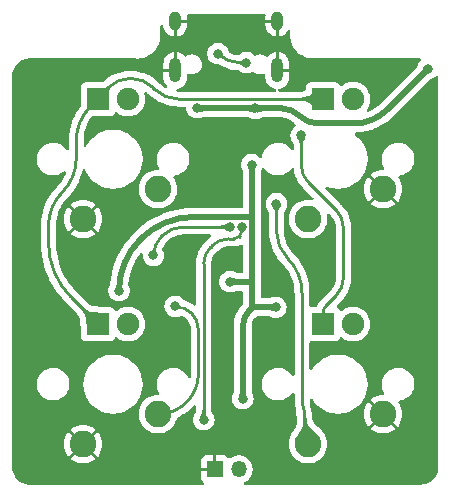
<source format=gtl>
G04 #@! TF.GenerationSoftware,KiCad,Pcbnew,(6.0.0)*
G04 #@! TF.CreationDate,2022-01-14T23:04:14+01:00*
G04 #@! TF.ProjectId,pos,706f732e-6b69-4636-9164-5f7063625858,rev?*
G04 #@! TF.SameCoordinates,Original*
G04 #@! TF.FileFunction,Copper,L1,Top*
G04 #@! TF.FilePolarity,Positive*
%FSLAX46Y46*%
G04 Gerber Fmt 4.6, Leading zero omitted, Abs format (unit mm)*
G04 Created by KiCad (PCBNEW (6.0.0)) date 2022-01-14 23:04:14*
%MOMM*%
%LPD*%
G01*
G04 APERTURE LIST*
G04 #@! TA.AperFunction,ComponentPad*
%ADD10R,1.350000X1.350000*%
G04 #@! TD*
G04 #@! TA.AperFunction,ComponentPad*
%ADD11O,1.350000X1.350000*%
G04 #@! TD*
G04 #@! TA.AperFunction,ComponentPad*
%ADD12C,2.250000*%
G04 #@! TD*
G04 #@! TA.AperFunction,ComponentPad*
%ADD13C,1.905000*%
G04 #@! TD*
G04 #@! TA.AperFunction,ComponentPad*
%ADD14R,1.905000X1.905000*%
G04 #@! TD*
G04 #@! TA.AperFunction,ComponentPad*
%ADD15O,1.000000X1.600000*%
G04 #@! TD*
G04 #@! TA.AperFunction,ComponentPad*
%ADD16O,1.000000X2.100000*%
G04 #@! TD*
G04 #@! TA.AperFunction,ViaPad*
%ADD17C,0.800000*%
G04 #@! TD*
G04 #@! TA.AperFunction,Conductor*
%ADD18C,0.500000*%
G04 #@! TD*
G04 #@! TA.AperFunction,Conductor*
%ADD19C,0.250000*%
G04 #@! TD*
G04 APERTURE END LIST*
D10*
X143573500Y-120713500D03*
D11*
X145573500Y-120713500D03*
D12*
X138747500Y-96996250D03*
X132397500Y-99536250D03*
D13*
X136207500Y-89376250D03*
D14*
X133667500Y-89376250D03*
D12*
X157797500Y-96996250D03*
X151447500Y-99536250D03*
D13*
X155257500Y-89376250D03*
D14*
X152717500Y-89376250D03*
D12*
X138747500Y-116046250D03*
X132397500Y-118586250D03*
D13*
X136207500Y-108426250D03*
D14*
X133667500Y-108426250D03*
D12*
X157797500Y-116046250D03*
X151447500Y-118586250D03*
D13*
X155257500Y-108426250D03*
D14*
X152717500Y-108426250D03*
D15*
X140206000Y-82770000D03*
D16*
X148846000Y-86950000D03*
D15*
X148846000Y-82770000D03*
D16*
X140206000Y-86950000D03*
D17*
X144843500Y-102933500D03*
X152336500Y-105156000D03*
X148717000Y-106997500D03*
X135445500Y-105600500D03*
X144843500Y-104838500D03*
X145923000Y-114744500D03*
X146685000Y-94932500D03*
X147002500Y-90170000D03*
X142049500Y-90106500D03*
X161607500Y-86804500D03*
X150876000Y-92456000D03*
X143827500Y-85534500D03*
X146240500Y-86296500D03*
X142621000Y-116522500D03*
X145843503Y-100203000D03*
X138366500Y-102616000D03*
X144843500Y-100203000D03*
X140208000Y-106934000D03*
X148780500Y-98234500D03*
D18*
X146693504Y-98814504D02*
X146693504Y-94941004D01*
X146693504Y-107052496D02*
X146508786Y-107237214D01*
X146748500Y-106997500D02*
X146693504Y-107052496D01*
X137241551Y-101264449D02*
X137287000Y-101219000D01*
X146693504Y-94941004D02*
X146685000Y-94932500D01*
X146693504Y-104847004D02*
X146693504Y-107052496D01*
X146685000Y-104838500D02*
X146693504Y-104847004D01*
X148717000Y-106997500D02*
X146748500Y-106997500D01*
X141791924Y-99352999D02*
X146646001Y-99352999D01*
X146693504Y-99305496D02*
X146693504Y-98814504D01*
X144843500Y-104838500D02*
X146685000Y-104838500D01*
X146646001Y-99352999D02*
X146693504Y-99305496D01*
X145923000Y-108651427D02*
X145923000Y-114744500D01*
X146693504Y-104847004D02*
X146693504Y-99305496D01*
X145923001Y-108651427D02*
G75*
G02*
X146508787Y-107237215I1999999J0D01*
G01*
X141791924Y-99353000D02*
G75*
G03*
X137287001Y-101219001I-1J-6370921D01*
G01*
X137241551Y-101264449D02*
G75*
G03*
X135445500Y-105600500I4336046J-4336049D01*
G01*
X152282025Y-91440000D02*
X155315146Y-91440000D01*
X147002500Y-90170000D02*
X142113000Y-90170000D01*
X161607500Y-86804500D02*
X158143573Y-90268427D01*
X147002500Y-90170000D02*
X149215975Y-90170000D01*
X142113000Y-90170000D02*
X142049500Y-90106500D01*
X150749000Y-90805000D02*
G75*
G03*
X149215975Y-90170000I-1533025J-1533024D01*
G01*
X152282025Y-91440000D02*
G75*
G02*
X150749000Y-90805000I-2J2168019D01*
G01*
X155315146Y-91440000D02*
G75*
G03*
X158143573Y-90268427I0J3999999D01*
G01*
D19*
X140529891Y-89376250D02*
X152717500Y-89376250D01*
X153846213Y-98791713D02*
X151461786Y-96407286D01*
X132997573Y-90046177D02*
X133667500Y-89376250D01*
X133667500Y-108426250D02*
X131384804Y-106143554D01*
X153010393Y-106831607D02*
X153846214Y-105995786D01*
X150876000Y-94993073D02*
X150876000Y-92456000D01*
X133667500Y-89376250D02*
X133667500Y-89281000D01*
X152717500Y-108426250D02*
X152717500Y-107538714D01*
X138273233Y-88362233D02*
X138408571Y-88497571D01*
X154432000Y-104581573D02*
X154432000Y-100205927D01*
X131826000Y-94418646D02*
X131826000Y-92874604D01*
X136354034Y-87630000D02*
X136505466Y-87630000D01*
X129476500Y-101536500D02*
X129476500Y-100090840D01*
X133667500Y-89281000D02*
X134586267Y-88362233D01*
X129476501Y-101536500D02*
G75*
G03*
X131384805Y-106143553I6515356J-1D01*
G01*
X130654427Y-97247073D02*
G75*
G03*
X129476500Y-100090840I2843767J-2843767D01*
G01*
X153010393Y-106831607D02*
G75*
G03*
X152717500Y-107538714I707106J-707106D01*
G01*
X132997573Y-90046177D02*
G75*
G03*
X131826000Y-92874604I2828426J-2828427D01*
G01*
X154431999Y-100205927D02*
G75*
G03*
X153846212Y-98791714I-1999999J0D01*
G01*
X140529891Y-89376250D02*
G75*
G02*
X138408571Y-88497571I-1J2999998D01*
G01*
X154431999Y-104581573D02*
G75*
G02*
X153846213Y-105995785I-1999999J0D01*
G01*
X131826000Y-94418646D02*
G75*
G02*
X130654427Y-97247073I-3999999J0D01*
G01*
X151461786Y-96407286D02*
G75*
G02*
X150876000Y-94993073I1414214J1414213D01*
G01*
X136505466Y-87630001D02*
G75*
G02*
X138273233Y-88362233I2J-2499996D01*
G01*
X136354034Y-87630001D02*
G75*
G03*
X134586267Y-88362233I-2J-2499996D01*
G01*
X146240500Y-86296500D02*
X145667130Y-86296500D01*
X143827500Y-85534500D02*
G75*
G03*
X145667130Y-86296500I1839630J1839628D01*
G01*
X142621000Y-116522500D02*
X142621000Y-103317427D01*
X145843503Y-100203000D02*
X145843503Y-100520157D01*
X145667767Y-100944421D02*
X145584921Y-101027267D01*
X145160657Y-101203003D02*
X144735424Y-101203003D01*
X143321210Y-101788790D02*
X143206786Y-101903214D01*
X144735424Y-101203004D02*
G75*
G03*
X143321211Y-101788791I0J-1999999D01*
G01*
X145160657Y-101203003D02*
G75*
G03*
X145584921Y-101027267I1J599996D01*
G01*
X145667767Y-100944421D02*
G75*
G03*
X145843503Y-100520157I-424260J424263D01*
G01*
X142621001Y-103317427D02*
G75*
G02*
X143206787Y-101903215I1999999J0D01*
G01*
X139065000Y-100965000D02*
X139040019Y-100989981D01*
X142113000Y-100203000D02*
X144843500Y-100203000D01*
X138366502Y-102616000D02*
X138366502Y-102458714D01*
X141864854Y-100203000D02*
X142113000Y-100203000D01*
X142113000Y-100203000D02*
X140904630Y-100203000D01*
X139065000Y-100965000D02*
G75*
G02*
X140904630Y-100203000I1839630J-1839628D01*
G01*
X138366500Y-102616000D02*
G75*
G02*
X139040019Y-100989981I2299536J1D01*
G01*
X142170990Y-108896990D02*
X142170990Y-112622760D01*
X142170990Y-108896990D02*
G75*
G03*
X140208000Y-106934000I-1962988J2D01*
G01*
X138747500Y-116046250D02*
G75*
G03*
X142170990Y-112622760I0J3423490D01*
G01*
X151447500Y-118586250D02*
X151025796Y-115397111D01*
X150939500Y-114086208D02*
X150939500Y-105782748D01*
X148780500Y-100570462D02*
X148780500Y-98234500D01*
X150939500Y-114086208D02*
G75*
G03*
X151025796Y-115397111I10000281J21D01*
G01*
X149733000Y-102870000D02*
G75*
G02*
X150939500Y-105782748I-2912739J-2912744D01*
G01*
X148780500Y-100570462D02*
G75*
G03*
X149733000Y-102870000I3252041J2D01*
G01*
G04 #@! TA.AperFunction,Conductor*
G36*
X152308503Y-88524951D02*
G01*
X152613407Y-88818162D01*
X153063766Y-89251250D01*
X153184981Y-89367817D01*
X153188569Y-89376021D01*
X153184981Y-89384683D01*
X152891671Y-89666745D01*
X152308503Y-90227549D01*
X152300164Y-90230814D01*
X152294782Y-90229383D01*
X152123117Y-90135568D01*
X152122173Y-90134992D01*
X151974065Y-90034810D01*
X151973376Y-90034306D01*
X151846764Y-89934470D01*
X151846450Y-89934214D01*
X151732322Y-89837628D01*
X151621942Y-89747480D01*
X151506499Y-89666922D01*
X151506171Y-89666750D01*
X151506163Y-89666745D01*
X151438910Y-89631455D01*
X151377038Y-89598988D01*
X151376621Y-89598845D01*
X151376614Y-89598842D01*
X151225021Y-89546853D01*
X151224604Y-89546710D01*
X151040243Y-89513120D01*
X150878918Y-89504618D01*
X150826084Y-89501834D01*
X150818003Y-89497976D01*
X150815000Y-89490150D01*
X150815000Y-89262350D01*
X150818427Y-89254077D01*
X150826084Y-89250666D01*
X150894495Y-89247060D01*
X151040243Y-89239379D01*
X151224604Y-89205789D01*
X151225021Y-89205646D01*
X151376614Y-89153657D01*
X151376621Y-89153654D01*
X151377038Y-89153511D01*
X151438910Y-89121044D01*
X151506163Y-89085754D01*
X151506171Y-89085749D01*
X151506499Y-89085577D01*
X151621942Y-89005019D01*
X151732322Y-88914871D01*
X151846450Y-88818285D01*
X151846764Y-88818029D01*
X151973376Y-88718193D01*
X151974065Y-88717689D01*
X152122173Y-88617507D01*
X152123117Y-88616931D01*
X152294782Y-88523117D01*
X152303685Y-88522157D01*
X152308503Y-88524951D01*
G37*
G04 #@! TD.AperFunction*
G04 #@! TA.AperFunction,Conductor*
G36*
X146689352Y-94741133D02*
G01*
X147042964Y-95093482D01*
X147046406Y-95101749D01*
X147045421Y-95106468D01*
X147021917Y-95160064D01*
X147021882Y-95160155D01*
X147000184Y-95215955D01*
X147000177Y-95215974D01*
X147000131Y-95216093D01*
X146982779Y-95269248D01*
X146969361Y-95321553D01*
X146959378Y-95375034D01*
X146952331Y-95431719D01*
X146947720Y-95493632D01*
X146947717Y-95493715D01*
X146947716Y-95493729D01*
X146947541Y-95498263D01*
X146945044Y-95562800D01*
X146945043Y-95562867D01*
X146943805Y-95641249D01*
X146943805Y-95641290D01*
X146943543Y-95719343D01*
X146940088Y-95727605D01*
X146931843Y-95731004D01*
X146455153Y-95731004D01*
X146446880Y-95727577D01*
X146443453Y-95719356D01*
X146443116Y-95643078D01*
X146441619Y-95566208D01*
X146441618Y-95566142D01*
X146438500Y-95498263D01*
X146433258Y-95437511D01*
X146432418Y-95431579D01*
X146425413Y-95382157D01*
X146425413Y-95382154D01*
X146425384Y-95381953D01*
X146423888Y-95374846D01*
X146414414Y-95329863D01*
X146414414Y-95329862D01*
X146414371Y-95329659D01*
X146399713Y-95278698D01*
X146399642Y-95278503D01*
X146399637Y-95278488D01*
X146380970Y-95227320D01*
X146380967Y-95227313D01*
X146380903Y-95227137D01*
X146357435Y-95173047D01*
X146357381Y-95172936D01*
X146332316Y-95121681D01*
X146331760Y-95112743D01*
X146334223Y-95108613D01*
X146672490Y-94741493D01*
X146680616Y-94737731D01*
X146689352Y-94741133D01*
G37*
G04 #@! TD.AperFunction*
G04 #@! TA.AperFunction,Conductor*
G36*
X148548418Y-106643052D02*
G01*
X148908231Y-106989067D01*
X148911819Y-106997271D01*
X148908231Y-107005933D01*
X148548418Y-107351948D01*
X148540079Y-107355213D01*
X148535381Y-107354127D01*
X148515962Y-107345111D01*
X148483699Y-107330131D01*
X148429386Y-107307677D01*
X148377751Y-107289660D01*
X148377596Y-107289617D01*
X148377589Y-107289615D01*
X148360058Y-107284774D01*
X148326838Y-107275599D01*
X148319859Y-107274183D01*
X148274874Y-107265054D01*
X148274870Y-107265053D01*
X148274691Y-107265017D01*
X148219354Y-107257433D01*
X148219192Y-107257419D01*
X148219188Y-107257419D01*
X148158992Y-107252378D01*
X148158994Y-107252378D01*
X148158873Y-107252368D01*
X148091290Y-107249344D01*
X148014651Y-107247881D01*
X147938648Y-107247551D01*
X147930391Y-107244088D01*
X147927000Y-107235851D01*
X147927000Y-106759149D01*
X147930427Y-106750876D01*
X147938648Y-106747449D01*
X148014651Y-106747118D01*
X148091290Y-106745655D01*
X148158873Y-106742631D01*
X148174568Y-106741317D01*
X148219188Y-106737580D01*
X148219192Y-106737580D01*
X148219354Y-106737566D01*
X148274691Y-106729982D01*
X148274870Y-106729946D01*
X148274874Y-106729945D01*
X148326626Y-106719443D01*
X148326625Y-106719443D01*
X148326838Y-106719400D01*
X148360058Y-106710225D01*
X148377589Y-106705384D01*
X148377596Y-106705382D01*
X148377751Y-106705339D01*
X148429386Y-106687322D01*
X148483699Y-106664868D01*
X148483839Y-106664803D01*
X148535381Y-106640873D01*
X148544328Y-106640497D01*
X148548418Y-106643052D01*
G37*
G04 #@! TD.AperFunction*
G04 #@! TA.AperFunction,Conductor*
G36*
X145025119Y-104481873D02*
G01*
X145047133Y-104492094D01*
X145076800Y-104505868D01*
X145131113Y-104528322D01*
X145182748Y-104546339D01*
X145182903Y-104546382D01*
X145182910Y-104546384D01*
X145200441Y-104551225D01*
X145233661Y-104560400D01*
X145233874Y-104560443D01*
X145233873Y-104560443D01*
X145285625Y-104570945D01*
X145285629Y-104570946D01*
X145285808Y-104570982D01*
X145341145Y-104578566D01*
X145341307Y-104578580D01*
X145341311Y-104578580D01*
X145385931Y-104582317D01*
X145401626Y-104583631D01*
X145469209Y-104586655D01*
X145545848Y-104588118D01*
X145621852Y-104588449D01*
X145630109Y-104591912D01*
X145633500Y-104600149D01*
X145633500Y-105076851D01*
X145630073Y-105085124D01*
X145621852Y-105088551D01*
X145545848Y-105088881D01*
X145469209Y-105090344D01*
X145401626Y-105093368D01*
X145401505Y-105093378D01*
X145401507Y-105093378D01*
X145341311Y-105098419D01*
X145341307Y-105098419D01*
X145341145Y-105098433D01*
X145285808Y-105106017D01*
X145285629Y-105106053D01*
X145285625Y-105106054D01*
X145240640Y-105115183D01*
X145233661Y-105116599D01*
X145200441Y-105125774D01*
X145182910Y-105130615D01*
X145182903Y-105130617D01*
X145182748Y-105130660D01*
X145131113Y-105148677D01*
X145076800Y-105171131D01*
X145041874Y-105187348D01*
X145025119Y-105195127D01*
X145016172Y-105195503D01*
X145012082Y-105192948D01*
X144652269Y-104846933D01*
X144648681Y-104838729D01*
X144652269Y-104830067D01*
X145012082Y-104484052D01*
X145020421Y-104480787D01*
X145025119Y-104481873D01*
G37*
G04 #@! TD.AperFunction*
G04 #@! TA.AperFunction,Conductor*
G36*
X146169624Y-113957927D02*
G01*
X146173051Y-113966148D01*
X146173381Y-114042151D01*
X146174844Y-114118790D01*
X146177868Y-114186373D01*
X146182933Y-114246854D01*
X146190517Y-114302191D01*
X146201099Y-114354338D01*
X146215160Y-114405251D01*
X146233177Y-114456886D01*
X146255631Y-114511199D01*
X146255696Y-114511338D01*
X146279627Y-114562881D01*
X146280003Y-114571828D01*
X146277448Y-114575918D01*
X145931433Y-114935731D01*
X145923229Y-114939319D01*
X145914567Y-114935731D01*
X145568552Y-114575918D01*
X145565287Y-114567579D01*
X145566373Y-114562881D01*
X145590303Y-114511339D01*
X145590303Y-114511338D01*
X145590368Y-114511199D01*
X145612822Y-114456886D01*
X145630839Y-114405251D01*
X145644900Y-114354338D01*
X145655482Y-114302191D01*
X145663066Y-114246854D01*
X145668131Y-114186373D01*
X145671155Y-114118790D01*
X145672618Y-114042151D01*
X145672949Y-113966148D01*
X145676412Y-113957891D01*
X145684649Y-113954500D01*
X146161351Y-113954500D01*
X146169624Y-113957927D01*
G37*
G04 #@! TD.AperFunction*
G04 #@! TA.AperFunction,Conductor*
G36*
X146833918Y-89815552D02*
G01*
X146954645Y-89931649D01*
X147202500Y-90170000D01*
X147002500Y-90362331D01*
X147000908Y-90363862D01*
X146833918Y-90524448D01*
X146825579Y-90527713D01*
X146820881Y-90526627D01*
X146801462Y-90517611D01*
X146769199Y-90502631D01*
X146714886Y-90480177D01*
X146663251Y-90462160D01*
X146663096Y-90462117D01*
X146663089Y-90462115D01*
X146645558Y-90457274D01*
X146612338Y-90448099D01*
X146605359Y-90446683D01*
X146560374Y-90437554D01*
X146560370Y-90437553D01*
X146560191Y-90437517D01*
X146504854Y-90429933D01*
X146504692Y-90429919D01*
X146504688Y-90429919D01*
X146444492Y-90424878D01*
X146444494Y-90424878D01*
X146444373Y-90424868D01*
X146376790Y-90421844D01*
X146300151Y-90420381D01*
X146224148Y-90420051D01*
X146215891Y-90416588D01*
X146212500Y-90408351D01*
X146212500Y-89931649D01*
X146215927Y-89923376D01*
X146224148Y-89919949D01*
X146300151Y-89919618D01*
X146376790Y-89918155D01*
X146444373Y-89915131D01*
X146460068Y-89913817D01*
X146504688Y-89910080D01*
X146504692Y-89910080D01*
X146504854Y-89910066D01*
X146560191Y-89902482D01*
X146560370Y-89902446D01*
X146560374Y-89902445D01*
X146612126Y-89891943D01*
X146612125Y-89891943D01*
X146612338Y-89891900D01*
X146645558Y-89882725D01*
X146663089Y-89877884D01*
X146663096Y-89877882D01*
X146663251Y-89877839D01*
X146714886Y-89859822D01*
X146769199Y-89837368D01*
X146769339Y-89837303D01*
X146820881Y-89813373D01*
X146829828Y-89812997D01*
X146833918Y-89815552D01*
G37*
G04 #@! TD.AperFunction*
G04 #@! TA.AperFunction,Conductor*
G36*
X142284336Y-89782379D02*
G01*
X142314113Y-89802104D01*
X142329172Y-89812080D01*
X142329317Y-89812165D01*
X142329324Y-89812169D01*
X142377433Y-89840247D01*
X142377442Y-89840252D01*
X142377612Y-89840351D01*
X142424662Y-89863323D01*
X142424885Y-89863409D01*
X142424890Y-89863411D01*
X142471710Y-89881424D01*
X142471965Y-89881522D01*
X142472227Y-89881596D01*
X142472232Y-89881598D01*
X142520920Y-89895407D01*
X142520928Y-89895409D01*
X142521161Y-89895475D01*
X142521397Y-89895521D01*
X142521402Y-89895522D01*
X142573684Y-89905669D01*
X142573694Y-89905671D01*
X142573892Y-89905709D01*
X142574105Y-89905735D01*
X142574112Y-89905736D01*
X142617280Y-89910986D01*
X142631800Y-89912752D01*
X142631959Y-89912763D01*
X142631972Y-89912764D01*
X142696402Y-89917122D01*
X142696422Y-89917123D01*
X142696526Y-89917130D01*
X142769712Y-89919370D01*
X142841388Y-89919912D01*
X142849635Y-89923402D01*
X142853000Y-89931612D01*
X142853000Y-90408294D01*
X142849573Y-90416567D01*
X142841294Y-90419994D01*
X142756379Y-90419950D01*
X142672175Y-90420132D01*
X142598056Y-90421039D01*
X142598026Y-90421040D01*
X142598023Y-90421040D01*
X142531774Y-90423163D01*
X142531755Y-90423164D01*
X142531691Y-90423166D01*
X142518694Y-90423985D01*
X142470870Y-90426999D01*
X142470855Y-90427000D01*
X142470748Y-90427007D01*
X142470634Y-90427019D01*
X142470633Y-90427019D01*
X142413018Y-90433044D01*
X142413009Y-90433045D01*
X142412896Y-90433057D01*
X142355804Y-90441809D01*
X142297140Y-90453759D01*
X142297013Y-90453791D01*
X142297003Y-90453793D01*
X142234668Y-90469376D01*
X142234572Y-90469400D01*
X142234460Y-90469432D01*
X142234461Y-90469432D01*
X142173482Y-90487005D01*
X142164583Y-90486004D01*
X142160920Y-90482833D01*
X142150733Y-90469400D01*
X141859284Y-90085103D01*
X141857015Y-90076440D01*
X141861906Y-90068442D01*
X142271175Y-89782542D01*
X142279919Y-89780613D01*
X142284336Y-89782379D01*
G37*
G04 #@! TD.AperFunction*
G04 #@! TA.AperFunction,Conductor*
G36*
X161745095Y-86666582D02*
G01*
X161748683Y-86675244D01*
X161745890Y-86818139D01*
X161739909Y-87124120D01*
X161738927Y-87174339D01*
X161735339Y-87182543D01*
X161731251Y-87185097D01*
X161677736Y-87204674D01*
X161623455Y-87227201D01*
X161623324Y-87227264D01*
X161623311Y-87227270D01*
X161599585Y-87238722D01*
X161574203Y-87250972D01*
X161574042Y-87251063D01*
X161574033Y-87251068D01*
X161528431Y-87276934D01*
X161528260Y-87277031D01*
X161528105Y-87277134D01*
X161528098Y-87277138D01*
X161484058Y-87306319D01*
X161483903Y-87306422D01*
X161439412Y-87340188D01*
X161439324Y-87340263D01*
X161439312Y-87340272D01*
X161416765Y-87359335D01*
X161393064Y-87379374D01*
X161343137Y-87425023D01*
X161287911Y-87478180D01*
X161233935Y-87531689D01*
X161225648Y-87535080D01*
X161217426Y-87531653D01*
X160880347Y-87194574D01*
X160876920Y-87186301D01*
X160880311Y-87178064D01*
X160933787Y-87124120D01*
X160933819Y-87124088D01*
X160986976Y-87068862D01*
X161032625Y-87018935D01*
X161052664Y-86995234D01*
X161071727Y-86972687D01*
X161071736Y-86972675D01*
X161071811Y-86972587D01*
X161105577Y-86928096D01*
X161134968Y-86883739D01*
X161161027Y-86837796D01*
X161173277Y-86812414D01*
X161184729Y-86788688D01*
X161184735Y-86788675D01*
X161184798Y-86788544D01*
X161207325Y-86734263D01*
X161226903Y-86680750D01*
X161232963Y-86674159D01*
X161237659Y-86673074D01*
X161593861Y-86666110D01*
X161736756Y-86663317D01*
X161745095Y-86666582D01*
G37*
G04 #@! TD.AperFunction*
G04 #@! TA.AperFunction,Conductor*
G36*
X147184119Y-89813373D02*
G01*
X147206133Y-89823594D01*
X147235800Y-89837368D01*
X147290113Y-89859822D01*
X147341748Y-89877839D01*
X147341903Y-89877882D01*
X147341910Y-89877884D01*
X147359441Y-89882725D01*
X147392661Y-89891900D01*
X147392874Y-89891943D01*
X147392873Y-89891943D01*
X147444625Y-89902445D01*
X147444629Y-89902446D01*
X147444808Y-89902482D01*
X147500145Y-89910066D01*
X147500307Y-89910080D01*
X147500311Y-89910080D01*
X147544931Y-89913817D01*
X147560626Y-89915131D01*
X147628209Y-89918155D01*
X147704848Y-89919618D01*
X147780852Y-89919949D01*
X147789109Y-89923412D01*
X147792500Y-89931649D01*
X147792500Y-90408351D01*
X147789073Y-90416624D01*
X147780852Y-90420051D01*
X147704848Y-90420381D01*
X147628209Y-90421844D01*
X147560626Y-90424868D01*
X147560505Y-90424878D01*
X147560507Y-90424878D01*
X147500311Y-90429919D01*
X147500307Y-90429919D01*
X147500145Y-90429933D01*
X147444808Y-90437517D01*
X147444629Y-90437553D01*
X147444625Y-90437554D01*
X147399640Y-90446683D01*
X147392661Y-90448099D01*
X147359441Y-90457274D01*
X147341910Y-90462115D01*
X147341903Y-90462117D01*
X147341748Y-90462160D01*
X147290113Y-90480177D01*
X147235800Y-90502631D01*
X147200874Y-90518848D01*
X147184119Y-90526627D01*
X147175172Y-90527003D01*
X147171082Y-90524448D01*
X147004179Y-90363945D01*
X147004178Y-90363945D01*
X146802500Y-90170000D01*
X147002500Y-89977669D01*
X147064387Y-89918155D01*
X147171082Y-89815552D01*
X147179421Y-89812287D01*
X147184119Y-89813373D01*
G37*
G04 #@! TD.AperFunction*
G04 #@! TA.AperFunction,Conductor*
G36*
X132418868Y-107000015D02*
G01*
X132578283Y-107143469D01*
X132732398Y-107250080D01*
X132877151Y-107320900D01*
X133016730Y-107364407D01*
X133017080Y-107364469D01*
X133017087Y-107364471D01*
X133155109Y-107389037D01*
X133155111Y-107389037D01*
X133155323Y-107389075D01*
X133155534Y-107389096D01*
X133155539Y-107389097D01*
X133256626Y-107399296D01*
X133297119Y-107403381D01*
X133446125Y-107415785D01*
X133446507Y-107415824D01*
X133538867Y-107426745D01*
X133606645Y-107434760D01*
X133607488Y-107434891D01*
X133783060Y-107468781D01*
X133784135Y-107469042D01*
X133859521Y-107491148D01*
X133971850Y-107524087D01*
X133978824Y-107529703D01*
X133980255Y-107535084D01*
X133987668Y-107914289D01*
X134004021Y-108750844D01*
X134000756Y-108759183D01*
X133992094Y-108762771D01*
X133445420Y-108752084D01*
X132776334Y-108739005D01*
X132768131Y-108735417D01*
X132765337Y-108730599D01*
X132710292Y-108542885D01*
X132710031Y-108541810D01*
X132676141Y-108366238D01*
X132676010Y-108365395D01*
X132657075Y-108205268D01*
X132657034Y-108204865D01*
X132644631Y-108055869D01*
X132630347Y-107914289D01*
X132630346Y-107914284D01*
X132630325Y-107914073D01*
X132605657Y-107775480D01*
X132562150Y-107635901D01*
X132508628Y-107526503D01*
X132491520Y-107491536D01*
X132491519Y-107491534D01*
X132491330Y-107491148D01*
X132475930Y-107468885D01*
X132420693Y-107389037D01*
X132384719Y-107337033D01*
X132241265Y-107177618D01*
X132238279Y-107169178D01*
X132241690Y-107161521D01*
X132402771Y-107000440D01*
X132411044Y-106997013D01*
X132418868Y-107000015D01*
G37*
G04 #@! TD.AperFunction*
G04 #@! TA.AperFunction,Conductor*
G36*
X150884433Y-92264769D02*
G01*
X151230174Y-92624297D01*
X151233439Y-92632635D01*
X151232119Y-92637809D01*
X151199736Y-92700005D01*
X151199443Y-92700534D01*
X151164513Y-92759921D01*
X151164320Y-92760236D01*
X151131118Y-92812809D01*
X151131115Y-92812811D01*
X151131116Y-92812812D01*
X151100261Y-92861640D01*
X151072476Y-92909647D01*
X151048374Y-92959935D01*
X151028564Y-93015610D01*
X151013658Y-93079777D01*
X151004266Y-93155538D01*
X151004257Y-93155799D01*
X151001407Y-93234722D01*
X150997684Y-93242866D01*
X150989715Y-93246000D01*
X150762285Y-93246000D01*
X150754012Y-93242573D01*
X150750593Y-93234722D01*
X150747742Y-93155799D01*
X150747733Y-93155538D01*
X150738341Y-93079777D01*
X150723435Y-93015610D01*
X150703625Y-92959935D01*
X150679523Y-92909647D01*
X150651738Y-92861640D01*
X150620883Y-92812812D01*
X150587666Y-92760214D01*
X150587486Y-92759921D01*
X150552556Y-92700534D01*
X150552263Y-92700005D01*
X150519881Y-92637810D01*
X150519100Y-92628889D01*
X150521826Y-92624297D01*
X150867567Y-92264769D01*
X150875771Y-92261181D01*
X150884433Y-92264769D01*
G37*
G04 #@! TD.AperFunction*
G04 #@! TA.AperFunction,Conductor*
G36*
X134505641Y-88281608D02*
G01*
X134666972Y-88442939D01*
X134670399Y-88451212D01*
X134667561Y-88458851D01*
X134662589Y-88464619D01*
X134619583Y-88514509D01*
X134578199Y-88580447D01*
X134548949Y-88647141D01*
X134530281Y-88713300D01*
X134520641Y-88777632D01*
X134518477Y-88838843D01*
X134522235Y-88895642D01*
X134530364Y-88946736D01*
X134530426Y-88946985D01*
X134530428Y-88946996D01*
X134537363Y-88974937D01*
X134541309Y-88990834D01*
X134541389Y-88991069D01*
X134541390Y-88991072D01*
X134550450Y-89017641D01*
X134549877Y-89026577D01*
X134545336Y-89031485D01*
X133751956Y-89501012D01*
X133385461Y-89717906D01*
X133376596Y-89719170D01*
X133369433Y-89713796D01*
X133368169Y-89704931D01*
X133368698Y-89703347D01*
X133885922Y-88458885D01*
X133892262Y-88452560D01*
X133899034Y-88451905D01*
X133902290Y-88452560D01*
X133929050Y-88457944D01*
X133929249Y-88457969D01*
X133929259Y-88457971D01*
X133976095Y-88463932D01*
X133976339Y-88463963D01*
X134011713Y-88465727D01*
X134030053Y-88466642D01*
X134030057Y-88466642D01*
X134030317Y-88466655D01*
X134037205Y-88466418D01*
X134089545Y-88464619D01*
X134089555Y-88464618D01*
X134089822Y-88464609D01*
X134153693Y-88456415D01*
X134211073Y-88442939D01*
X134220437Y-88440740D01*
X134220441Y-88440739D01*
X134220768Y-88440662D01*
X134289885Y-88415939D01*
X134290205Y-88415779D01*
X134359557Y-88381000D01*
X134359884Y-88380836D01*
X134429602Y-88333941D01*
X134471696Y-88296891D01*
X134489638Y-88281098D01*
X134498112Y-88278205D01*
X134505641Y-88281608D01*
G37*
G04 #@! TD.AperFunction*
G04 #@! TA.AperFunction,Conductor*
G36*
X145919331Y-86073194D02*
G01*
X146174768Y-86182641D01*
X146415402Y-86285746D01*
X146421657Y-86292154D01*
X146421548Y-86301108D01*
X146415402Y-86307254D01*
X145919332Y-86519806D01*
X145910378Y-86519915D01*
X145905505Y-86516256D01*
X145901434Y-86511045D01*
X145888679Y-86497817D01*
X145872817Y-86484192D01*
X145872616Y-86484049D01*
X145872610Y-86484044D01*
X145854091Y-86470844D01*
X145854081Y-86470838D01*
X145853874Y-86470690D01*
X145853649Y-86470559D01*
X145853639Y-86470552D01*
X145832121Y-86457974D01*
X145832113Y-86457970D01*
X145831879Y-86457833D01*
X145831630Y-86457717D01*
X145831623Y-86457713D01*
X145807106Y-86446259D01*
X145807098Y-86446256D01*
X145806861Y-86446145D01*
X145778849Y-86436145D01*
X145778579Y-86436077D01*
X145748150Y-86428426D01*
X145748147Y-86428425D01*
X145747871Y-86428356D01*
X145747584Y-86428313D01*
X145747583Y-86428313D01*
X145714239Y-86423343D01*
X145714233Y-86423342D01*
X145713955Y-86423301D01*
X145713671Y-86423287D01*
X145713670Y-86423287D01*
X145688258Y-86422044D01*
X145680163Y-86418217D01*
X145677130Y-86410358D01*
X145677130Y-86182641D01*
X145680557Y-86174368D01*
X145688257Y-86170956D01*
X145711015Y-86169842D01*
X145713670Y-86169712D01*
X145713671Y-86169712D01*
X145713955Y-86169698D01*
X145714233Y-86169657D01*
X145714239Y-86169656D01*
X145747583Y-86164686D01*
X145747584Y-86164686D01*
X145747871Y-86164643D01*
X145748147Y-86164574D01*
X145748150Y-86164573D01*
X145778579Y-86156922D01*
X145778581Y-86156921D01*
X145778849Y-86156854D01*
X145806861Y-86146854D01*
X145807098Y-86146743D01*
X145807106Y-86146740D01*
X145831623Y-86135286D01*
X145831630Y-86135282D01*
X145831879Y-86135166D01*
X145832113Y-86135029D01*
X145832121Y-86135025D01*
X145853639Y-86122447D01*
X145853649Y-86122440D01*
X145853874Y-86122309D01*
X145854081Y-86122161D01*
X145854091Y-86122155D01*
X145872610Y-86108955D01*
X145872616Y-86108950D01*
X145872817Y-86108807D01*
X145888679Y-86095182D01*
X145901434Y-86081954D01*
X145905505Y-86076744D01*
X145913299Y-86072335D01*
X145919331Y-86073194D01*
G37*
G04 #@! TD.AperFunction*
G04 #@! TA.AperFunction,Conductor*
G36*
X142742988Y-115735927D02*
G01*
X142746407Y-115743778D01*
X142749266Y-115822961D01*
X142758658Y-115898722D01*
X142773564Y-115962889D01*
X142793374Y-116018564D01*
X142817476Y-116068852D01*
X142845261Y-116116859D01*
X142845304Y-116116927D01*
X142845310Y-116116937D01*
X142876116Y-116165687D01*
X142876118Y-116165690D01*
X142909320Y-116218263D01*
X142909513Y-116218578D01*
X142944443Y-116277965D01*
X142944736Y-116278494D01*
X142977119Y-116340691D01*
X142977900Y-116349612D01*
X142975175Y-116354202D01*
X142629433Y-116713731D01*
X142621229Y-116717319D01*
X142612567Y-116713731D01*
X142266826Y-116354203D01*
X142263561Y-116345864D01*
X142264881Y-116340690D01*
X142297263Y-116278494D01*
X142297556Y-116277965D01*
X142332486Y-116218578D01*
X142332679Y-116218263D01*
X142365881Y-116165690D01*
X142365884Y-116165688D01*
X142365883Y-116165687D01*
X142396689Y-116116937D01*
X142396695Y-116116927D01*
X142396738Y-116116859D01*
X142424523Y-116068852D01*
X142448625Y-116018564D01*
X142468435Y-115962889D01*
X142483341Y-115898722D01*
X142492733Y-115822961D01*
X142495593Y-115743778D01*
X142499316Y-115735634D01*
X142507285Y-115732500D01*
X142734715Y-115732500D01*
X142742988Y-115735927D01*
G37*
G04 #@! TD.AperFunction*
G04 #@! TA.AperFunction,Conductor*
G36*
X144675203Y-99848826D02*
G01*
X145034731Y-100194567D01*
X145038319Y-100202771D01*
X145034731Y-100211433D01*
X144675203Y-100557174D01*
X144666865Y-100560439D01*
X144661691Y-100559119D01*
X144599494Y-100526736D01*
X144598965Y-100526443D01*
X144590239Y-100521311D01*
X144539561Y-100491503D01*
X144539285Y-100491333D01*
X144486690Y-100458118D01*
X144486688Y-100458115D01*
X144486687Y-100458116D01*
X144437937Y-100427310D01*
X144437927Y-100427304D01*
X144437859Y-100427261D01*
X144389852Y-100399476D01*
X144389650Y-100399379D01*
X144389644Y-100399376D01*
X144339839Y-100375506D01*
X144339564Y-100375374D01*
X144283889Y-100355564D01*
X144258057Y-100349563D01*
X144220024Y-100340728D01*
X144220021Y-100340728D01*
X144219722Y-100340658D01*
X144219413Y-100340620D01*
X144219409Y-100340619D01*
X144175386Y-100335162D01*
X144143961Y-100331266D01*
X144088370Y-100329259D01*
X144064778Y-100328407D01*
X144056634Y-100324684D01*
X144053500Y-100316715D01*
X144053500Y-100089285D01*
X144056927Y-100081012D01*
X144064778Y-100077593D01*
X144097712Y-100076403D01*
X144143961Y-100074733D01*
X144175386Y-100070837D01*
X144219409Y-100065380D01*
X144219413Y-100065379D01*
X144219722Y-100065341D01*
X144220021Y-100065271D01*
X144220024Y-100065271D01*
X144283570Y-100050509D01*
X144283568Y-100050509D01*
X144283889Y-100050435D01*
X144339564Y-100030625D01*
X144359266Y-100021182D01*
X144389644Y-100006623D01*
X144389650Y-100006620D01*
X144389852Y-100006523D01*
X144437859Y-99978738D01*
X144486687Y-99947883D01*
X144539285Y-99914666D01*
X144539561Y-99914496D01*
X144598965Y-99879556D01*
X144599494Y-99879263D01*
X144607379Y-99875158D01*
X144661691Y-99846881D01*
X144670611Y-99846100D01*
X144675203Y-99848826D01*
G37*
G04 #@! TD.AperFunction*
G04 #@! TA.AperFunction,Conductor*
G36*
X151274792Y-116348003D02*
G01*
X151279173Y-116355125D01*
X151283293Y-116377011D01*
X151326558Y-116606856D01*
X151326676Y-116607213D01*
X151326677Y-116607218D01*
X151358659Y-116704225D01*
X151395959Y-116817366D01*
X151482970Y-116986948D01*
X151585230Y-117126786D01*
X151585487Y-117127057D01*
X151585489Y-117127059D01*
X151700234Y-117247905D01*
X151700245Y-117247916D01*
X151700383Y-117248061D01*
X151826069Y-117361956D01*
X151826104Y-117361987D01*
X151826112Y-117361994D01*
X151959769Y-117479512D01*
X151960101Y-117479816D01*
X151983909Y-117502431D01*
X152099284Y-117612026D01*
X152099906Y-117612665D01*
X152242353Y-117770748D01*
X152243086Y-117771647D01*
X152332198Y-117892862D01*
X152381882Y-117960444D01*
X152384021Y-117969139D01*
X152381879Y-117974307D01*
X152187693Y-118238202D01*
X151528449Y-119134096D01*
X151520785Y-119138729D01*
X151511728Y-119136307D01*
X150386181Y-118238202D01*
X150381851Y-118230364D01*
X150382574Y-118224815D01*
X150467525Y-118006437D01*
X150468000Y-118005375D01*
X150564461Y-117815705D01*
X150564904Y-117814912D01*
X150664938Y-117651071D01*
X150665180Y-117650691D01*
X150763726Y-117502431D01*
X150778469Y-117479512D01*
X150855489Y-117359783D01*
X150855591Y-117359595D01*
X150934986Y-117213072D01*
X150934990Y-117213064D01*
X150935162Y-117212746D01*
X150997562Y-117051135D01*
X151037504Y-116864765D01*
X151049805Y-116643452D01*
X151030133Y-116388057D01*
X151032914Y-116379545D01*
X151040264Y-116375559D01*
X151123775Y-116364516D01*
X151266142Y-116345690D01*
X151274792Y-116348003D01*
G37*
G04 #@! TD.AperFunction*
G04 #@! TA.AperFunction,Conductor*
G36*
X148788933Y-98043269D02*
G01*
X149134674Y-98402797D01*
X149137939Y-98411135D01*
X149136619Y-98416309D01*
X149104236Y-98478505D01*
X149103943Y-98479034D01*
X149069013Y-98538421D01*
X149068820Y-98538736D01*
X149035618Y-98591309D01*
X149035615Y-98591311D01*
X149035616Y-98591312D01*
X149004761Y-98640140D01*
X148976976Y-98688147D01*
X148952874Y-98738435D01*
X148933064Y-98794110D01*
X148918158Y-98858277D01*
X148908766Y-98934038D01*
X148908757Y-98934299D01*
X148905907Y-99013222D01*
X148902184Y-99021366D01*
X148894215Y-99024500D01*
X148666785Y-99024500D01*
X148658512Y-99021073D01*
X148655093Y-99013222D01*
X148652242Y-98934299D01*
X148652233Y-98934038D01*
X148642841Y-98858277D01*
X148627935Y-98794110D01*
X148608125Y-98738435D01*
X148584023Y-98688147D01*
X148556238Y-98640140D01*
X148525383Y-98591312D01*
X148492166Y-98538714D01*
X148491986Y-98538421D01*
X148457056Y-98479034D01*
X148456763Y-98478505D01*
X148424381Y-98416310D01*
X148423600Y-98407389D01*
X148426326Y-98402797D01*
X148772067Y-98043269D01*
X148780271Y-98039681D01*
X148788933Y-98043269D01*
G37*
G04 #@! TD.AperFunction*
G04 #@! TA.AperFunction,Conductor*
G36*
X147797531Y-82154985D02*
G01*
X147843286Y-82207789D01*
X147853719Y-82273122D01*
X147838387Y-82409808D01*
X147838000Y-82416734D01*
X147838000Y-82625170D01*
X147842404Y-82640169D01*
X147843774Y-82641356D01*
X147851332Y-82643000D01*
X148849000Y-82643000D01*
X148916039Y-82662685D01*
X148961794Y-82715489D01*
X148973000Y-82767000D01*
X148973000Y-84052821D01*
X148977209Y-84067154D01*
X148989118Y-84069184D01*
X149029760Y-84065485D01*
X149041608Y-84063225D01*
X149219610Y-84010836D01*
X149230806Y-84006312D01*
X149395242Y-83920347D01*
X149405338Y-83913741D01*
X149549947Y-83797473D01*
X149558572Y-83789026D01*
X149677842Y-83646885D01*
X149684660Y-83636928D01*
X149706738Y-83596768D01*
X149756284Y-83547504D01*
X149824599Y-83532847D01*
X149889993Y-83557450D01*
X149931705Y-83613503D01*
X149939400Y-83656505D01*
X149939400Y-83874260D01*
X149937682Y-83894831D01*
X149934329Y-83914762D01*
X149934271Y-83919544D01*
X149934253Y-83921031D01*
X149934176Y-83927301D01*
X149934862Y-83932089D01*
X149935189Y-83934374D01*
X149936175Y-83943842D01*
X149946382Y-84099560D01*
X149952307Y-84189960D01*
X149953098Y-84193939D01*
X149953099Y-84193943D01*
X149994316Y-84401154D01*
X150003659Y-84448125D01*
X150088269Y-84697378D01*
X150204690Y-84933455D01*
X150350928Y-85152317D01*
X150524483Y-85350218D01*
X150722384Y-85523773D01*
X150941246Y-85670011D01*
X151177323Y-85786432D01*
X151426576Y-85871042D01*
X151684741Y-85922394D01*
X151688784Y-85922659D01*
X151688799Y-85922661D01*
X151913176Y-85937368D01*
X151925634Y-85938820D01*
X151928733Y-85939341D01*
X151934861Y-85940372D01*
X151941218Y-85940450D01*
X151942614Y-85940467D01*
X151942619Y-85940467D01*
X151947400Y-85940525D01*
X151952132Y-85939847D01*
X151952137Y-85939847D01*
X151975135Y-85936553D01*
X151992714Y-85935301D01*
X160889115Y-85935301D01*
X160956154Y-85954986D01*
X161001909Y-86007790D01*
X161011853Y-86076948D01*
X160981265Y-86142273D01*
X160954364Y-86172150D01*
X160868460Y-86267556D01*
X160772973Y-86432944D01*
X160770966Y-86439121D01*
X160770965Y-86439123D01*
X160744614Y-86520223D01*
X160743134Y-86524508D01*
X160734883Y-86547061D01*
X160732961Y-86551988D01*
X160722416Y-86577397D01*
X160719564Y-86583756D01*
X160715782Y-86591592D01*
X160715773Y-86591611D01*
X160712635Y-86598114D01*
X160708829Y-86605374D01*
X160703885Y-86614092D01*
X160699400Y-86621397D01*
X160696688Y-86625489D01*
X160693279Y-86630633D01*
X160688697Y-86637089D01*
X160677204Y-86652234D01*
X160673113Y-86657339D01*
X160664737Y-86667245D01*
X160652615Y-86681582D01*
X160649440Y-86685192D01*
X160617546Y-86720076D01*
X160615368Y-86722398D01*
X160576255Y-86763032D01*
X160574599Y-86764720D01*
X157646734Y-89692585D01*
X157635054Y-89702883D01*
X157611427Y-89721210D01*
X157594469Y-89741855D01*
X157581933Y-89755017D01*
X157376030Y-89941636D01*
X157366643Y-89949339D01*
X157120914Y-90131583D01*
X157110797Y-90138343D01*
X156848408Y-90295613D01*
X156837676Y-90301350D01*
X156596063Y-90415624D01*
X156527043Y-90426492D01*
X156463105Y-90398320D01*
X156424547Y-90340053D01*
X156423612Y-90270190D01*
X156442348Y-90231170D01*
X156511141Y-90135435D01*
X156514113Y-90131299D01*
X156606568Y-89944231D01*
X156618302Y-89920490D01*
X156618303Y-89920488D01*
X156620559Y-89915923D01*
X156690399Y-89686054D01*
X156721757Y-89447864D01*
X156723507Y-89376250D01*
X156703822Y-89136813D01*
X156655870Y-88945909D01*
X156646532Y-88908733D01*
X156646530Y-88908728D01*
X156645294Y-88903806D01*
X156549497Y-88683487D01*
X156419002Y-88481773D01*
X156322407Y-88375616D01*
X156260746Y-88307851D01*
X156260742Y-88307847D01*
X156257314Y-88304080D01*
X156068776Y-88155182D01*
X156020555Y-88128563D01*
X155862905Y-88041535D01*
X155862902Y-88041534D01*
X155858450Y-88039076D01*
X155631985Y-87958880D01*
X155521087Y-87939126D01*
X155400473Y-87917641D01*
X155400468Y-87917641D01*
X155395463Y-87916749D01*
X155302483Y-87915613D01*
X155160327Y-87913876D01*
X155160325Y-87913876D01*
X155155237Y-87913814D01*
X155150208Y-87914584D01*
X155150202Y-87914584D01*
X155036497Y-87931984D01*
X154917756Y-87950154D01*
X154689399Y-88024792D01*
X154684885Y-88027142D01*
X154480815Y-88133374D01*
X154480809Y-88133378D01*
X154476300Y-88135725D01*
X154354104Y-88227473D01*
X154319082Y-88253768D01*
X154253653Y-88278278D01*
X154185359Y-88263524D01*
X154135883Y-88214189D01*
X154128521Y-88198135D01*
X154123715Y-88185315D01*
X154120615Y-88177045D01*
X154033261Y-88060489D01*
X154014472Y-88046407D01*
X153923770Y-87978430D01*
X153916705Y-87973135D01*
X153855403Y-87950154D01*
X153787597Y-87924734D01*
X153787593Y-87924733D01*
X153780316Y-87922005D01*
X153718134Y-87915250D01*
X151716866Y-87915250D01*
X151654684Y-87922005D01*
X151647407Y-87924733D01*
X151647403Y-87924734D01*
X151579597Y-87950154D01*
X151518295Y-87973135D01*
X151511230Y-87978430D01*
X151420529Y-88046407D01*
X151401739Y-88060489D01*
X151314385Y-88177045D01*
X151295862Y-88226455D01*
X151265984Y-88306153D01*
X151265983Y-88306157D01*
X151263255Y-88313434D01*
X151256500Y-88375616D01*
X151256500Y-88568102D01*
X151236815Y-88635141D01*
X151190115Y-88677904D01*
X151183845Y-88681194D01*
X151166457Y-88688685D01*
X151104780Y-88709838D01*
X151086783Y-88714536D01*
X151039972Y-88723065D01*
X150988890Y-88732372D01*
X150973190Y-88734208D01*
X150867760Y-88739764D01*
X150867755Y-88739764D01*
X150815055Y-88742542D01*
X150814369Y-88742578D01*
X150807842Y-88742750D01*
X149043472Y-88742750D01*
X148976433Y-88723065D01*
X148930678Y-88670261D01*
X148920734Y-88601103D01*
X148949759Y-88537547D01*
X149008537Y-88499773D01*
X149023840Y-88496858D01*
X149023795Y-88496623D01*
X149041608Y-88493225D01*
X149219610Y-88440836D01*
X149230806Y-88436312D01*
X149395242Y-88350347D01*
X149405338Y-88343741D01*
X149549947Y-88227473D01*
X149558572Y-88219026D01*
X149677842Y-88076885D01*
X149684657Y-88066932D01*
X149774052Y-87904325D01*
X149778803Y-87893240D01*
X149834910Y-87716368D01*
X149837419Y-87704561D01*
X149853613Y-87560192D01*
X149854000Y-87553266D01*
X149854000Y-87094830D01*
X149849596Y-87079831D01*
X149848226Y-87078644D01*
X149840668Y-87077000D01*
X148843000Y-87077000D01*
X148775961Y-87057315D01*
X148730206Y-87004511D01*
X148719000Y-86953000D01*
X148719000Y-86805170D01*
X148973000Y-86805170D01*
X148977404Y-86820169D01*
X148978774Y-86821356D01*
X148986332Y-86823000D01*
X149836170Y-86823000D01*
X149851169Y-86818596D01*
X149852356Y-86817226D01*
X149854000Y-86809668D01*
X149854000Y-86353295D01*
X149853704Y-86347237D01*
X149840179Y-86209302D01*
X149837833Y-86197454D01*
X149784204Y-86019830D01*
X149779605Y-86008671D01*
X149692494Y-85844836D01*
X149685814Y-85834783D01*
X149568537Y-85690987D01*
X149560041Y-85682431D01*
X149417065Y-85564151D01*
X149407056Y-85557401D01*
X149243844Y-85469152D01*
X149232714Y-85464473D01*
X149055459Y-85409604D01*
X149043635Y-85407177D01*
X148990729Y-85401616D01*
X148976311Y-85404253D01*
X148973000Y-85416380D01*
X148973000Y-86805170D01*
X148719000Y-86805170D01*
X148719000Y-85417179D01*
X148714791Y-85402846D01*
X148702882Y-85400816D01*
X148662240Y-85404515D01*
X148650392Y-85406775D01*
X148472390Y-85459164D01*
X148461194Y-85463688D01*
X148296758Y-85549653D01*
X148286662Y-85556259D01*
X148142053Y-85672527D01*
X148133427Y-85680975D01*
X148087771Y-85735385D01*
X148029600Y-85774087D01*
X147959739Y-85775195D01*
X147917468Y-85754187D01*
X147892876Y-85735385D01*
X147850322Y-85702850D01*
X147686192Y-85626315D01*
X147679641Y-85624851D01*
X147679639Y-85624850D01*
X147573579Y-85601143D01*
X147509457Y-85586810D01*
X147503912Y-85586500D01*
X147370756Y-85586500D01*
X147235963Y-85601143D01*
X147229596Y-85603286D01*
X147229595Y-85603286D01*
X147198303Y-85613817D01*
X147064325Y-85658906D01*
X147044841Y-85670613D01*
X147038114Y-85674655D01*
X146970512Y-85692310D01*
X146904096Y-85670613D01*
X146882100Y-85651338D01*
X146880408Y-85649458D01*
X146862126Y-85629154D01*
X146856100Y-85622461D01*
X146856096Y-85622457D01*
X146851753Y-85617634D01*
X146697252Y-85505382D01*
X146522788Y-85427706D01*
X146469504Y-85416380D01*
X146342350Y-85389352D01*
X146342345Y-85389352D01*
X146335987Y-85388000D01*
X146145013Y-85388000D01*
X146138655Y-85389352D01*
X146138650Y-85389352D01*
X146011496Y-85416380D01*
X145958212Y-85427706D01*
X145783748Y-85505382D01*
X145629247Y-85617634D01*
X145624901Y-85622461D01*
X145623374Y-85623836D01*
X145560383Y-85654067D01*
X145533447Y-85655493D01*
X145517737Y-85654611D01*
X145453720Y-85651015D01*
X145439903Y-85649458D01*
X145267373Y-85620144D01*
X145236047Y-85614822D01*
X145222491Y-85611728D01*
X145193189Y-85603286D01*
X145123139Y-85583105D01*
X145023787Y-85554482D01*
X145010662Y-85549889D01*
X144819625Y-85470759D01*
X144807096Y-85464725D01*
X144785724Y-85452913D01*
X144736572Y-85403257D01*
X144722386Y-85357350D01*
X144721723Y-85351041D01*
X144721721Y-85351031D01*
X144721042Y-85344572D01*
X144701098Y-85283192D01*
X144664035Y-85169122D01*
X144664033Y-85169117D01*
X144662027Y-85162944D01*
X144655892Y-85152317D01*
X144569788Y-85003182D01*
X144566540Y-84997556D01*
X144438753Y-84855634D01*
X144284252Y-84743382D01*
X144109788Y-84665706D01*
X144079661Y-84659302D01*
X143929350Y-84627352D01*
X143929345Y-84627352D01*
X143922987Y-84626000D01*
X143732013Y-84626000D01*
X143725655Y-84627352D01*
X143725650Y-84627352D01*
X143575339Y-84659302D01*
X143545212Y-84665706D01*
X143370748Y-84743382D01*
X143216247Y-84855634D01*
X143088460Y-84997556D01*
X143085212Y-85003182D01*
X142999109Y-85152317D01*
X142992973Y-85162944D01*
X142990967Y-85169117D01*
X142990965Y-85169122D01*
X142953902Y-85283192D01*
X142933958Y-85344572D01*
X142913996Y-85534500D01*
X142933958Y-85724428D01*
X142945979Y-85761425D01*
X142990965Y-85899878D01*
X142990967Y-85899883D01*
X142992973Y-85906056D01*
X142996220Y-85911681D01*
X142996221Y-85911682D01*
X143012482Y-85939846D01*
X143088460Y-86071444D01*
X143216247Y-86213366D01*
X143370748Y-86325618D01*
X143545212Y-86403294D01*
X143551574Y-86404646D01*
X143551573Y-86404646D01*
X143725650Y-86441648D01*
X143725655Y-86441648D01*
X143732013Y-86443000D01*
X143922987Y-86443000D01*
X143922987Y-86445549D01*
X143980497Y-86456071D01*
X143988469Y-86460460D01*
X144137644Y-86549873D01*
X144137653Y-86549878D01*
X144140261Y-86551441D01*
X144427606Y-86687345D01*
X144430480Y-86688373D01*
X144430484Y-86688375D01*
X144724021Y-86793404D01*
X144724024Y-86793405D01*
X144726889Y-86794430D01*
X145035226Y-86871665D01*
X145093266Y-86880274D01*
X145346633Y-86917858D01*
X145346641Y-86917859D01*
X145349649Y-86918305D01*
X145454504Y-86923456D01*
X145536894Y-86927504D01*
X145602886Y-86950455D01*
X145622955Y-86968379D01*
X145624892Y-86970530D01*
X145624895Y-86970533D01*
X145629247Y-86975366D01*
X145634505Y-86979186D01*
X145634506Y-86979187D01*
X145684660Y-87015626D01*
X145783748Y-87087618D01*
X145958212Y-87165294D01*
X145964574Y-87166646D01*
X145964573Y-87166646D01*
X146138650Y-87203648D01*
X146138655Y-87203648D01*
X146145013Y-87205000D01*
X146335987Y-87205000D01*
X146342345Y-87203648D01*
X146342350Y-87203648D01*
X146516427Y-87166646D01*
X146516426Y-87166646D01*
X146522788Y-87165294D01*
X146697252Y-87087618D01*
X146702508Y-87083799D01*
X146702512Y-87083797D01*
X146735098Y-87060122D01*
X146800904Y-87036642D01*
X146868958Y-87052467D01*
X146883296Y-87061931D01*
X146981678Y-87137150D01*
X147145808Y-87213685D01*
X147152359Y-87215149D01*
X147152361Y-87215150D01*
X147191118Y-87223813D01*
X147322543Y-87253190D01*
X147328088Y-87253500D01*
X147461244Y-87253500D01*
X147596037Y-87238857D01*
X147674450Y-87212468D01*
X147744265Y-87209741D01*
X147804472Y-87245193D01*
X147835956Y-87307567D01*
X147838000Y-87329991D01*
X147838000Y-87546705D01*
X147838296Y-87552763D01*
X147851821Y-87690698D01*
X147854167Y-87702546D01*
X147907796Y-87880170D01*
X147912395Y-87891329D01*
X147999506Y-88055164D01*
X148006186Y-88065217D01*
X148123463Y-88209013D01*
X148131959Y-88217569D01*
X148274935Y-88335849D01*
X148284944Y-88342599D01*
X148448156Y-88430848D01*
X148459286Y-88435527D01*
X148636541Y-88490396D01*
X148648365Y-88492823D01*
X148673160Y-88495429D01*
X148737775Y-88522013D01*
X148777760Y-88579311D01*
X148780420Y-88649130D01*
X148744911Y-88709303D01*
X148682506Y-88740727D01*
X148660199Y-88742750D01*
X140579777Y-88742750D01*
X140563592Y-88741689D01*
X140561716Y-88741442D01*
X140536574Y-88738132D01*
X140529147Y-88738952D01*
X140529141Y-88738952D01*
X140516851Y-88740309D01*
X140496292Y-88740863D01*
X140426421Y-88736939D01*
X140360591Y-88713526D01*
X140317869Y-88658240D01*
X140311819Y-88588633D01*
X140344362Y-88526804D01*
X140398364Y-88494179D01*
X140579610Y-88440836D01*
X140590806Y-88436312D01*
X140755242Y-88350347D01*
X140765338Y-88343741D01*
X140909947Y-88227473D01*
X140918572Y-88219026D01*
X141037842Y-88076885D01*
X141044657Y-88066932D01*
X141134052Y-87904325D01*
X141138803Y-87893240D01*
X141194910Y-87716368D01*
X141197419Y-87704561D01*
X141213613Y-87560192D01*
X141214000Y-87553266D01*
X141214000Y-87334441D01*
X141233685Y-87267402D01*
X141286489Y-87221647D01*
X141355647Y-87211703D01*
X141365711Y-87214117D01*
X141365808Y-87213685D01*
X141542543Y-87253190D01*
X141548088Y-87253500D01*
X141681244Y-87253500D01*
X141816037Y-87238857D01*
X141987675Y-87181094D01*
X142068841Y-87132325D01*
X142137147Y-87091283D01*
X142137149Y-87091282D01*
X142142905Y-87087823D01*
X142147782Y-87083211D01*
X142147786Y-87083208D01*
X142269606Y-86968007D01*
X142269607Y-86968006D01*
X142274485Y-86963393D01*
X142297204Y-86929963D01*
X142372505Y-86819163D01*
X142372507Y-86819160D01*
X142376277Y-86813612D01*
X142381836Y-86799715D01*
X142441036Y-86651701D01*
X142443530Y-86645466D01*
X142473108Y-86466802D01*
X142463630Y-86285953D01*
X142415539Y-86111359D01*
X142331078Y-85951164D01*
X142322088Y-85940525D01*
X142232728Y-85834783D01*
X142214187Y-85812843D01*
X142070322Y-85702850D01*
X141906192Y-85626315D01*
X141899641Y-85624851D01*
X141899639Y-85624850D01*
X141793579Y-85601143D01*
X141729457Y-85586810D01*
X141723912Y-85586500D01*
X141590756Y-85586500D01*
X141455963Y-85601143D01*
X141449596Y-85603286D01*
X141449595Y-85603286D01*
X141418303Y-85613817D01*
X141284325Y-85658906D01*
X141247596Y-85680975D01*
X141134854Y-85748716D01*
X141134850Y-85748719D01*
X141129095Y-85752177D01*
X141129024Y-85752059D01*
X141066583Y-85775823D01*
X140998213Y-85761425D01*
X140960822Y-85730572D01*
X140928537Y-85690987D01*
X140920041Y-85682431D01*
X140777065Y-85564151D01*
X140767056Y-85557401D01*
X140603844Y-85469152D01*
X140592714Y-85464473D01*
X140415459Y-85409604D01*
X140403635Y-85407177D01*
X140350729Y-85401616D01*
X140336311Y-85404253D01*
X140333000Y-85416380D01*
X140333000Y-86953000D01*
X140313315Y-87020039D01*
X140260511Y-87065794D01*
X140209000Y-87077000D01*
X139215830Y-87077000D01*
X139200831Y-87081404D01*
X139199644Y-87082774D01*
X139198000Y-87090332D01*
X139198000Y-87546705D01*
X139198296Y-87552763D01*
X139211821Y-87690698D01*
X139214167Y-87702546D01*
X139267796Y-87880170D01*
X139272395Y-87891329D01*
X139359506Y-88055164D01*
X139366186Y-88065217D01*
X139483463Y-88209013D01*
X139491962Y-88217572D01*
X139505640Y-88228887D01*
X139544748Y-88286786D01*
X139546346Y-88356638D01*
X139509925Y-88416264D01*
X139447049Y-88446734D01*
X139377682Y-88438374D01*
X139366621Y-88432960D01*
X139276933Y-88383392D01*
X139265158Y-88375993D01*
X139060083Y-88230484D01*
X139049211Y-88221815D01*
X138887056Y-88076905D01*
X138871306Y-88059930D01*
X138869065Y-88057009D01*
X138869062Y-88057006D01*
X138864514Y-88051079D01*
X138836996Y-88029033D01*
X138826845Y-88019941D01*
X138759259Y-87952354D01*
X138747781Y-87939126D01*
X138736263Y-87923786D01*
X138733826Y-87920540D01*
X138728646Y-87915250D01*
X138727319Y-87913895D01*
X138727317Y-87913893D01*
X138724475Y-87910991D01*
X138721281Y-87908486D01*
X138721269Y-87908476D01*
X138718316Y-87906161D01*
X138711556Y-87900460D01*
X138497993Y-87706897D01*
X138497987Y-87706892D01*
X138495735Y-87704851D01*
X138490749Y-87701153D01*
X138250881Y-87523254D01*
X138250872Y-87523248D01*
X138248445Y-87521448D01*
X138222360Y-87505813D01*
X137986986Y-87364735D01*
X137986977Y-87364730D01*
X137984369Y-87363167D01*
X137706050Y-87231533D01*
X137543706Y-87173445D01*
X137419041Y-87128839D01*
X137419036Y-87128838D01*
X137416170Y-87127812D01*
X137413223Y-87127074D01*
X137413217Y-87127072D01*
X137120469Y-87053743D01*
X137120465Y-87053742D01*
X137117518Y-87053004D01*
X136812973Y-87007829D01*
X136586236Y-86996690D01*
X136586311Y-86995165D01*
X136585496Y-86995268D01*
X136585496Y-86996500D01*
X136585419Y-86996500D01*
X136582364Y-86996425D01*
X136582360Y-86996499D01*
X136579453Y-86996356D01*
X136579418Y-86996353D01*
X136579335Y-86996351D01*
X136577632Y-86996267D01*
X136577630Y-86996267D01*
X136574728Y-86996125D01*
X136574723Y-86996124D01*
X136548161Y-86994819D01*
X136539474Y-86994393D01*
X136528093Y-86993306D01*
X136518829Y-86991987D01*
X136514775Y-86991945D01*
X136514768Y-86991944D01*
X136512055Y-86991916D01*
X136505465Y-86991847D01*
X136501433Y-86992335D01*
X136501432Y-86992335D01*
X136474436Y-86995602D01*
X136459539Y-86996500D01*
X136407889Y-86996500D01*
X136390417Y-86995263D01*
X136371418Y-86992559D01*
X136367399Y-86991987D01*
X136363345Y-86991945D01*
X136363338Y-86991944D01*
X136360625Y-86991916D01*
X136354035Y-86991847D01*
X136350003Y-86992335D01*
X136350002Y-86992335D01*
X136346259Y-86992788D01*
X136337446Y-86993537D01*
X136046527Y-87007829D01*
X135741982Y-87053004D01*
X135739035Y-87053742D01*
X135739031Y-87053743D01*
X135446283Y-87127072D01*
X135446277Y-87127074D01*
X135443330Y-87127812D01*
X135440464Y-87128838D01*
X135440459Y-87128839D01*
X135315794Y-87173445D01*
X135153450Y-87231533D01*
X134875131Y-87363167D01*
X134872523Y-87364730D01*
X134872514Y-87364735D01*
X134637140Y-87505813D01*
X134611055Y-87521448D01*
X134608628Y-87523248D01*
X134608619Y-87523254D01*
X134368751Y-87701153D01*
X134363765Y-87704851D01*
X134361513Y-87706892D01*
X134361507Y-87706897D01*
X134195558Y-87857305D01*
X134194532Y-87856173D01*
X134194033Y-87856819D01*
X134194905Y-87857691D01*
X134194865Y-87857731D01*
X134192672Y-87859819D01*
X134192722Y-87859874D01*
X134192710Y-87859886D01*
X134190516Y-87861874D01*
X134190506Y-87861883D01*
X134190488Y-87861900D01*
X134167064Y-87883130D01*
X134104173Y-87913564D01*
X134083793Y-87915250D01*
X132666866Y-87915250D01*
X132604684Y-87922005D01*
X132597407Y-87924733D01*
X132597403Y-87924734D01*
X132529597Y-87950154D01*
X132468295Y-87973135D01*
X132461230Y-87978430D01*
X132370529Y-88046407D01*
X132351739Y-88060489D01*
X132264385Y-88177045D01*
X132245862Y-88226455D01*
X132215984Y-88306153D01*
X132215983Y-88306157D01*
X132213255Y-88313434D01*
X132206500Y-88375616D01*
X132206500Y-89938180D01*
X132186815Y-90005219D01*
X132180878Y-90013664D01*
X132026843Y-90214406D01*
X132025396Y-90216677D01*
X132025392Y-90216683D01*
X131810900Y-90553369D01*
X131809449Y-90555647D01*
X131808200Y-90558046D01*
X131808199Y-90558048D01*
X131691375Y-90782465D01*
X131622623Y-90914537D01*
X131621585Y-90917042D01*
X131621584Y-90917045D01*
X131587478Y-90999384D01*
X131467787Y-91288344D01*
X131346119Y-91674224D01*
X131345536Y-91676854D01*
X131267761Y-92027675D01*
X131258546Y-92069239D01*
X131205735Y-92470383D01*
X131188624Y-92862287D01*
X131187882Y-92867921D01*
X131188237Y-92871139D01*
X131188086Y-92874604D01*
X131188620Y-92874604D01*
X131188702Y-92875345D01*
X131191751Y-92902965D01*
X131192500Y-92916572D01*
X131192500Y-93551635D01*
X131172815Y-93618674D01*
X131120011Y-93664429D01*
X131050853Y-93674373D01*
X130987297Y-93645348D01*
X130974845Y-93632905D01*
X130828958Y-93464785D01*
X130828954Y-93464781D01*
X130825515Y-93460818D01*
X130643956Y-93311949D01*
X130599094Y-93286412D01*
X130444468Y-93198393D01*
X130444463Y-93198391D01*
X130439910Y-93195799D01*
X130219211Y-93115689D01*
X129988170Y-93073910D01*
X129963571Y-93072750D01*
X129798550Y-93072750D01*
X129795934Y-93072972D01*
X129795933Y-93072972D01*
X129784879Y-93073910D01*
X129623552Y-93087599D01*
X129396294Y-93146583D01*
X129391502Y-93148742D01*
X129391501Y-93148742D01*
X129353855Y-93165700D01*
X129182222Y-93243016D01*
X128987459Y-93374138D01*
X128817573Y-93536201D01*
X128677422Y-93724571D01*
X128675043Y-93729249D01*
X128675043Y-93729250D01*
X128616824Y-93843759D01*
X128571013Y-93933862D01*
X128569459Y-93938867D01*
X128502945Y-94153077D01*
X128502944Y-94153083D01*
X128501389Y-94158090D01*
X128500699Y-94163294D01*
X128500699Y-94163295D01*
X128483250Y-94294946D01*
X128470539Y-94390843D01*
X128470736Y-94396085D01*
X128478760Y-94609793D01*
X128479348Y-94625466D01*
X128527562Y-94855251D01*
X128558069Y-94932500D01*
X128587268Y-95006437D01*
X128613802Y-95073627D01*
X128735604Y-95274350D01*
X128766066Y-95309454D01*
X128886042Y-95447715D01*
X128886046Y-95447719D01*
X128889485Y-95451682D01*
X129071044Y-95600551D01*
X129075605Y-95603147D01*
X129075606Y-95603148D01*
X129270532Y-95714107D01*
X129270537Y-95714109D01*
X129275090Y-95716701D01*
X129495789Y-95796811D01*
X129726830Y-95838590D01*
X129751429Y-95839750D01*
X129916450Y-95839750D01*
X129919066Y-95839528D01*
X129919067Y-95839528D01*
X130086215Y-95825345D01*
X130091448Y-95824901D01*
X130318706Y-95765917D01*
X130532778Y-95669484D01*
X130727541Y-95538362D01*
X130737054Y-95529287D01*
X130757342Y-95509934D01*
X130819438Y-95477904D01*
X130888992Y-95484530D01*
X130943923Y-95527708D01*
X130966790Y-95593730D01*
X130959684Y-95641430D01*
X130947957Y-95674204D01*
X130938294Y-95701210D01*
X130933638Y-95712451D01*
X130797590Y-96000101D01*
X130791853Y-96010833D01*
X130628273Y-96283749D01*
X130621519Y-96293859D01*
X130545479Y-96396387D01*
X130431969Y-96549438D01*
X130424249Y-96558844D01*
X130236961Y-96765485D01*
X130219532Y-96781375D01*
X130215984Y-96784038D01*
X130215973Y-96784047D01*
X130212733Y-96786480D01*
X130208166Y-96790953D01*
X130207935Y-96791130D01*
X130207753Y-96791358D01*
X130203185Y-96795831D01*
X130202010Y-96797330D01*
X130201190Y-96797838D01*
X130201435Y-96798063D01*
X129928711Y-97095688D01*
X129681249Y-97418187D01*
X129624612Y-97507090D01*
X129483458Y-97728658D01*
X129462837Y-97761026D01*
X129461588Y-97763425D01*
X129461587Y-97763427D01*
X129298721Y-98076290D01*
X129275136Y-98121596D01*
X129119575Y-98497153D01*
X128997338Y-98884839D01*
X128993273Y-98903174D01*
X128918999Y-99238205D01*
X128909355Y-99281704D01*
X128856296Y-99684727D01*
X128849318Y-99844556D01*
X128839759Y-100063492D01*
X128839092Y-100078761D01*
X128838382Y-100084157D01*
X128838722Y-100087239D01*
X128838565Y-100090840D01*
X128839120Y-100090840D01*
X128841039Y-100108223D01*
X128842251Y-100119201D01*
X128843000Y-100132808D01*
X128843000Y-101482646D01*
X128841763Y-101500118D01*
X128838487Y-101523136D01*
X128838347Y-101536500D01*
X128838248Y-101536499D01*
X128837979Y-101537643D01*
X128838483Y-101537625D01*
X128856669Y-102046819D01*
X128911254Y-102554537D01*
X128911642Y-102556686D01*
X128911643Y-102556695D01*
X128996238Y-103025571D01*
X129001921Y-103057068D01*
X129002471Y-103059222D01*
X129002471Y-103059223D01*
X129082119Y-103371281D01*
X129128206Y-103551850D01*
X129289468Y-104036362D01*
X129484883Y-104508136D01*
X129485876Y-104510119D01*
X129485877Y-104510122D01*
X129561703Y-104661603D01*
X129713456Y-104964767D01*
X129832302Y-105165071D01*
X129964748Y-105388297D01*
X129974022Y-105403928D01*
X129975277Y-105405735D01*
X129975285Y-105405748D01*
X130112925Y-105603987D01*
X130265254Y-105823382D01*
X130266646Y-105825110D01*
X130266648Y-105825112D01*
X130579941Y-106213885D01*
X130585667Y-106220991D01*
X130744526Y-106391618D01*
X130920011Y-106580103D01*
X130922114Y-106582455D01*
X130924211Y-106585248D01*
X130933562Y-106594796D01*
X130958165Y-106614087D01*
X130969326Y-106623980D01*
X131869213Y-107523867D01*
X131873689Y-107528584D01*
X131980107Y-107646842D01*
X131989903Y-107659235D01*
X132002820Y-107677909D01*
X132002958Y-107678107D01*
X132046503Y-107741054D01*
X132055910Y-107757106D01*
X132084565Y-107815677D01*
X132091563Y-107833270D01*
X132108805Y-107888585D01*
X132112504Y-107903755D01*
X132125998Y-107979565D01*
X132127291Y-107988848D01*
X132138640Y-108101342D01*
X132138839Y-108103502D01*
X132145363Y-108181878D01*
X132150785Y-108247007D01*
X132151643Y-108256282D01*
X132151684Y-108256685D01*
X132152590Y-108264923D01*
X132152616Y-108265143D01*
X132152627Y-108265239D01*
X132171277Y-108422951D01*
X132171525Y-108425050D01*
X132174035Y-108443401D01*
X132174166Y-108444244D01*
X132177348Y-108462518D01*
X132197378Y-108566287D01*
X132204253Y-108601903D01*
X132206500Y-108625404D01*
X132206500Y-109426884D01*
X132213255Y-109489066D01*
X132215983Y-109496343D01*
X132215984Y-109496347D01*
X132245308Y-109574568D01*
X132264385Y-109625455D01*
X132351739Y-109742011D01*
X132468295Y-109829365D01*
X132519182Y-109848442D01*
X132597403Y-109877766D01*
X132597407Y-109877767D01*
X132604684Y-109880495D01*
X132666866Y-109887250D01*
X134668134Y-109887250D01*
X134730316Y-109880495D01*
X134737593Y-109877767D01*
X134737597Y-109877766D01*
X134815818Y-109848442D01*
X134866705Y-109829365D01*
X134983261Y-109742011D01*
X135070615Y-109625455D01*
X135079206Y-109602537D01*
X135121171Y-109546674D01*
X135186676Y-109522367D01*
X135254924Y-109537334D01*
X135274517Y-109550657D01*
X135366633Y-109627133D01*
X135371028Y-109629701D01*
X135371032Y-109629704D01*
X135569662Y-109745774D01*
X135569666Y-109745776D01*
X135574059Y-109748343D01*
X135798497Y-109834047D01*
X135876285Y-109849873D01*
X136028934Y-109880930D01*
X136028936Y-109880930D01*
X136033919Y-109881944D01*
X136189069Y-109887633D01*
X136268923Y-109890562D01*
X136268926Y-109890562D01*
X136274002Y-109890748D01*
X136512300Y-109860221D01*
X136596163Y-109835061D01*
X136737543Y-109792645D01*
X136737545Y-109792644D01*
X136742412Y-109791184D01*
X136746975Y-109788948D01*
X136746979Y-109788947D01*
X136857208Y-109734946D01*
X136958158Y-109685491D01*
X137036369Y-109629704D01*
X137149602Y-109548935D01*
X137153745Y-109545980D01*
X137323920Y-109376398D01*
X137464113Y-109181299D01*
X137570559Y-108965923D01*
X137640399Y-108736054D01*
X137671757Y-108497864D01*
X137673507Y-108426250D01*
X137659567Y-108256685D01*
X137654239Y-108191885D01*
X137653822Y-108186813D01*
X137602926Y-107984190D01*
X137596532Y-107958733D01*
X137596530Y-107958728D01*
X137595294Y-107953806D01*
X137499497Y-107733487D01*
X137369002Y-107531773D01*
X137272407Y-107425616D01*
X137210746Y-107357851D01*
X137210742Y-107357847D01*
X137207314Y-107354080D01*
X137018776Y-107205182D01*
X136882778Y-107130107D01*
X136812905Y-107091535D01*
X136812902Y-107091534D01*
X136808450Y-107089076D01*
X136581985Y-107008880D01*
X136481832Y-106991040D01*
X136350473Y-106967641D01*
X136350468Y-106967641D01*
X136345463Y-106966749D01*
X136252483Y-106965613D01*
X136110327Y-106963876D01*
X136110325Y-106963876D01*
X136105237Y-106963814D01*
X136100208Y-106964584D01*
X136100202Y-106964584D01*
X135986497Y-106981984D01*
X135867756Y-107000154D01*
X135639399Y-107074792D01*
X135634885Y-107077142D01*
X135430815Y-107183374D01*
X135430809Y-107183378D01*
X135426300Y-107185725D01*
X135422230Y-107188781D01*
X135269082Y-107303768D01*
X135203653Y-107328278D01*
X135135359Y-107313524D01*
X135085883Y-107264189D01*
X135078521Y-107248135D01*
X135070615Y-107227045D01*
X134983261Y-107110489D01*
X134933523Y-107073212D01*
X134873770Y-107028430D01*
X134866705Y-107023135D01*
X134805403Y-107000154D01*
X134737597Y-106974734D01*
X134737593Y-106974733D01*
X134730316Y-106972005D01*
X134668134Y-106965250D01*
X133866654Y-106965250D01*
X133843153Y-106963003D01*
X133794548Y-106953621D01*
X133703768Y-106936098D01*
X133693137Y-106934247D01*
X133686098Y-106933021D01*
X133686080Y-106933018D01*
X133685494Y-106932916D01*
X133684651Y-106932785D01*
X133666302Y-106930275D01*
X133665785Y-106930214D01*
X133665747Y-106930209D01*
X133598524Y-106922260D01*
X133598514Y-106922259D01*
X133506434Y-106911371D01*
X133506342Y-106911361D01*
X133506159Y-106911339D01*
X133502662Y-106910954D01*
X133498424Y-106910486D01*
X133498321Y-106910475D01*
X133498103Y-106910451D01*
X133497721Y-106910412D01*
X133488268Y-106909536D01*
X133488133Y-106909525D01*
X133488102Y-106909522D01*
X133429308Y-106904628D01*
X133344744Y-106897588D01*
X133342655Y-106897396D01*
X133307615Y-106893861D01*
X133230094Y-106886040D01*
X133220811Y-106884747D01*
X133179127Y-106877328D01*
X133145005Y-106871255D01*
X133129841Y-106867558D01*
X133074526Y-106850316D01*
X133056935Y-106843318D01*
X132998356Y-106814659D01*
X132982304Y-106805253D01*
X132978961Y-106802940D01*
X132900480Y-106748650D01*
X132888080Y-106738846D01*
X132769859Y-106632462D01*
X132765123Y-106627969D01*
X131868030Y-105730875D01*
X131857335Y-105718680D01*
X131840747Y-105697062D01*
X131821715Y-105681814D01*
X131808494Y-105669541D01*
X131773785Y-105632260D01*
X131667080Y-105517651D01*
X131549666Y-105391539D01*
X131543870Y-105384849D01*
X131285965Y-105064810D01*
X131280660Y-105057724D01*
X131269119Y-105041101D01*
X131132936Y-104844960D01*
X131046256Y-104720117D01*
X131041470Y-104712671D01*
X130831734Y-104359181D01*
X130827492Y-104351412D01*
X130718016Y-104132708D01*
X130643511Y-103983865D01*
X130639836Y-103975818D01*
X130638400Y-103972350D01*
X130482541Y-103596073D01*
X130479464Y-103587827D01*
X130349652Y-103197802D01*
X130347163Y-103189323D01*
X130245517Y-102791077D01*
X130243635Y-102782428D01*
X130170657Y-102377937D01*
X130169397Y-102369175D01*
X130125460Y-101960504D01*
X130124829Y-101951675D01*
X130115616Y-101693728D01*
X130111543Y-101579682D01*
X130112524Y-101559086D01*
X130114618Y-101543183D01*
X130113742Y-101535243D01*
X130110749Y-101508138D01*
X130110000Y-101494531D01*
X130110000Y-100777974D01*
X131341428Y-100777974D01*
X131348109Y-100787523D01*
X131430974Y-100858296D01*
X131438833Y-100864006D01*
X131649682Y-100993214D01*
X131658346Y-100997629D01*
X131886815Y-101092264D01*
X131896051Y-101095265D01*
X132136520Y-101152997D01*
X132146105Y-101154515D01*
X132392646Y-101173918D01*
X132402354Y-101173918D01*
X132648895Y-101154515D01*
X132658480Y-101152997D01*
X132898949Y-101095265D01*
X132908185Y-101092264D01*
X133136654Y-100997629D01*
X133145318Y-100993214D01*
X133356167Y-100864006D01*
X133364026Y-100858296D01*
X133445351Y-100788839D01*
X133453644Y-100776133D01*
X133447732Y-100766087D01*
X132410107Y-99728462D01*
X132396387Y-99720970D01*
X132394581Y-99721099D01*
X132388074Y-99725281D01*
X131348701Y-100764654D01*
X131341428Y-100777974D01*
X130110000Y-100777974D01*
X130110000Y-100144694D01*
X130111237Y-100127222D01*
X130113941Y-100108223D01*
X130114513Y-100104204D01*
X130114653Y-100090840D01*
X130113711Y-100083058D01*
X130112610Y-100073951D01*
X130111861Y-100052974D01*
X130126016Y-99764822D01*
X130127209Y-99752711D01*
X130158598Y-99541104D01*
X130759832Y-99541104D01*
X130779235Y-99787645D01*
X130780753Y-99797230D01*
X130838485Y-100037699D01*
X130841486Y-100046935D01*
X130936121Y-100275404D01*
X130940536Y-100284068D01*
X131069744Y-100494917D01*
X131075454Y-100502776D01*
X131144911Y-100584101D01*
X131157617Y-100592394D01*
X131167663Y-100586482D01*
X132205288Y-99548857D01*
X132211564Y-99537363D01*
X132582220Y-99537363D01*
X132582349Y-99539169D01*
X132586531Y-99545676D01*
X133625904Y-100585049D01*
X133639224Y-100592322D01*
X133648773Y-100585641D01*
X133719546Y-100502776D01*
X133725256Y-100494917D01*
X133854464Y-100284068D01*
X133858879Y-100275404D01*
X133953514Y-100046935D01*
X133956515Y-100037699D01*
X134014247Y-99797230D01*
X134015765Y-99787645D01*
X134035168Y-99541104D01*
X134035168Y-99531396D01*
X134015765Y-99284855D01*
X134014247Y-99275270D01*
X133956515Y-99034801D01*
X133953514Y-99025565D01*
X133858879Y-98797096D01*
X133854464Y-98788432D01*
X133725256Y-98577583D01*
X133719546Y-98569724D01*
X133650089Y-98488399D01*
X133637383Y-98480106D01*
X133627337Y-98486018D01*
X132589712Y-99523643D01*
X132582220Y-99537363D01*
X132211564Y-99537363D01*
X132212780Y-99535137D01*
X132212651Y-99533331D01*
X132208469Y-99526824D01*
X131169096Y-98487451D01*
X131155776Y-98480178D01*
X131146227Y-98486859D01*
X131075454Y-98569724D01*
X131069744Y-98577583D01*
X130940536Y-98788432D01*
X130936121Y-98797096D01*
X130841486Y-99025565D01*
X130838485Y-99034801D01*
X130780753Y-99275270D01*
X130779235Y-99284855D01*
X130759832Y-99531396D01*
X130759832Y-99541104D01*
X130158598Y-99541104D01*
X130174210Y-99435859D01*
X130176584Y-99423925D01*
X130254414Y-99113207D01*
X130257947Y-99101561D01*
X130273373Y-99058450D01*
X130308176Y-98961181D01*
X130365857Y-98799975D01*
X130370513Y-98788733D01*
X130507472Y-98499158D01*
X130513209Y-98488426D01*
X130628325Y-98296367D01*
X131341356Y-98296367D01*
X131347268Y-98306413D01*
X132384893Y-99344038D01*
X132398613Y-99351530D01*
X132400419Y-99351401D01*
X132406926Y-99347219D01*
X133446299Y-98307846D01*
X133453572Y-98294526D01*
X133446891Y-98284977D01*
X133364026Y-98214204D01*
X133356167Y-98208494D01*
X133145318Y-98079286D01*
X133136654Y-98074871D01*
X132908185Y-97980236D01*
X132898949Y-97977235D01*
X132658480Y-97919503D01*
X132648895Y-97917985D01*
X132402354Y-97898582D01*
X132392646Y-97898582D01*
X132146105Y-97917985D01*
X132136520Y-97919503D01*
X131896051Y-97977235D01*
X131886815Y-97980236D01*
X131658346Y-98074871D01*
X131649682Y-98079286D01*
X131438833Y-98208494D01*
X131430974Y-98214204D01*
X131349649Y-98283661D01*
X131341356Y-98296367D01*
X130628325Y-98296367D01*
X130677880Y-98213689D01*
X130684640Y-98203571D01*
X130875460Y-97946280D01*
X130883180Y-97936874D01*
X131071896Y-97728658D01*
X131089323Y-97712770D01*
X131092863Y-97710112D01*
X131092869Y-97710107D01*
X131096120Y-97707666D01*
X131100685Y-97703195D01*
X131100919Y-97703016D01*
X131101103Y-97702786D01*
X131105669Y-97698315D01*
X131106983Y-97696639D01*
X131107848Y-97696103D01*
X131107589Y-97695866D01*
X131280713Y-97506935D01*
X131378848Y-97399840D01*
X131625157Y-97078844D01*
X131677775Y-96996250D01*
X137108949Y-96996250D01*
X137109331Y-97001104D01*
X137123487Y-97180970D01*
X137129122Y-97252576D01*
X137130257Y-97257303D01*
X137130258Y-97257310D01*
X137169427Y-97420459D01*
X137189145Y-97502590D01*
X137191009Y-97507090D01*
X137285580Y-97735404D01*
X137287540Y-97740137D01*
X137421884Y-97959366D01*
X137588869Y-98154881D01*
X137784384Y-98321866D01*
X138003613Y-98456210D01*
X138008113Y-98458074D01*
X138008117Y-98458076D01*
X138213952Y-98543335D01*
X138241160Y-98554605D01*
X138245896Y-98555742D01*
X138486440Y-98613492D01*
X138486447Y-98613493D01*
X138491174Y-98614628D01*
X138496024Y-98615010D01*
X138496026Y-98615010D01*
X138742646Y-98634419D01*
X138747500Y-98634801D01*
X138752354Y-98634419D01*
X138998974Y-98615010D01*
X138998976Y-98615010D01*
X139003826Y-98614628D01*
X139008553Y-98613493D01*
X139008560Y-98613492D01*
X139249104Y-98555742D01*
X139253840Y-98554605D01*
X139281048Y-98543335D01*
X139486883Y-98458076D01*
X139486887Y-98458074D01*
X139491387Y-98456210D01*
X139710616Y-98321866D01*
X139906131Y-98154881D01*
X140073116Y-97959366D01*
X140207460Y-97740137D01*
X140209421Y-97735404D01*
X140303991Y-97507090D01*
X140305855Y-97502590D01*
X140325573Y-97420459D01*
X140364742Y-97257310D01*
X140364743Y-97257303D01*
X140365878Y-97252576D01*
X140371514Y-97180970D01*
X140385669Y-97001104D01*
X140386051Y-96996250D01*
X140375212Y-96858528D01*
X140366260Y-96744776D01*
X140366260Y-96744774D01*
X140365878Y-96739924D01*
X140364743Y-96735197D01*
X140364742Y-96735190D01*
X140306992Y-96494646D01*
X140305855Y-96489910D01*
X140294585Y-96462702D01*
X140209326Y-96256867D01*
X140209324Y-96256863D01*
X140207460Y-96252363D01*
X140073116Y-96033134D01*
X140069947Y-96029424D01*
X140069741Y-96029140D01*
X140046260Y-95963335D01*
X140062084Y-95895280D01*
X140112189Y-95846584D01*
X140159574Y-95832697D01*
X140246215Y-95825345D01*
X140251448Y-95824901D01*
X140478706Y-95765917D01*
X140692778Y-95669484D01*
X140887541Y-95538362D01*
X141057427Y-95376299D01*
X141197578Y-95187929D01*
X141227739Y-95128607D01*
X141301611Y-94983312D01*
X141301613Y-94983308D01*
X141303987Y-94978638D01*
X141340782Y-94860137D01*
X141372055Y-94759423D01*
X141372056Y-94759417D01*
X141373611Y-94754410D01*
X141376436Y-94733095D01*
X141403772Y-94526858D01*
X141403772Y-94526854D01*
X141404461Y-94521657D01*
X141397052Y-94324326D01*
X141395849Y-94292278D01*
X141395849Y-94292277D01*
X141395652Y-94287034D01*
X141389658Y-94258463D01*
X141348517Y-94062391D01*
X141348517Y-94062390D01*
X141347438Y-94057249D01*
X141261198Y-93838873D01*
X141139396Y-93638150D01*
X141047783Y-93532575D01*
X140988958Y-93464785D01*
X140988954Y-93464781D01*
X140985515Y-93460818D01*
X140803956Y-93311949D01*
X140759094Y-93286412D01*
X140604468Y-93198393D01*
X140604463Y-93198391D01*
X140599910Y-93195799D01*
X140379211Y-93115689D01*
X140148170Y-93073910D01*
X140123571Y-93072750D01*
X139958550Y-93072750D01*
X139955934Y-93072972D01*
X139955933Y-93072972D01*
X139944879Y-93073910D01*
X139783552Y-93087599D01*
X139556294Y-93146583D01*
X139551502Y-93148742D01*
X139551501Y-93148742D01*
X139513855Y-93165700D01*
X139342222Y-93243016D01*
X139147459Y-93374138D01*
X138977573Y-93536201D01*
X138837422Y-93724571D01*
X138835043Y-93729249D01*
X138835043Y-93729250D01*
X138776824Y-93843759D01*
X138731013Y-93933862D01*
X138729459Y-93938867D01*
X138662945Y-94153077D01*
X138662944Y-94153083D01*
X138661389Y-94158090D01*
X138660699Y-94163294D01*
X138660699Y-94163295D01*
X138643250Y-94294946D01*
X138630539Y-94390843D01*
X138630736Y-94396085D01*
X138638760Y-94609793D01*
X138639348Y-94625466D01*
X138687562Y-94855251D01*
X138718069Y-94932500D01*
X138747268Y-95006437D01*
X138773802Y-95073627D01*
X138776526Y-95078116D01*
X138832664Y-95170628D01*
X138850614Y-95238152D01*
X138829208Y-95304662D01*
X138775242Y-95349041D01*
X138736385Y-95358574D01*
X138608560Y-95368634D01*
X138496026Y-95377490D01*
X138496024Y-95377490D01*
X138491174Y-95377872D01*
X138486447Y-95379007D01*
X138486440Y-95379008D01*
X138268159Y-95431413D01*
X138241160Y-95437895D01*
X138236660Y-95439759D01*
X138008117Y-95534424D01*
X138008113Y-95534426D01*
X138003613Y-95536290D01*
X137784384Y-95670634D01*
X137588869Y-95837619D01*
X137421884Y-96033134D01*
X137287540Y-96252363D01*
X137285676Y-96256863D01*
X137285674Y-96256867D01*
X137200415Y-96462702D01*
X137189145Y-96489910D01*
X137188008Y-96494646D01*
X137130258Y-96735190D01*
X137130257Y-96735197D01*
X137129122Y-96739924D01*
X137128740Y-96744774D01*
X137128740Y-96744776D01*
X137119788Y-96858528D01*
X137108949Y-96996250D01*
X131677775Y-96996250D01*
X131808253Y-96791440D01*
X131841100Y-96739881D01*
X131841102Y-96739877D01*
X131842551Y-96737603D01*
X131887441Y-96651371D01*
X132028122Y-96381124D01*
X132028123Y-96381122D01*
X132029377Y-96378713D01*
X132184213Y-96004906D01*
X132305881Y-95619026D01*
X132362162Y-95365159D01*
X132395890Y-95303969D01*
X132457346Y-95270727D01*
X132527017Y-95275988D01*
X132582784Y-95318081D01*
X132598515Y-95346349D01*
X132605963Y-95365159D01*
X132668784Y-95523827D01*
X132670663Y-95527244D01*
X132670663Y-95527245D01*
X132818592Y-95796328D01*
X132818596Y-95796334D01*
X132820476Y-95799754D01*
X132822774Y-95802916D01*
X132822774Y-95802917D01*
X132987134Y-96029140D01*
X133005555Y-96054494D01*
X133221102Y-96284028D01*
X133224107Y-96286514D01*
X133360341Y-96399216D01*
X133463718Y-96484737D01*
X133729576Y-96653456D01*
X133889615Y-96728764D01*
X134007429Y-96784203D01*
X134014484Y-96787523D01*
X134018189Y-96788727D01*
X134018192Y-96788728D01*
X134310238Y-96883620D01*
X134310245Y-96883622D01*
X134313948Y-96884825D01*
X134623246Y-96943827D01*
X134627138Y-96944072D01*
X134627139Y-96944072D01*
X134856890Y-96958527D01*
X134856906Y-96958527D01*
X134858853Y-96958650D01*
X135016147Y-96958650D01*
X135018094Y-96958527D01*
X135018110Y-96958527D01*
X135247861Y-96944072D01*
X135247862Y-96944072D01*
X135251754Y-96943827D01*
X135561052Y-96884825D01*
X135564755Y-96883622D01*
X135564762Y-96883620D01*
X135856808Y-96788728D01*
X135856811Y-96788727D01*
X135860516Y-96787523D01*
X135867572Y-96784203D01*
X135985385Y-96728764D01*
X136145424Y-96653456D01*
X136411282Y-96484737D01*
X136514660Y-96399216D01*
X136650893Y-96286514D01*
X136653898Y-96284028D01*
X136869445Y-96054494D01*
X136887866Y-96029140D01*
X137052226Y-95802917D01*
X137052226Y-95802916D01*
X137054524Y-95799754D01*
X137056404Y-95796334D01*
X137056408Y-95796328D01*
X137204337Y-95527245D01*
X137204337Y-95527244D01*
X137206216Y-95523827D01*
X137322130Y-95231063D01*
X137326468Y-95214170D01*
X137384951Y-94986390D01*
X137400436Y-94926080D01*
X137422123Y-94754410D01*
X137439412Y-94617554D01*
X137439412Y-94617548D01*
X137439900Y-94613688D01*
X137439900Y-94298812D01*
X137438625Y-94288714D01*
X137400924Y-93990284D01*
X137400436Y-93986420D01*
X137361400Y-93834384D01*
X137323101Y-93685217D01*
X137323099Y-93685210D01*
X137322130Y-93681437D01*
X137206216Y-93388673D01*
X137126437Y-93243555D01*
X137056408Y-93116172D01*
X137056404Y-93116166D01*
X137054524Y-93112746D01*
X136990772Y-93024998D01*
X136871738Y-92861162D01*
X136869445Y-92858006D01*
X136653898Y-92628472D01*
X136411282Y-92427763D01*
X136145424Y-92259044D01*
X135911253Y-92148852D01*
X135864042Y-92126636D01*
X135864039Y-92126635D01*
X135860516Y-92124977D01*
X135856811Y-92123773D01*
X135856808Y-92123772D01*
X135564762Y-92028880D01*
X135564755Y-92028878D01*
X135561052Y-92027675D01*
X135251754Y-91968673D01*
X135247862Y-91968428D01*
X135247861Y-91968428D01*
X135018110Y-91953973D01*
X135018094Y-91953973D01*
X135016147Y-91953850D01*
X134858853Y-91953850D01*
X134856906Y-91953973D01*
X134856890Y-91953973D01*
X134627139Y-91968428D01*
X134627138Y-91968428D01*
X134623246Y-91968673D01*
X134313948Y-92027675D01*
X134310245Y-92028878D01*
X134310238Y-92028880D01*
X134018192Y-92123772D01*
X134018189Y-92123773D01*
X134014484Y-92124977D01*
X134010961Y-92126635D01*
X134010958Y-92126636D01*
X133963747Y-92148852D01*
X133729576Y-92259044D01*
X133463718Y-92427763D01*
X133221102Y-92628472D01*
X133005555Y-92858006D01*
X133003262Y-92861162D01*
X132884229Y-93024998D01*
X132820476Y-93112746D01*
X132818596Y-93116166D01*
X132818592Y-93116172D01*
X132692162Y-93346149D01*
X132642616Y-93395413D01*
X132574301Y-93410070D01*
X132508906Y-93385467D01*
X132467195Y-93329414D01*
X132459500Y-93286412D01*
X132459500Y-92928458D01*
X132460737Y-92910986D01*
X132463441Y-92891987D01*
X132464013Y-92887968D01*
X132464153Y-92874604D01*
X132462145Y-92858006D01*
X132462110Y-92857715D01*
X132461361Y-92836738D01*
X132470431Y-92652107D01*
X132475413Y-92550705D01*
X132476605Y-92538600D01*
X132488858Y-92456000D01*
X132518319Y-92257386D01*
X132523292Y-92223860D01*
X132525666Y-92211924D01*
X132602981Y-91903265D01*
X132606514Y-91891620D01*
X132625102Y-91839672D01*
X132713706Y-91592041D01*
X132718362Y-91580799D01*
X132854410Y-91293149D01*
X132860147Y-91282417D01*
X133023727Y-91009501D01*
X133030487Y-90999384D01*
X133069381Y-90946941D01*
X133113552Y-90887383D01*
X133169297Y-90845263D01*
X133213149Y-90837250D01*
X134668134Y-90837250D01*
X134730316Y-90830495D01*
X134737593Y-90827767D01*
X134737597Y-90827766D01*
X134815818Y-90798442D01*
X134866705Y-90779365D01*
X134983261Y-90692011D01*
X135070615Y-90575455D01*
X135079206Y-90552537D01*
X135121171Y-90496674D01*
X135186676Y-90472367D01*
X135254924Y-90487334D01*
X135274517Y-90500657D01*
X135366633Y-90577133D01*
X135371028Y-90579701D01*
X135371032Y-90579704D01*
X135569662Y-90695774D01*
X135569666Y-90695776D01*
X135574059Y-90698343D01*
X135798497Y-90784047D01*
X135902025Y-90805110D01*
X136028934Y-90830930D01*
X136028936Y-90830930D01*
X136033919Y-90831944D01*
X136189069Y-90837633D01*
X136268923Y-90840562D01*
X136268926Y-90840562D01*
X136274002Y-90840748D01*
X136512300Y-90810221D01*
X136517170Y-90808760D01*
X136737543Y-90742645D01*
X136737545Y-90742644D01*
X136742412Y-90741184D01*
X136746975Y-90738948D01*
X136746979Y-90738947D01*
X136864242Y-90681500D01*
X136958158Y-90635491D01*
X137026139Y-90587001D01*
X137149602Y-90498935D01*
X137153745Y-90495980D01*
X137323920Y-90326398D01*
X137464113Y-90131299D01*
X137556568Y-89944231D01*
X137568302Y-89920490D01*
X137568303Y-89920488D01*
X137570559Y-89915923D01*
X137640399Y-89686054D01*
X137671757Y-89447864D01*
X137673507Y-89376250D01*
X137653822Y-89136813D01*
X137597624Y-88913082D01*
X137600383Y-88843268D01*
X137640450Y-88786027D01*
X137705102Y-88759535D01*
X137773814Y-88772202D01*
X137806032Y-88798903D01*
X137807511Y-88797455D01*
X137812738Y-88802793D01*
X137817290Y-88808725D01*
X137823124Y-88813399D01*
X137844810Y-88830773D01*
X137854960Y-88839865D01*
X137922538Y-88907443D01*
X137934018Y-88920672D01*
X137947978Y-88939265D01*
X137957329Y-88948813D01*
X137959866Y-88950801D01*
X137960173Y-88951297D01*
X137960308Y-88951148D01*
X138219785Y-89186325D01*
X138219791Y-89186330D01*
X138222043Y-89188371D01*
X138224484Y-89190182D01*
X138224486Y-89190183D01*
X138506356Y-89399233D01*
X138506365Y-89399239D01*
X138508792Y-89401039D01*
X138815006Y-89584576D01*
X139137734Y-89737215D01*
X139473870Y-89857486D01*
X139476817Y-89858224D01*
X139476823Y-89858226D01*
X139817225Y-89943492D01*
X139817229Y-89943493D01*
X139820176Y-89944231D01*
X140173316Y-89996615D01*
X140502365Y-90012779D01*
X140509494Y-90013461D01*
X140512501Y-90013690D01*
X140516527Y-90014263D01*
X140520591Y-90014306D01*
X140520597Y-90014306D01*
X140523004Y-90014331D01*
X140529891Y-90014403D01*
X140537676Y-90013461D01*
X140560920Y-90010648D01*
X140575817Y-90009750D01*
X141014177Y-90009750D01*
X141081216Y-90029435D01*
X141126971Y-90082239D01*
X141137498Y-90120788D01*
X141155958Y-90296428D01*
X141157966Y-90302607D01*
X141212965Y-90471878D01*
X141212967Y-90471883D01*
X141214973Y-90478056D01*
X141218220Y-90483681D01*
X141218221Y-90483682D01*
X141228023Y-90500660D01*
X141310460Y-90643444D01*
X141314806Y-90648271D01*
X141314807Y-90648272D01*
X141359891Y-90698343D01*
X141438247Y-90785366D01*
X141592748Y-90897618D01*
X141767212Y-90975294D01*
X141773574Y-90976646D01*
X141773573Y-90976646D01*
X141947650Y-91013648D01*
X141947655Y-91013648D01*
X141954013Y-91015000D01*
X142144987Y-91015000D01*
X142151345Y-91013648D01*
X142151350Y-91013648D01*
X142325432Y-90976645D01*
X142331788Y-90975294D01*
X142355534Y-90964722D01*
X142375888Y-90957707D01*
X142406863Y-90949963D01*
X142412175Y-90948758D01*
X142442084Y-90942665D01*
X142448023Y-90941606D01*
X142474902Y-90937486D01*
X142480793Y-90936727D01*
X142510653Y-90933605D01*
X142515746Y-90933179D01*
X142544567Y-90931362D01*
X142550646Y-90930979D01*
X142550649Y-90930979D01*
X142551854Y-90930903D01*
X142553913Y-90930773D01*
X142557714Y-90930592D01*
X142608059Y-90928979D01*
X142610435Y-90928926D01*
X142643365Y-90928523D01*
X142644511Y-90928509D01*
X142646026Y-90928500D01*
X146300387Y-90928500D01*
X146302753Y-90928523D01*
X146304350Y-90928553D01*
X146359007Y-90929597D01*
X146362113Y-90929696D01*
X146398517Y-90931324D01*
X146409410Y-90931812D01*
X146414180Y-90932118D01*
X146445902Y-90934774D01*
X146452358Y-90935487D01*
X146471157Y-90938063D01*
X146478989Y-90939393D01*
X146489862Y-90941600D01*
X146498197Y-90943594D01*
X146502878Y-90944886D01*
X146507831Y-90946254D01*
X146515663Y-90948699D01*
X146523434Y-90951411D01*
X146529745Y-90953613D01*
X146545109Y-90960654D01*
X146545748Y-90961118D01*
X146720212Y-91038794D01*
X146726574Y-91040146D01*
X146726573Y-91040146D01*
X146900650Y-91077148D01*
X146900655Y-91077148D01*
X146907013Y-91078500D01*
X147097987Y-91078500D01*
X147104345Y-91077148D01*
X147104350Y-91077148D01*
X147278427Y-91040146D01*
X147278426Y-91040146D01*
X147284788Y-91038794D01*
X147418774Y-90979140D01*
X147453314Y-90963762D01*
X147453316Y-90963761D01*
X147459252Y-90961118D01*
X147459892Y-90960653D01*
X147475259Y-90953611D01*
X147475443Y-90953547D01*
X147489337Y-90948699D01*
X147497168Y-90946254D01*
X147502121Y-90944886D01*
X147506802Y-90943594D01*
X147515137Y-90941600D01*
X147526010Y-90939393D01*
X147533842Y-90938063D01*
X147552641Y-90935487D01*
X147559097Y-90934774D01*
X147590819Y-90932118D01*
X147595589Y-90931812D01*
X147606482Y-90931324D01*
X147642886Y-90929696D01*
X147645992Y-90929597D01*
X147700649Y-90928553D01*
X147702246Y-90928523D01*
X147704612Y-90928500D01*
X149160117Y-90928500D01*
X149175656Y-90929478D01*
X149205318Y-90933225D01*
X149228386Y-90930963D01*
X149248585Y-90930637D01*
X149391851Y-90940028D01*
X149407921Y-90942143D01*
X149572815Y-90974942D01*
X149588480Y-90979140D01*
X149747688Y-91033184D01*
X149762659Y-91039385D01*
X149841976Y-91078500D01*
X149913447Y-91113746D01*
X149927494Y-91121856D01*
X150067282Y-91215259D01*
X150080148Y-91225132D01*
X150158717Y-91294034D01*
X150175659Y-91308892D01*
X150189293Y-91323577D01*
X150189523Y-91323380D01*
X150192065Y-91326346D01*
X150194406Y-91329452D01*
X150201371Y-91336615D01*
X150201783Y-91337146D01*
X150202302Y-91337573D01*
X150203965Y-91339283D01*
X150203966Y-91339285D01*
X150206230Y-91341612D01*
X150209265Y-91344733D01*
X150222073Y-91354957D01*
X150227984Y-91359987D01*
X150386725Y-91503862D01*
X150423179Y-91563469D01*
X150421620Y-91633321D01*
X150382544Y-91691241D01*
X150376338Y-91696058D01*
X150264747Y-91777134D01*
X150136960Y-91919056D01*
X150107892Y-91969403D01*
X150049196Y-92071068D01*
X150041473Y-92084444D01*
X150039467Y-92090617D01*
X150039465Y-92090622D01*
X150004569Y-92198023D01*
X149982458Y-92266072D01*
X149962496Y-92456000D01*
X149982458Y-92645928D01*
X149984466Y-92652107D01*
X150039465Y-92821378D01*
X150039467Y-92821383D01*
X150041473Y-92827556D01*
X150044719Y-92833178D01*
X150044722Y-92833185D01*
X150085636Y-92904049D01*
X150088228Y-92908773D01*
X150101677Y-92934604D01*
X150107874Y-92946141D01*
X150108167Y-92946670D01*
X150108324Y-92946946D01*
X150108356Y-92947002D01*
X150112361Y-92954016D01*
X150114682Y-92958081D01*
X150149612Y-93017468D01*
X150149721Y-93017649D01*
X150149782Y-93017752D01*
X150154139Y-93024998D01*
X150154641Y-93025833D01*
X150154766Y-93026036D01*
X150154773Y-93026048D01*
X150154821Y-93026126D01*
X150158125Y-93031430D01*
X150158147Y-93031466D01*
X150191304Y-93083969D01*
X150191364Y-93084064D01*
X150191439Y-93084183D01*
X150191570Y-93084391D01*
X150215736Y-93122634D01*
X150218232Y-93126760D01*
X150223470Y-93135810D01*
X150239209Y-93182681D01*
X150240199Y-93190673D01*
X150241059Y-93201439D01*
X150242419Y-93239077D01*
X150242500Y-93243555D01*
X150242500Y-93551635D01*
X150222815Y-93618674D01*
X150170011Y-93664429D01*
X150100853Y-93674373D01*
X150037297Y-93645348D01*
X150024845Y-93632905D01*
X149878958Y-93464785D01*
X149878954Y-93464781D01*
X149875515Y-93460818D01*
X149693956Y-93311949D01*
X149649094Y-93286412D01*
X149494468Y-93198393D01*
X149494463Y-93198391D01*
X149489910Y-93195799D01*
X149269211Y-93115689D01*
X149038170Y-93073910D01*
X149013571Y-93072750D01*
X148848550Y-93072750D01*
X148845934Y-93072972D01*
X148845933Y-93072972D01*
X148834879Y-93073910D01*
X148673552Y-93087599D01*
X148446294Y-93146583D01*
X148441502Y-93148742D01*
X148441501Y-93148742D01*
X148403855Y-93165700D01*
X148232222Y-93243016D01*
X148037459Y-93374138D01*
X147867573Y-93536201D01*
X147727422Y-93724571D01*
X147725043Y-93729249D01*
X147725043Y-93729250D01*
X147666824Y-93843759D01*
X147621013Y-93933862D01*
X147619459Y-93938867D01*
X147552945Y-94153077D01*
X147552944Y-94153083D01*
X147551389Y-94158090D01*
X147550699Y-94163295D01*
X147550699Y-94163297D01*
X147542914Y-94222033D01*
X147514592Y-94285905D01*
X147456234Y-94324326D01*
X147386369Y-94325096D01*
X147327840Y-94288714D01*
X147300601Y-94258463D01*
X147300600Y-94258462D01*
X147296253Y-94253634D01*
X147141752Y-94141382D01*
X146967288Y-94063706D01*
X146913924Y-94052363D01*
X146786850Y-94025352D01*
X146786845Y-94025352D01*
X146780487Y-94024000D01*
X146589513Y-94024000D01*
X146583155Y-94025352D01*
X146583150Y-94025352D01*
X146456076Y-94052363D01*
X146402712Y-94063706D01*
X146228248Y-94141382D01*
X146073747Y-94253634D01*
X146069400Y-94258462D01*
X145954887Y-94385642D01*
X145945960Y-94395556D01*
X145942712Y-94401182D01*
X145870153Y-94526858D01*
X145850473Y-94560944D01*
X145848467Y-94567117D01*
X145848465Y-94567122D01*
X145833335Y-94613688D01*
X145791458Y-94742572D01*
X145771496Y-94932500D01*
X145791458Y-95122428D01*
X145793466Y-95128607D01*
X145848465Y-95297878D01*
X145848467Y-95297883D01*
X145850473Y-95304056D01*
X145853720Y-95309680D01*
X145853721Y-95309682D01*
X145884542Y-95363065D01*
X145888548Y-95370590D01*
X145894769Y-95383311D01*
X145897130Y-95388430D01*
X145907387Y-95412070D01*
X145910113Y-95418903D01*
X145914926Y-95432096D01*
X145917598Y-95440300D01*
X145919831Y-95448065D01*
X145921995Y-95456758D01*
X145923942Y-95466004D01*
X145925371Y-95474125D01*
X145927858Y-95491673D01*
X145928626Y-95498414D01*
X145931290Y-95529287D01*
X145931618Y-95534256D01*
X145933627Y-95577990D01*
X145933769Y-95581092D01*
X145933876Y-95584367D01*
X145934980Y-95641058D01*
X145935004Y-95643472D01*
X145935004Y-98470499D01*
X145915319Y-98537538D01*
X145862515Y-98583293D01*
X145811004Y-98594499D01*
X141853933Y-98594499D01*
X141836676Y-98593292D01*
X141817096Y-98590540D01*
X141817091Y-98590540D01*
X141813237Y-98589998D01*
X141791924Y-98589700D01*
X141789845Y-98589933D01*
X141788586Y-98589630D01*
X141788602Y-98590073D01*
X141282992Y-98608130D01*
X141280789Y-98608367D01*
X141280787Y-98608367D01*
X141043129Y-98633918D01*
X140776654Y-98662567D01*
X140774505Y-98662955D01*
X140774496Y-98662956D01*
X140277672Y-98752593D01*
X140277663Y-98752595D01*
X140275490Y-98752987D01*
X140273336Y-98753537D01*
X140273335Y-98753537D01*
X139846545Y-98862469D01*
X139782052Y-98878930D01*
X139298857Y-99039753D01*
X138828366Y-99234637D01*
X138826391Y-99235626D01*
X138826388Y-99235627D01*
X138374967Y-99461591D01*
X138374959Y-99461596D01*
X138372976Y-99462588D01*
X138227578Y-99548857D01*
X137936913Y-99721317D01*
X137936907Y-99721321D01*
X137935009Y-99722447D01*
X137516695Y-100012887D01*
X137514967Y-100014279D01*
X137514965Y-100014281D01*
X137121874Y-100331053D01*
X137121867Y-100331059D01*
X137120167Y-100332429D01*
X136833061Y-100599735D01*
X136772788Y-100655851D01*
X136768532Y-100659417D01*
X136768621Y-100659521D01*
X136765651Y-100662067D01*
X136762547Y-100664406D01*
X136747266Y-100679266D01*
X136744842Y-100682302D01*
X136744836Y-100682309D01*
X136741296Y-100686744D01*
X136722887Y-100704646D01*
X136723169Y-100704975D01*
X136720216Y-100707506D01*
X136717099Y-100709855D01*
X136701817Y-100724715D01*
X136699387Y-100727760D01*
X136696764Y-100730652D01*
X136696744Y-100730634D01*
X136695267Y-100732347D01*
X136366713Y-101085238D01*
X136365328Y-101086957D01*
X136365326Y-101086959D01*
X136358633Y-101095265D01*
X136057874Y-101468483D01*
X135777163Y-101872784D01*
X135776037Y-101874682D01*
X135776033Y-101874688D01*
X135727725Y-101956107D01*
X135526009Y-102296080D01*
X135525017Y-102298063D01*
X135525012Y-102298071D01*
X135397725Y-102552360D01*
X135305694Y-102736215D01*
X135117338Y-103190946D01*
X134961902Y-103657955D01*
X134961354Y-103660102D01*
X134856761Y-104069897D01*
X134840179Y-104134863D01*
X134839787Y-104137036D01*
X134839785Y-104137045D01*
X134753643Y-104614503D01*
X134752788Y-104619240D01*
X134715641Y-104964767D01*
X134707491Y-105040571D01*
X134691589Y-105089314D01*
X134610973Y-105228944D01*
X134608967Y-105235117D01*
X134608965Y-105235122D01*
X134599315Y-105264822D01*
X134551958Y-105410572D01*
X134531996Y-105600500D01*
X134551958Y-105790428D01*
X134563099Y-105824716D01*
X134608965Y-105965878D01*
X134608967Y-105965883D01*
X134610973Y-105972056D01*
X134614220Y-105977681D01*
X134614221Y-105977682D01*
X134658717Y-106054750D01*
X134706460Y-106137444D01*
X134834247Y-106279366D01*
X134988748Y-106391618D01*
X135163212Y-106469294D01*
X135169574Y-106470646D01*
X135169573Y-106470646D01*
X135343650Y-106507648D01*
X135343655Y-106507648D01*
X135350013Y-106509000D01*
X135540987Y-106509000D01*
X135547345Y-106507648D01*
X135547350Y-106507648D01*
X135721427Y-106470646D01*
X135721426Y-106470646D01*
X135727788Y-106469294D01*
X135902252Y-106391618D01*
X136056753Y-106279366D01*
X136184540Y-106137444D01*
X136232284Y-106054750D01*
X136276779Y-105977682D01*
X136276780Y-105977681D01*
X136280027Y-105972056D01*
X136282033Y-105965883D01*
X136282035Y-105965878D01*
X136327901Y-105824716D01*
X136339042Y-105790428D01*
X136359004Y-105600500D01*
X136339042Y-105410572D01*
X136291685Y-105264822D01*
X136282035Y-105235122D01*
X136282033Y-105235117D01*
X136280027Y-105228944D01*
X136246358Y-105170628D01*
X136229886Y-105102730D01*
X136230606Y-105094055D01*
X136233853Y-105066622D01*
X136269587Y-104764711D01*
X136271108Y-104755105D01*
X136271761Y-104751826D01*
X136315549Y-104531687D01*
X136351521Y-104350845D01*
X136353793Y-104341378D01*
X136465679Y-103944656D01*
X136468688Y-103935395D01*
X136478477Y-103908861D01*
X136611359Y-103548671D01*
X136615081Y-103539685D01*
X136622082Y-103524500D01*
X136787653Y-103165348D01*
X136792072Y-103156677D01*
X136839264Y-103072411D01*
X136993471Y-102797054D01*
X136998557Y-102788754D01*
X137196629Y-102492317D01*
X137227562Y-102446023D01*
X137233278Y-102438156D01*
X137242833Y-102426035D01*
X137299797Y-102385576D01*
X137369592Y-102382337D01*
X137430058Y-102417346D01*
X137461998Y-102479488D01*
X137463531Y-102515766D01*
X137452996Y-102616000D01*
X137472958Y-102805928D01*
X137474966Y-102812107D01*
X137529965Y-102981378D01*
X137529967Y-102981383D01*
X137531973Y-102987556D01*
X137627460Y-103152944D01*
X137631806Y-103157771D01*
X137631807Y-103157772D01*
X137664077Y-103193611D01*
X137755247Y-103294866D01*
X137909748Y-103407118D01*
X138084212Y-103484794D01*
X138090574Y-103486146D01*
X138090573Y-103486146D01*
X138264650Y-103523148D01*
X138264655Y-103523148D01*
X138271013Y-103524500D01*
X138461987Y-103524500D01*
X138468345Y-103523148D01*
X138468350Y-103523148D01*
X138642427Y-103486146D01*
X138642426Y-103486146D01*
X138648788Y-103484794D01*
X138823252Y-103407118D01*
X138977753Y-103294866D01*
X139068923Y-103193611D01*
X139101193Y-103157772D01*
X139101194Y-103157771D01*
X139105540Y-103152944D01*
X139201027Y-102987556D01*
X139203033Y-102981383D01*
X139203035Y-102981378D01*
X139258034Y-102812107D01*
X139260042Y-102805928D01*
X139280004Y-102616000D01*
X139260042Y-102426072D01*
X139209986Y-102272016D01*
X139203035Y-102250622D01*
X139203033Y-102250617D01*
X139201027Y-102244444D01*
X139125523Y-102113667D01*
X139109050Y-102045768D01*
X139115490Y-102011810D01*
X139124208Y-101986127D01*
X139130416Y-101971141D01*
X139219614Y-101790267D01*
X139227724Y-101776221D01*
X139339763Y-101608542D01*
X139349637Y-101595673D01*
X139461497Y-101468122D01*
X139479233Y-101451510D01*
X139480576Y-101450479D01*
X139480579Y-101450476D01*
X139486511Y-101445924D01*
X139491186Y-101440088D01*
X139496523Y-101434862D01*
X139496787Y-101435131D01*
X139500742Y-101431257D01*
X139500220Y-101430724D01*
X139505560Y-101425495D01*
X139511492Y-101420943D01*
X139523898Y-101405457D01*
X139538040Y-101390533D01*
X139672336Y-101270519D01*
X139683208Y-101261850D01*
X139851837Y-101142201D01*
X139863611Y-101134802D01*
X140044598Y-101034774D01*
X140057126Y-101028741D01*
X140248162Y-100949611D01*
X140261287Y-100945018D01*
X140459991Y-100887772D01*
X140473548Y-100884678D01*
X140677403Y-100850042D01*
X140691221Y-100848485D01*
X140863749Y-100838796D01*
X140886886Y-100839662D01*
X140889567Y-100840015D01*
X140897947Y-100841118D01*
X140905375Y-100840298D01*
X140905377Y-100840298D01*
X140932992Y-100837249D01*
X140946599Y-100836500D01*
X143130710Y-100836500D01*
X143197749Y-100856185D01*
X143243504Y-100908989D01*
X143253448Y-100978147D01*
X143224423Y-101041703D01*
X143202467Y-101061629D01*
X143090876Y-101140806D01*
X143088283Y-101143123D01*
X143088282Y-101143124D01*
X143075409Y-101154628D01*
X142931375Y-101283345D01*
X142930436Y-101282295D01*
X142929323Y-101283723D01*
X142929848Y-101284248D01*
X142927976Y-101286120D01*
X142926002Y-101287987D01*
X142925624Y-101288472D01*
X142925508Y-101288588D01*
X142923266Y-101290591D01*
X142923161Y-101290673D01*
X142922923Y-101290898D01*
X142893900Y-101316834D01*
X142885733Y-101323529D01*
X142879516Y-101328197D01*
X142869968Y-101337548D01*
X142867465Y-101340741D01*
X142867459Y-101340747D01*
X142850682Y-101362144D01*
X142840781Y-101373315D01*
X142796913Y-101417182D01*
X142783685Y-101428661D01*
X142765092Y-101442621D01*
X142755544Y-101451972D01*
X142753040Y-101455165D01*
X142752895Y-101455327D01*
X142748060Y-101461100D01*
X142627798Y-101595673D01*
X142558802Y-101672880D01*
X142440278Y-101839925D01*
X142395417Y-101903151D01*
X142387638Y-101914114D01*
X142385961Y-101917149D01*
X142385960Y-101917150D01*
X142296478Y-102079056D01*
X142244560Y-102172994D01*
X142131367Y-102446267D01*
X142049482Y-102730495D01*
X141999936Y-103022104D01*
X141999742Y-103025566D01*
X141999741Y-103025571D01*
X141992317Y-103157772D01*
X141987942Y-103235677D01*
X141986540Y-103235598D01*
X141986762Y-103237397D01*
X141987500Y-103237397D01*
X141987500Y-103240061D01*
X141987424Y-103242763D01*
X141987500Y-103243378D01*
X141987500Y-103243542D01*
X141987332Y-103246533D01*
X141987315Y-103246668D01*
X141987305Y-103247014D01*
X141984614Y-103294927D01*
X141984167Y-103299694D01*
X141984295Y-103300010D01*
X141982882Y-103310744D01*
X141983442Y-103315813D01*
X141983351Y-103317427D01*
X141983620Y-103317427D01*
X141983982Y-103320707D01*
X141983982Y-103320710D01*
X141986751Y-103345788D01*
X141987500Y-103359395D01*
X141987500Y-106735901D01*
X141967815Y-106802940D01*
X141915011Y-106848695D01*
X141845853Y-106858639D01*
X141791745Y-106837030D01*
X141754437Y-106810558D01*
X141649218Y-106735901D01*
X141594436Y-106697031D01*
X141594433Y-106697029D01*
X141591593Y-106695014D01*
X141477798Y-106632122D01*
X141339394Y-106555629D01*
X141339389Y-106555627D01*
X141336350Y-106553947D01*
X141066917Y-106442344D01*
X140994198Y-106421394D01*
X140936377Y-106385214D01*
X140819253Y-106255134D01*
X140664752Y-106142882D01*
X140490288Y-106065206D01*
X140460161Y-106058802D01*
X140309850Y-106026852D01*
X140309845Y-106026852D01*
X140303487Y-106025500D01*
X140112513Y-106025500D01*
X140106155Y-106026852D01*
X140106150Y-106026852D01*
X139955839Y-106058802D01*
X139925712Y-106065206D01*
X139751248Y-106142882D01*
X139596747Y-106255134D01*
X139468960Y-106397056D01*
X139465712Y-106402682D01*
X139377408Y-106555629D01*
X139373473Y-106562444D01*
X139371467Y-106568617D01*
X139371465Y-106568622D01*
X139334402Y-106682692D01*
X139314458Y-106744072D01*
X139294496Y-106934000D01*
X139314458Y-107123928D01*
X139316466Y-107130107D01*
X139371465Y-107299378D01*
X139371467Y-107299383D01*
X139373473Y-107305556D01*
X139376720Y-107311181D01*
X139376721Y-107311182D01*
X139387570Y-107329973D01*
X139468960Y-107470944D01*
X139596747Y-107612866D01*
X139751248Y-107725118D01*
X139925712Y-107802794D01*
X139932074Y-107804146D01*
X139932073Y-107804146D01*
X140106150Y-107841148D01*
X140106155Y-107841148D01*
X140112513Y-107842500D01*
X140303487Y-107842500D01*
X140309845Y-107841148D01*
X140309850Y-107841148D01*
X140483927Y-107804146D01*
X140483926Y-107804146D01*
X140490288Y-107802794D01*
X140664752Y-107725118D01*
X140673030Y-107719104D01*
X140675072Y-107718375D01*
X140675635Y-107718050D01*
X140675694Y-107718153D01*
X140738835Y-107695625D01*
X140793362Y-107704860D01*
X140802570Y-107708675D01*
X140819896Y-107717503D01*
X140981133Y-107816309D01*
X140996874Y-107827746D01*
X141140671Y-107950560D01*
X141154430Y-107964319D01*
X141277244Y-108108116D01*
X141288674Y-108123846D01*
X141387492Y-108285104D01*
X141396317Y-108302425D01*
X141468688Y-108477144D01*
X141474697Y-108495637D01*
X141513035Y-108655324D01*
X141518844Y-108679521D01*
X141521887Y-108698734D01*
X141534411Y-108857862D01*
X141533910Y-108876966D01*
X141533848Y-108882894D01*
X141532872Y-108890306D01*
X141533692Y-108897734D01*
X141533692Y-108897736D01*
X141536741Y-108925351D01*
X141537490Y-108938958D01*
X141537490Y-112572874D01*
X141536429Y-112589059D01*
X141532872Y-112616077D01*
X141533692Y-112623504D01*
X141533692Y-112623510D01*
X141535049Y-112635800D01*
X141535603Y-112656359D01*
X141531387Y-112731437D01*
X141522546Y-112888873D01*
X141521678Y-112904324D01*
X141498266Y-112970154D01*
X141442979Y-113012876D01*
X141373372Y-113018926D01*
X141311544Y-112986384D01*
X141282541Y-112942918D01*
X141261198Y-112888873D01*
X141139396Y-112688150D01*
X141046416Y-112581000D01*
X140988958Y-112514785D01*
X140988954Y-112514781D01*
X140985515Y-112510818D01*
X140803956Y-112361949D01*
X140799394Y-112359352D01*
X140604468Y-112248393D01*
X140604463Y-112248391D01*
X140599910Y-112245799D01*
X140379211Y-112165689D01*
X140148170Y-112123910D01*
X140123571Y-112122750D01*
X139958550Y-112122750D01*
X139955934Y-112122972D01*
X139955933Y-112122972D01*
X139944879Y-112123910D01*
X139783552Y-112137599D01*
X139556294Y-112196583D01*
X139342222Y-112293016D01*
X139147459Y-112424138D01*
X138977573Y-112586201D01*
X138837422Y-112774571D01*
X138835043Y-112779249D01*
X138835043Y-112779250D01*
X138737983Y-112970154D01*
X138731013Y-112983862D01*
X138729459Y-112988867D01*
X138662945Y-113203077D01*
X138662944Y-113203083D01*
X138661389Y-113208090D01*
X138660699Y-113213294D01*
X138660699Y-113213295D01*
X138643250Y-113344946D01*
X138630539Y-113440843D01*
X138630736Y-113446085D01*
X138638760Y-113659793D01*
X138639348Y-113675466D01*
X138687562Y-113905251D01*
X138730682Y-114014439D01*
X138765489Y-114102576D01*
X138773802Y-114123627D01*
X138776526Y-114128116D01*
X138832664Y-114220628D01*
X138850614Y-114288152D01*
X138829208Y-114354662D01*
X138775242Y-114399041D01*
X138736385Y-114408574D01*
X138608560Y-114418634D01*
X138496026Y-114427490D01*
X138496024Y-114427490D01*
X138491174Y-114427872D01*
X138486447Y-114429007D01*
X138486440Y-114429008D01*
X138251220Y-114485480D01*
X138241160Y-114487895D01*
X138236660Y-114489759D01*
X138008117Y-114584424D01*
X138008113Y-114584426D01*
X138003613Y-114586290D01*
X137784384Y-114720634D01*
X137588869Y-114887619D01*
X137421884Y-115083134D01*
X137287540Y-115302363D01*
X137285676Y-115306863D01*
X137285674Y-115306867D01*
X137217471Y-115471524D01*
X137189145Y-115539910D01*
X137188008Y-115544646D01*
X137130258Y-115785190D01*
X137130257Y-115785197D01*
X137129122Y-115789924D01*
X137128740Y-115794774D01*
X137128740Y-115794776D01*
X137116744Y-115947202D01*
X137108949Y-116046250D01*
X137109331Y-116051104D01*
X137123487Y-116230970D01*
X137129122Y-116302576D01*
X137130257Y-116307303D01*
X137130258Y-116307310D01*
X137173540Y-116487590D01*
X137189145Y-116552590D01*
X137191009Y-116557090D01*
X137285580Y-116785404D01*
X137287540Y-116790137D01*
X137421884Y-117009366D01*
X137588869Y-117204881D01*
X137784384Y-117371866D01*
X138003613Y-117506210D01*
X138008113Y-117508074D01*
X138008117Y-117508076D01*
X138152676Y-117567954D01*
X138241160Y-117604605D01*
X138245896Y-117605742D01*
X138486440Y-117663492D01*
X138486447Y-117663493D01*
X138491174Y-117664628D01*
X138496024Y-117665010D01*
X138496026Y-117665010D01*
X138742646Y-117684419D01*
X138747500Y-117684801D01*
X138752354Y-117684419D01*
X138998974Y-117665010D01*
X138998976Y-117665010D01*
X139003826Y-117664628D01*
X139008553Y-117663493D01*
X139008560Y-117663492D01*
X139249104Y-117605742D01*
X139253840Y-117604605D01*
X139342324Y-117567954D01*
X139486883Y-117508076D01*
X139486887Y-117508074D01*
X139491387Y-117506210D01*
X139710616Y-117371866D01*
X139906131Y-117204881D01*
X140073116Y-117009366D01*
X140207460Y-116790137D01*
X140209421Y-116785404D01*
X140303991Y-116557090D01*
X140305855Y-116552590D01*
X140323334Y-116479783D01*
X140340680Y-116407534D01*
X140375471Y-116346942D01*
X140411168Y-116323047D01*
X140555160Y-116259469D01*
X140555171Y-116259463D01*
X140557788Y-116258308D01*
X140560288Y-116256915D01*
X140560295Y-116256912D01*
X140883011Y-116077160D01*
X140883010Y-116077160D01*
X140885512Y-116075767D01*
X140930227Y-116045137D01*
X141192636Y-115865383D01*
X141192637Y-115865382D01*
X141194995Y-115863767D01*
X141483596Y-115624115D01*
X141748855Y-115358856D01*
X141768104Y-115335675D01*
X141826076Y-115296676D01*
X141895930Y-115295210D01*
X141955488Y-115331742D01*
X141985840Y-115394675D01*
X141987500Y-115414894D01*
X141987500Y-115734944D01*
X141987419Y-115739422D01*
X141986059Y-115777060D01*
X141985199Y-115787826D01*
X141984209Y-115795818D01*
X141968470Y-115842689D01*
X141963221Y-115851758D01*
X141960728Y-115855879D01*
X141936440Y-115894314D01*
X141936270Y-115894206D01*
X141936193Y-115894325D01*
X141936365Y-115894433D01*
X141903163Y-115947006D01*
X141899518Y-115952866D01*
X141899325Y-115953181D01*
X141894612Y-115961031D01*
X141859682Y-116020418D01*
X141859531Y-116020683D01*
X141853356Y-116031497D01*
X141853325Y-116031552D01*
X141853167Y-116031829D01*
X141852874Y-116032358D01*
X141852676Y-116032727D01*
X141846845Y-116043582D01*
X141846807Y-116043655D01*
X141846676Y-116043898D01*
X141833235Y-116069715D01*
X141833232Y-116069720D01*
X141830644Y-116074437D01*
X141786473Y-116150944D01*
X141784467Y-116157117D01*
X141784465Y-116157122D01*
X141760471Y-116230970D01*
X141727458Y-116332572D01*
X141707496Y-116522500D01*
X141727458Y-116712428D01*
X141732291Y-116727301D01*
X141784465Y-116887878D01*
X141784467Y-116887883D01*
X141786473Y-116894056D01*
X141881960Y-117059444D01*
X142009747Y-117201366D01*
X142164248Y-117313618D01*
X142338712Y-117391294D01*
X142345074Y-117392646D01*
X142345073Y-117392646D01*
X142519150Y-117429648D01*
X142519155Y-117429648D01*
X142525513Y-117431000D01*
X142716487Y-117431000D01*
X142722845Y-117429648D01*
X142722850Y-117429648D01*
X142896927Y-117392646D01*
X142896926Y-117392646D01*
X142903288Y-117391294D01*
X143077752Y-117313618D01*
X143232253Y-117201366D01*
X143360040Y-117059444D01*
X143455527Y-116894056D01*
X143457533Y-116887883D01*
X143457535Y-116887878D01*
X143509709Y-116727301D01*
X143514542Y-116712428D01*
X143534504Y-116522500D01*
X143514542Y-116332572D01*
X143481529Y-116230970D01*
X143457535Y-116157122D01*
X143457533Y-116157117D01*
X143455527Y-116150944D01*
X143411360Y-116074445D01*
X143408765Y-116069715D01*
X143395519Y-116044273D01*
X143395476Y-116044191D01*
X143395322Y-116043896D01*
X143389125Y-116032358D01*
X143388832Y-116031829D01*
X143388673Y-116031551D01*
X143388643Y-116031497D01*
X143382468Y-116020683D01*
X143382317Y-116020418D01*
X143347387Y-115961031D01*
X143342674Y-115953181D01*
X143342481Y-115952866D01*
X143338836Y-115947006D01*
X143305634Y-115894433D01*
X143305700Y-115894391D01*
X143305639Y-115894264D01*
X143305559Y-115894314D01*
X143287277Y-115865383D01*
X143281271Y-115855879D01*
X143278778Y-115851758D01*
X143273529Y-115842689D01*
X143257790Y-115795818D01*
X143256800Y-115787826D01*
X143255940Y-115777058D01*
X143254581Y-115739433D01*
X143254500Y-115734957D01*
X143254500Y-103371281D01*
X143255737Y-103353809D01*
X143258441Y-103334810D01*
X143259013Y-103330791D01*
X143259153Y-103317427D01*
X143258666Y-103313401D01*
X143258665Y-103313388D01*
X143257524Y-103303965D01*
X143256891Y-103280952D01*
X143259116Y-103247014D01*
X143265661Y-103147165D01*
X143267777Y-103131092D01*
X143299478Y-102971722D01*
X143303675Y-102956055D01*
X143355913Y-102802169D01*
X143362109Y-102787211D01*
X143433984Y-102641464D01*
X143442094Y-102627418D01*
X143532365Y-102492317D01*
X143542239Y-102479448D01*
X143596701Y-102417346D01*
X143628272Y-102381347D01*
X143646010Y-102364734D01*
X143653278Y-102359157D01*
X143657953Y-102353322D01*
X143657958Y-102353317D01*
X143675328Y-102331636D01*
X143684419Y-102321486D01*
X143733889Y-102272016D01*
X143746083Y-102261322D01*
X143761769Y-102249286D01*
X143761771Y-102249284D01*
X143767702Y-102244733D01*
X143778961Y-102230679D01*
X143793969Y-102214989D01*
X143897442Y-102124246D01*
X143910309Y-102114372D01*
X143915917Y-102110625D01*
X144045432Y-102024085D01*
X144059449Y-102015992D01*
X144205202Y-101944115D01*
X144220180Y-101937912D01*
X144374053Y-101885678D01*
X144389719Y-101881480D01*
X144549094Y-101849779D01*
X144565150Y-101847665D01*
X144695371Y-101839129D01*
X144719657Y-101839925D01*
X144728741Y-101841121D01*
X144736169Y-101840301D01*
X144736171Y-101840301D01*
X144763786Y-101837252D01*
X144777393Y-101836503D01*
X145106802Y-101836503D01*
X145124274Y-101837740D01*
X145139626Y-101839925D01*
X145147292Y-101841016D01*
X145151346Y-101841058D01*
X145151353Y-101841059D01*
X145154098Y-101841087D01*
X145160656Y-101841156D01*
X145164687Y-101840668D01*
X145164692Y-101840668D01*
X145177227Y-101839151D01*
X145177897Y-101839070D01*
X145183062Y-101838554D01*
X145349363Y-101825466D01*
X145349365Y-101825466D01*
X145354215Y-101825084D01*
X145358943Y-101823949D01*
X145358949Y-101823948D01*
X145538272Y-101780896D01*
X145543008Y-101779759D01*
X145722387Y-101705457D01*
X145746215Y-101690855D01*
X145813661Y-101672611D01*
X145880263Y-101693728D01*
X145924876Y-101747500D01*
X145935004Y-101796583D01*
X145935004Y-103956000D01*
X145915319Y-104023039D01*
X145862515Y-104068794D01*
X145811004Y-104080000D01*
X145545666Y-104080000D01*
X145543300Y-104079977D01*
X145541695Y-104079946D01*
X145486990Y-104078902D01*
X145483883Y-104078803D01*
X145436580Y-104076687D01*
X145431787Y-104076379D01*
X145429195Y-104076162D01*
X145428317Y-104076088D01*
X145428304Y-104076086D01*
X145400113Y-104073725D01*
X145393630Y-104073010D01*
X145374836Y-104070435D01*
X145367006Y-104069105D01*
X145362051Y-104068099D01*
X145356139Y-104066899D01*
X145347809Y-104064906D01*
X145338172Y-104062245D01*
X145330327Y-104059796D01*
X145316260Y-104054888D01*
X145300889Y-104047845D01*
X145300252Y-104047382D01*
X145125788Y-103969706D01*
X145092103Y-103962546D01*
X144945350Y-103931352D01*
X144945345Y-103931352D01*
X144938987Y-103930000D01*
X144748013Y-103930000D01*
X144741655Y-103931352D01*
X144741650Y-103931352D01*
X144594897Y-103962546D01*
X144561212Y-103969706D01*
X144386748Y-104047382D01*
X144232247Y-104159634D01*
X144104460Y-104301556D01*
X144008973Y-104466944D01*
X144006967Y-104473117D01*
X144006965Y-104473122D01*
X143981809Y-104550544D01*
X143949958Y-104648572D01*
X143929996Y-104838500D01*
X143949958Y-105028428D01*
X143953904Y-105040571D01*
X144006965Y-105203878D01*
X144006967Y-105203883D01*
X144008973Y-105210056D01*
X144104460Y-105375444D01*
X144232247Y-105517366D01*
X144386748Y-105629618D01*
X144392682Y-105632260D01*
X144408187Y-105639163D01*
X144561212Y-105707294D01*
X144567574Y-105708646D01*
X144567573Y-105708646D01*
X144741650Y-105745648D01*
X144741655Y-105745648D01*
X144748013Y-105747000D01*
X144938987Y-105747000D01*
X144945345Y-105745648D01*
X144945350Y-105745648D01*
X145119427Y-105708646D01*
X145119426Y-105708646D01*
X145125788Y-105707294D01*
X145213020Y-105668456D01*
X145294314Y-105632262D01*
X145294316Y-105632261D01*
X145300252Y-105629618D01*
X145300892Y-105629153D01*
X145316259Y-105622111D01*
X145316443Y-105622047D01*
X145330337Y-105617199D01*
X145338168Y-105614754D01*
X145343121Y-105613386D01*
X145347802Y-105612094D01*
X145356137Y-105610100D01*
X145367010Y-105607893D01*
X145374842Y-105606563D01*
X145393641Y-105603987D01*
X145400097Y-105603274D01*
X145431819Y-105600618D01*
X145436589Y-105600312D01*
X145447482Y-105599824D01*
X145483886Y-105598196D01*
X145486992Y-105598097D01*
X145541649Y-105597053D01*
X145543246Y-105597023D01*
X145545612Y-105597000D01*
X145811004Y-105597000D01*
X145878043Y-105616685D01*
X145923798Y-105669489D01*
X145935004Y-105721000D01*
X145935004Y-106689405D01*
X145915319Y-106756444D01*
X145902882Y-106772679D01*
X145788079Y-106899344D01*
X145786271Y-106901782D01*
X145786270Y-106901783D01*
X145776933Y-106914372D01*
X145626625Y-107117039D01*
X145487287Y-107349512D01*
X145371405Y-107594522D01*
X145280097Y-107849712D01*
X145279359Y-107852659D01*
X145279357Y-107852665D01*
X145222545Y-108079475D01*
X145214242Y-108112622D01*
X145174473Y-108380721D01*
X145168828Y-108495641D01*
X145166180Y-108549535D01*
X145165590Y-108555411D01*
X145165192Y-108557037D01*
X145164500Y-108568191D01*
X145164500Y-108580676D01*
X145164351Y-108586760D01*
X145163154Y-108611129D01*
X145162326Y-108620580D01*
X145159775Y-108640770D01*
X145160452Y-108647672D01*
X145163908Y-108682920D01*
X145164500Y-108695021D01*
X145164500Y-114042333D01*
X145164477Y-114044699D01*
X145163685Y-114086209D01*
X145163403Y-114100974D01*
X145163303Y-114104112D01*
X145162649Y-114118741D01*
X145161188Y-114151386D01*
X145160880Y-114156186D01*
X145158227Y-114187877D01*
X145157510Y-114194373D01*
X145154933Y-114213173D01*
X145153608Y-114220978D01*
X145151397Y-114231876D01*
X145149403Y-114240204D01*
X145147230Y-114248073D01*
X145146745Y-114249829D01*
X145144302Y-114257655D01*
X145139050Y-114272710D01*
X145136566Y-114279233D01*
X145132621Y-114288775D01*
X145126046Y-114304677D01*
X145123936Y-114309489D01*
X145121444Y-114314857D01*
X145116363Y-114324638D01*
X145091721Y-114367317D01*
X145091719Y-114367321D01*
X145088473Y-114372944D01*
X145086467Y-114379117D01*
X145086465Y-114379122D01*
X145051492Y-114486758D01*
X145029458Y-114554572D01*
X145009496Y-114744500D01*
X145029458Y-114934428D01*
X145045926Y-114985112D01*
X145086465Y-115109878D01*
X145086467Y-115109883D01*
X145088473Y-115116056D01*
X145183960Y-115281444D01*
X145188306Y-115286271D01*
X145188307Y-115286272D01*
X145206851Y-115306867D01*
X145311747Y-115423366D01*
X145466248Y-115535618D01*
X145640712Y-115613294D01*
X145647074Y-115614646D01*
X145647073Y-115614646D01*
X145821150Y-115651648D01*
X145821155Y-115651648D01*
X145827513Y-115653000D01*
X146018487Y-115653000D01*
X146024845Y-115651648D01*
X146024850Y-115651648D01*
X146198927Y-115614646D01*
X146198926Y-115614646D01*
X146205288Y-115613294D01*
X146379752Y-115535618D01*
X146534253Y-115423366D01*
X146639149Y-115306867D01*
X146657693Y-115286272D01*
X146657694Y-115286271D01*
X146662040Y-115281444D01*
X146757527Y-115116056D01*
X146759533Y-115109883D01*
X146759535Y-115109878D01*
X146800074Y-114985112D01*
X146816542Y-114934428D01*
X146836504Y-114744500D01*
X146816542Y-114554572D01*
X146794508Y-114486758D01*
X146759535Y-114379122D01*
X146759533Y-114379117D01*
X146757527Y-114372944D01*
X146729625Y-114324617D01*
X146724547Y-114314840D01*
X146722064Y-114309492D01*
X146719947Y-114304665D01*
X146709427Y-114279219D01*
X146706962Y-114272746D01*
X146701694Y-114257649D01*
X146699254Y-114249829D01*
X146698769Y-114248073D01*
X146696596Y-114240204D01*
X146694602Y-114231876D01*
X146692391Y-114220978D01*
X146691066Y-114213173D01*
X146688489Y-114194373D01*
X146687772Y-114187877D01*
X146685119Y-114156186D01*
X146684811Y-114151386D01*
X146683350Y-114118741D01*
X146682696Y-114104112D01*
X146682596Y-114100974D01*
X146682315Y-114086209D01*
X146681522Y-114044699D01*
X146681500Y-114042387D01*
X146681500Y-108713436D01*
X146682707Y-108696179D01*
X146685459Y-108676599D01*
X146685459Y-108676594D01*
X146686001Y-108672740D01*
X146686299Y-108651427D01*
X146684798Y-108638046D01*
X146684407Y-108614496D01*
X146687069Y-108580676D01*
X146696021Y-108466937D01*
X146699064Y-108447724D01*
X146699755Y-108444848D01*
X146739986Y-108277272D01*
X146745999Y-108258767D01*
X146813082Y-108096813D01*
X146821916Y-108079475D01*
X146913513Y-107930004D01*
X146924935Y-107914281D01*
X147017591Y-107805795D01*
X147031366Y-107792654D01*
X147032956Y-107791108D01*
X147033025Y-107791071D01*
X147035872Y-107788356D01*
X147040931Y-107784431D01*
X147042288Y-107786180D01*
X147094739Y-107758479D01*
X147119410Y-107756000D01*
X148014887Y-107756000D01*
X148017253Y-107756023D01*
X148018850Y-107756053D01*
X148073507Y-107757097D01*
X148076613Y-107757196D01*
X148113017Y-107758824D01*
X148123910Y-107759312D01*
X148128680Y-107759618D01*
X148160402Y-107762274D01*
X148166858Y-107762987D01*
X148185657Y-107765563D01*
X148193489Y-107766893D01*
X148204362Y-107769100D01*
X148212697Y-107771094D01*
X148217378Y-107772386D01*
X148222331Y-107773754D01*
X148230163Y-107776199D01*
X148237934Y-107778911D01*
X148244245Y-107781113D01*
X148259609Y-107788154D01*
X148260248Y-107788618D01*
X148434712Y-107866294D01*
X148441074Y-107867646D01*
X148441073Y-107867646D01*
X148615150Y-107904648D01*
X148615155Y-107904648D01*
X148621513Y-107906000D01*
X148812487Y-107906000D01*
X148818845Y-107904648D01*
X148818850Y-107904648D01*
X148992927Y-107867646D01*
X148992926Y-107867646D01*
X148999288Y-107866294D01*
X149173752Y-107788618D01*
X149328253Y-107676366D01*
X149456040Y-107534444D01*
X149503783Y-107451750D01*
X149548279Y-107374682D01*
X149548280Y-107374681D01*
X149551527Y-107369056D01*
X149553533Y-107362883D01*
X149553535Y-107362878D01*
X149594983Y-107235313D01*
X149610542Y-107187428D01*
X149630504Y-106997500D01*
X149610542Y-106807572D01*
X149587689Y-106737238D01*
X149553535Y-106632122D01*
X149553533Y-106632117D01*
X149551527Y-106625944D01*
X149456040Y-106460556D01*
X149440839Y-106443673D01*
X149332600Y-106323462D01*
X149328253Y-106318634D01*
X149173752Y-106206382D01*
X148999288Y-106128706D01*
X148934807Y-106115000D01*
X148818850Y-106090352D01*
X148818845Y-106090352D01*
X148812487Y-106089000D01*
X148621513Y-106089000D01*
X148615155Y-106090352D01*
X148615150Y-106090352D01*
X148499193Y-106115000D01*
X148434712Y-106128706D01*
X148260248Y-106206382D01*
X148259611Y-106206845D01*
X148244247Y-106213885D01*
X148230176Y-106218795D01*
X148222327Y-106221245D01*
X148212690Y-106223906D01*
X148204360Y-106225899D01*
X148198448Y-106227099D01*
X148193493Y-106228105D01*
X148185663Y-106229435D01*
X148166869Y-106232010D01*
X148160386Y-106232725D01*
X148132195Y-106235086D01*
X148132182Y-106235088D01*
X148131304Y-106235162D01*
X148128712Y-106235379D01*
X148123919Y-106235687D01*
X148076616Y-106237803D01*
X148073509Y-106237902D01*
X148018804Y-106238946D01*
X148017199Y-106238977D01*
X148014833Y-106239000D01*
X147576004Y-106239000D01*
X147508965Y-106219315D01*
X147463210Y-106166511D01*
X147452004Y-106115000D01*
X147452004Y-104913918D01*
X147453414Y-104895269D01*
X147455618Y-104880779D01*
X147456702Y-104873655D01*
X147452412Y-104820908D01*
X147452004Y-104810856D01*
X147452004Y-99393500D01*
X147452495Y-99382476D01*
X147452677Y-99380433D01*
X147454144Y-99373381D01*
X147452049Y-99295938D01*
X147452004Y-99292585D01*
X147452004Y-95633676D01*
X147452019Y-95631717D01*
X147452261Y-95616391D01*
X147452868Y-95577979D01*
X147452946Y-95575155D01*
X147454904Y-95524553D01*
X147455153Y-95520139D01*
X147457771Y-95484982D01*
X147458376Y-95478892D01*
X147459477Y-95470036D01*
X147461127Y-95456772D01*
X147462281Y-95449348D01*
X147464872Y-95435468D01*
X147466656Y-95427408D01*
X147469792Y-95415184D01*
X147472024Y-95407518D01*
X147477627Y-95390354D01*
X147479936Y-95383892D01*
X147484528Y-95372085D01*
X147489913Y-95358236D01*
X147498094Y-95341179D01*
X147516280Y-95309680D01*
X147519527Y-95304056D01*
X147535004Y-95256424D01*
X147574440Y-95198750D01*
X147638798Y-95171551D01*
X147707645Y-95183465D01*
X147758942Y-95230414D01*
X147782876Y-95269855D01*
X147785604Y-95274350D01*
X147816066Y-95309454D01*
X147936042Y-95447715D01*
X147936046Y-95447719D01*
X147939485Y-95451682D01*
X148121044Y-95600551D01*
X148125605Y-95603147D01*
X148125606Y-95603148D01*
X148320532Y-95714107D01*
X148320537Y-95714109D01*
X148325090Y-95716701D01*
X148545789Y-95796811D01*
X148776830Y-95838590D01*
X148801429Y-95839750D01*
X148966450Y-95839750D01*
X148969066Y-95839528D01*
X148969067Y-95839528D01*
X149136215Y-95825345D01*
X149141448Y-95824901D01*
X149368706Y-95765917D01*
X149582778Y-95669484D01*
X149777541Y-95538362D01*
X149947427Y-95376299D01*
X149976580Y-95337116D01*
X150036780Y-95256205D01*
X150092591Y-95214170D01*
X150162268Y-95208981D01*
X150223689Y-95242286D01*
X150258513Y-95309454D01*
X150304481Y-95580005D01*
X150386366Y-95864233D01*
X150499559Y-96137506D01*
X150642638Y-96396387D01*
X150813802Y-96637620D01*
X150816119Y-96640213D01*
X150816120Y-96640214D01*
X150956343Y-96797124D01*
X150955297Y-96798059D01*
X150956722Y-96799170D01*
X150957244Y-96798648D01*
X150959106Y-96800510D01*
X150960984Y-96802497D01*
X150961479Y-96802883D01*
X150961574Y-96802978D01*
X150963601Y-96805247D01*
X150963680Y-96805348D01*
X150963885Y-96805565D01*
X150989839Y-96834608D01*
X150996535Y-96842776D01*
X151001193Y-96848979D01*
X151010544Y-96858528D01*
X151035147Y-96877819D01*
X151046308Y-96887712D01*
X151883301Y-97724705D01*
X151916786Y-97786028D01*
X151911802Y-97855720D01*
X151869930Y-97911653D01*
X151804466Y-97936070D01*
X151766673Y-97932960D01*
X151708560Y-97919008D01*
X151708553Y-97919007D01*
X151703826Y-97917872D01*
X151698976Y-97917490D01*
X151698974Y-97917490D01*
X151452354Y-97898081D01*
X151447500Y-97897699D01*
X151442646Y-97898081D01*
X151196026Y-97917490D01*
X151196024Y-97917490D01*
X151191174Y-97917872D01*
X151186447Y-97919007D01*
X151186440Y-97919008D01*
X150951220Y-97975480D01*
X150941160Y-97977895D01*
X150936660Y-97979759D01*
X150708117Y-98074424D01*
X150708113Y-98074426D01*
X150703613Y-98076290D01*
X150484384Y-98210634D01*
X150288869Y-98377619D01*
X150121884Y-98573134D01*
X149987540Y-98792363D01*
X149985676Y-98796863D01*
X149985674Y-98796867D01*
X149909844Y-98979939D01*
X149889145Y-99029910D01*
X149888008Y-99034646D01*
X149830258Y-99275190D01*
X149830257Y-99275197D01*
X149829122Y-99279924D01*
X149828740Y-99284774D01*
X149828740Y-99284776D01*
X149817789Y-99423925D01*
X149808949Y-99536250D01*
X149809331Y-99541104D01*
X149825985Y-99752711D01*
X149829122Y-99792576D01*
X149830257Y-99797303D01*
X149830258Y-99797310D01*
X149857458Y-99910604D01*
X149889145Y-100042590D01*
X149891009Y-100047090D01*
X149985580Y-100275404D01*
X149987540Y-100280137D01*
X150121884Y-100499366D01*
X150288869Y-100694881D01*
X150484384Y-100861866D01*
X150703613Y-100996210D01*
X150708113Y-100998074D01*
X150708117Y-100998076D01*
X150813443Y-101041703D01*
X150941160Y-101094605D01*
X150945896Y-101095742D01*
X151186440Y-101153492D01*
X151186447Y-101153493D01*
X151191174Y-101154628D01*
X151196024Y-101155010D01*
X151196026Y-101155010D01*
X151442646Y-101174419D01*
X151447500Y-101174801D01*
X151452354Y-101174419D01*
X151698974Y-101155010D01*
X151698976Y-101155010D01*
X151703826Y-101154628D01*
X151708553Y-101153493D01*
X151708560Y-101153492D01*
X151949104Y-101095742D01*
X151953840Y-101094605D01*
X152081557Y-101041703D01*
X152186883Y-100998076D01*
X152186887Y-100998074D01*
X152191387Y-100996210D01*
X152410616Y-100861866D01*
X152606131Y-100694881D01*
X152773116Y-100499366D01*
X152907460Y-100280137D01*
X152909421Y-100275404D01*
X153003991Y-100047090D01*
X153005855Y-100042590D01*
X153037542Y-99910604D01*
X153064742Y-99797310D01*
X153064743Y-99797303D01*
X153065878Y-99792576D01*
X153069016Y-99752711D01*
X153085669Y-99541104D01*
X153086051Y-99536250D01*
X153077211Y-99423925D01*
X153066260Y-99284776D01*
X153066260Y-99284774D01*
X153065878Y-99279924D01*
X153064743Y-99275197D01*
X153064742Y-99275190D01*
X153050790Y-99217078D01*
X153054281Y-99147296D01*
X153094944Y-99090478D01*
X153159871Y-99064665D01*
X153228446Y-99078051D01*
X153259045Y-99100450D01*
X153362987Y-99204392D01*
X153373682Y-99216587D01*
X153390270Y-99238205D01*
X153404324Y-99249464D01*
X153420013Y-99264471D01*
X153432820Y-99279074D01*
X153510757Y-99367945D01*
X153520630Y-99380811D01*
X153610918Y-99515935D01*
X153619011Y-99529952D01*
X153690885Y-99675699D01*
X153697091Y-99690683D01*
X153749325Y-99844556D01*
X153753523Y-99860224D01*
X153785223Y-100019593D01*
X153787338Y-100035653D01*
X153795874Y-100165874D01*
X153795078Y-100190160D01*
X153793882Y-100199244D01*
X153794702Y-100206672D01*
X153794702Y-100206674D01*
X153797751Y-100234289D01*
X153798500Y-100247896D01*
X153798500Y-104531687D01*
X153797439Y-104547872D01*
X153793882Y-104574890D01*
X153794702Y-104582317D01*
X153795858Y-104592783D01*
X153796341Y-104614499D01*
X153793136Y-104663404D01*
X153787340Y-104751826D01*
X153785223Y-104767907D01*
X153753522Y-104927278D01*
X153749327Y-104942939D01*
X153697087Y-105096831D01*
X153690891Y-105111789D01*
X153627373Y-105240589D01*
X153619016Y-105257536D01*
X153610906Y-105271582D01*
X153520635Y-105406683D01*
X153510761Y-105419552D01*
X153424981Y-105517366D01*
X153424731Y-105517651D01*
X153406990Y-105534266D01*
X153399722Y-105539843D01*
X153395045Y-105545681D01*
X153377680Y-105567356D01*
X153368588Y-105577507D01*
X152600517Y-106345578D01*
X152587296Y-106357051D01*
X152568699Y-106371014D01*
X152559151Y-106380365D01*
X152548389Y-106394090D01*
X152544062Y-106399307D01*
X152418776Y-106542168D01*
X152299812Y-106720211D01*
X152218266Y-106885570D01*
X152213076Y-106896094D01*
X152165771Y-106947513D01*
X152101864Y-106965250D01*
X151716866Y-106965250D01*
X151713535Y-106965612D01*
X151713514Y-106965613D01*
X151710386Y-106965953D01*
X151641614Y-106953621D01*
X151590426Y-106906065D01*
X151573000Y-106842678D01*
X151573000Y-105836603D01*
X151574237Y-105819131D01*
X151576941Y-105800132D01*
X151577513Y-105796113D01*
X151577653Y-105782749D01*
X151576797Y-105775672D01*
X151575995Y-105765647D01*
X151574150Y-105718680D01*
X151562005Y-105409564D01*
X151561554Y-105405748D01*
X151537660Y-105203878D01*
X151518108Y-105038681D01*
X151514784Y-105021967D01*
X151445724Y-104674779D01*
X151445248Y-104672385D01*
X151442716Y-104663404D01*
X151344537Y-104315292D01*
X151344535Y-104315286D01*
X151343872Y-104312935D01*
X151214607Y-103962546D01*
X151200227Y-103931352D01*
X151059267Y-103625586D01*
X151059267Y-103625585D01*
X151058250Y-103623380D01*
X150934999Y-103403300D01*
X150876954Y-103299653D01*
X150876950Y-103299646D01*
X150875763Y-103297527D01*
X150668273Y-102986997D01*
X150437058Y-102693703D01*
X150205963Y-102443706D01*
X150197858Y-102433986D01*
X150196037Y-102431561D01*
X150196036Y-102431560D01*
X150193593Y-102428306D01*
X150189119Y-102423737D01*
X150188943Y-102423508D01*
X150188718Y-102423328D01*
X150184242Y-102418757D01*
X150181059Y-102416261D01*
X150181051Y-102416254D01*
X150172062Y-102409206D01*
X150156114Y-102394253D01*
X149989918Y-102208279D01*
X149981249Y-102197407D01*
X149819393Y-101969293D01*
X149811994Y-101957519D01*
X149676685Y-101712696D01*
X149670652Y-101700168D01*
X149563609Y-101441744D01*
X149559016Y-101428619D01*
X149555721Y-101417182D01*
X149481576Y-101159818D01*
X149478488Y-101146286D01*
X149448475Y-100969642D01*
X149431632Y-100870511D01*
X149430075Y-100856693D01*
X149416296Y-100611343D01*
X149417162Y-100588206D01*
X149417642Y-100584558D01*
X149418618Y-100577145D01*
X149414749Y-100542100D01*
X149414000Y-100528493D01*
X149414000Y-99022043D01*
X149414081Y-99017570D01*
X149415439Y-98979944D01*
X149415440Y-98979939D01*
X149415440Y-98979934D01*
X149416299Y-98969173D01*
X149417292Y-98961163D01*
X149433029Y-98914310D01*
X149438267Y-98905260D01*
X149440763Y-98901134D01*
X149465061Y-98862683D01*
X149465275Y-98862818D01*
X149465350Y-98862702D01*
X149465134Y-98862566D01*
X149498174Y-98810249D01*
X149498336Y-98809993D01*
X149501981Y-98804133D01*
X149502174Y-98803818D01*
X149506347Y-98796867D01*
X149506778Y-98796150D01*
X149506802Y-98796110D01*
X149506887Y-98795968D01*
X149541817Y-98736581D01*
X149544138Y-98732516D01*
X149548143Y-98725502D01*
X149548174Y-98725446D01*
X149548332Y-98725170D01*
X149548625Y-98724641D01*
X149554820Y-98713106D01*
X149568257Y-98687300D01*
X149570847Y-98682580D01*
X149611777Y-98611687D01*
X149611780Y-98611679D01*
X149615027Y-98606056D01*
X149617033Y-98599883D01*
X149617035Y-98599878D01*
X149655951Y-98480106D01*
X149674042Y-98424428D01*
X149694004Y-98234500D01*
X149674042Y-98044572D01*
X149639049Y-97936874D01*
X149617035Y-97869122D01*
X149617033Y-97869117D01*
X149615027Y-97862944D01*
X149519540Y-97697556D01*
X149391753Y-97555634D01*
X149237252Y-97443382D01*
X149062788Y-97365706D01*
X149032661Y-97359302D01*
X148882350Y-97327352D01*
X148882345Y-97327352D01*
X148875987Y-97326000D01*
X148685013Y-97326000D01*
X148678655Y-97327352D01*
X148678650Y-97327352D01*
X148528339Y-97359302D01*
X148498212Y-97365706D01*
X148323748Y-97443382D01*
X148169247Y-97555634D01*
X148041460Y-97697556D01*
X147945973Y-97862944D01*
X147943967Y-97869117D01*
X147943965Y-97869122D01*
X147921951Y-97936874D01*
X147886958Y-98044572D01*
X147866996Y-98234500D01*
X147886958Y-98424428D01*
X147905049Y-98480106D01*
X147943965Y-98599878D01*
X147943967Y-98599883D01*
X147945973Y-98606056D01*
X147949219Y-98611678D01*
X147949222Y-98611685D01*
X147990136Y-98682549D01*
X147992728Y-98687273D01*
X148006177Y-98713104D01*
X148012374Y-98724641D01*
X148012667Y-98725170D01*
X148012824Y-98725446D01*
X148012856Y-98725502D01*
X148016861Y-98732516D01*
X148019182Y-98736581D01*
X148019335Y-98736841D01*
X148049857Y-98788733D01*
X148054112Y-98795968D01*
X148054221Y-98796149D01*
X148054282Y-98796252D01*
X148056406Y-98799784D01*
X148059141Y-98804333D01*
X148059266Y-98804536D01*
X148059273Y-98804548D01*
X148059321Y-98804626D01*
X148062625Y-98809930D01*
X148062647Y-98809966D01*
X148095804Y-98862469D01*
X148095864Y-98862564D01*
X148095939Y-98862683D01*
X148096070Y-98862891D01*
X148120236Y-98901134D01*
X148122732Y-98905260D01*
X148127970Y-98914310D01*
X148143709Y-98961181D01*
X148144699Y-98969173D01*
X148145559Y-98979939D01*
X148146919Y-99017577D01*
X148147000Y-99022055D01*
X148147000Y-100516608D01*
X148145763Y-100534080D01*
X148142487Y-100557098D01*
X148142347Y-100570462D01*
X148142835Y-100574493D01*
X148142835Y-100574495D01*
X148143263Y-100578033D01*
X148144043Y-100587522D01*
X148158098Y-100909432D01*
X148174156Y-101031406D01*
X148192985Y-101174419D01*
X148202385Y-101245822D01*
X148202968Y-101248452D01*
X148202970Y-101248463D01*
X148241208Y-101420943D01*
X148275821Y-101577071D01*
X148377848Y-101900660D01*
X148413250Y-101986127D01*
X148490653Y-102172994D01*
X148507690Y-102214126D01*
X148508944Y-102216535D01*
X148508945Y-102216537D01*
X148616688Y-102423508D01*
X148664358Y-102515082D01*
X148665812Y-102517365D01*
X148665813Y-102517366D01*
X148837449Y-102786779D01*
X148846660Y-102801238D01*
X148848310Y-102803388D01*
X149044619Y-103059223D01*
X149053208Y-103070417D01*
X149259748Y-103295817D01*
X149267474Y-103305122D01*
X149272407Y-103311693D01*
X149276878Y-103316258D01*
X149277057Y-103316492D01*
X149277287Y-103316676D01*
X149281758Y-103321242D01*
X149284948Y-103323743D01*
X149284951Y-103323746D01*
X149295148Y-103331741D01*
X149310514Y-103346048D01*
X149510677Y-103566895D01*
X149518397Y-103576301D01*
X149714921Y-103841282D01*
X149721679Y-103851396D01*
X149806477Y-103992873D01*
X149891273Y-104134347D01*
X149897010Y-104145079D01*
X150038062Y-104443309D01*
X150042718Y-104454551D01*
X150074410Y-104543123D01*
X150153700Y-104764721D01*
X150153853Y-104765150D01*
X150157385Y-104776793D01*
X150229529Y-105064810D01*
X150237543Y-105096803D01*
X150239916Y-105108735D01*
X150285648Y-105417033D01*
X150288321Y-105435055D01*
X150289513Y-105447160D01*
X150300764Y-105676159D01*
X150303957Y-105741162D01*
X150303045Y-105763431D01*
X150301382Y-105776064D01*
X150302202Y-105783492D01*
X150302202Y-105783494D01*
X150305251Y-105811109D01*
X150306000Y-105824716D01*
X150306000Y-112700608D01*
X150286315Y-112767647D01*
X150233511Y-112813402D01*
X150164353Y-112823346D01*
X150100797Y-112794321D01*
X150075991Y-112764936D01*
X150032121Y-112692641D01*
X150029396Y-112688150D01*
X149936416Y-112581000D01*
X149878958Y-112514785D01*
X149878954Y-112514781D01*
X149875515Y-112510818D01*
X149693956Y-112361949D01*
X149689394Y-112359352D01*
X149494468Y-112248393D01*
X149494463Y-112248391D01*
X149489910Y-112245799D01*
X149269211Y-112165689D01*
X149038170Y-112123910D01*
X149013571Y-112122750D01*
X148848550Y-112122750D01*
X148845934Y-112122972D01*
X148845933Y-112122972D01*
X148834879Y-112123910D01*
X148673552Y-112137599D01*
X148446294Y-112196583D01*
X148232222Y-112293016D01*
X148037459Y-112424138D01*
X147867573Y-112586201D01*
X147727422Y-112774571D01*
X147725043Y-112779249D01*
X147725043Y-112779250D01*
X147627983Y-112970154D01*
X147621013Y-112983862D01*
X147619459Y-112988867D01*
X147552945Y-113203077D01*
X147552944Y-113203083D01*
X147551389Y-113208090D01*
X147550699Y-113213294D01*
X147550699Y-113213295D01*
X147533250Y-113344946D01*
X147520539Y-113440843D01*
X147520736Y-113446085D01*
X147528760Y-113659793D01*
X147529348Y-113675466D01*
X147577562Y-113905251D01*
X147620682Y-114014439D01*
X147655489Y-114102576D01*
X147663802Y-114123627D01*
X147785604Y-114324350D01*
X147827772Y-114372944D01*
X147936042Y-114497715D01*
X147936046Y-114497719D01*
X147939485Y-114501682D01*
X148121044Y-114650551D01*
X148125605Y-114653147D01*
X148125606Y-114653148D01*
X148320532Y-114764107D01*
X148320537Y-114764109D01*
X148325090Y-114766701D01*
X148545789Y-114846811D01*
X148776830Y-114888590D01*
X148801429Y-114889750D01*
X148966450Y-114889750D01*
X148969066Y-114889528D01*
X148969067Y-114889528D01*
X149136215Y-114875345D01*
X149141448Y-114874901D01*
X149368706Y-114815917D01*
X149582778Y-114719484D01*
X149777541Y-114588362D01*
X149947427Y-114426299D01*
X150084944Y-114241469D01*
X150140753Y-114199435D01*
X150210430Y-114194246D01*
X150271851Y-114227551D01*
X150305516Y-114288775D01*
X150308398Y-114312772D01*
X150312222Y-114487235D01*
X150313645Y-114552163D01*
X150313735Y-114553530D01*
X150344007Y-115013377D01*
X150344260Y-115017221D01*
X150389355Y-115427183D01*
X150390913Y-115441351D01*
X150391650Y-115456133D01*
X150391537Y-115467499D01*
X150393150Y-115480766D01*
X150394160Y-115484690D01*
X150394162Y-115484701D01*
X150400941Y-115511040D01*
X150403784Y-115525690D01*
X150457725Y-115933620D01*
X150520392Y-116407534D01*
X150524107Y-116435632D01*
X150524810Y-116442357D01*
X150538548Y-116620696D01*
X150540088Y-116640694D01*
X150540263Y-116657099D01*
X150533021Y-116787377D01*
X150530459Y-116806479D01*
X150511281Y-116895967D01*
X150505711Y-116914645D01*
X150485696Y-116966482D01*
X150475862Y-116991950D01*
X150469210Y-117006358D01*
X150420153Y-117096895D01*
X150415416Y-117104905D01*
X150402572Y-117124871D01*
X150351234Y-117204677D01*
X150351229Y-117204684D01*
X150339056Y-117223608D01*
X150338038Y-117225166D01*
X150242635Y-117368697D01*
X150242112Y-117369484D01*
X150236693Y-117377812D01*
X150236451Y-117378192D01*
X150236291Y-117378449D01*
X150231553Y-117386046D01*
X150231509Y-117386118D01*
X150231364Y-117386350D01*
X150192666Y-117449731D01*
X150138530Y-117538399D01*
X150131330Y-117550191D01*
X150121414Y-117567161D01*
X150120971Y-117567954D01*
X150111655Y-117585420D01*
X150111404Y-117585913D01*
X150111385Y-117585950D01*
X150015561Y-117774368D01*
X150015194Y-117775090D01*
X150004271Y-117797963D01*
X150003796Y-117799025D01*
X149994086Y-117822265D01*
X149993835Y-117822911D01*
X149993823Y-117822940D01*
X149967113Y-117891602D01*
X149966110Y-117894099D01*
X149889145Y-118079910D01*
X149888008Y-118084646D01*
X149830258Y-118325190D01*
X149830257Y-118325197D01*
X149829122Y-118329924D01*
X149828740Y-118334774D01*
X149828740Y-118334776D01*
X149809941Y-118573643D01*
X149808949Y-118586250D01*
X149809331Y-118591104D01*
X149823487Y-118770970D01*
X149829122Y-118842576D01*
X149830257Y-118847303D01*
X149830258Y-118847310D01*
X149886730Y-119082530D01*
X149889145Y-119092590D01*
X149891009Y-119097090D01*
X149985580Y-119325404D01*
X149987540Y-119330137D01*
X150121884Y-119549366D01*
X150288869Y-119744881D01*
X150484384Y-119911866D01*
X150703613Y-120046210D01*
X150708113Y-120048074D01*
X150708117Y-120048076D01*
X150815304Y-120092474D01*
X150941160Y-120144605D01*
X150945896Y-120145742D01*
X151186440Y-120203492D01*
X151186447Y-120203493D01*
X151191174Y-120204628D01*
X151196024Y-120205010D01*
X151196026Y-120205010D01*
X151442646Y-120224419D01*
X151447500Y-120224801D01*
X151452354Y-120224419D01*
X151698974Y-120205010D01*
X151698976Y-120205010D01*
X151703826Y-120204628D01*
X151708553Y-120203493D01*
X151708560Y-120203492D01*
X151949104Y-120145742D01*
X151953840Y-120144605D01*
X152079696Y-120092474D01*
X152186883Y-120048076D01*
X152186887Y-120048074D01*
X152191387Y-120046210D01*
X152410616Y-119911866D01*
X152606131Y-119744881D01*
X152773116Y-119549366D01*
X152907460Y-119330137D01*
X152909421Y-119325404D01*
X153003991Y-119097090D01*
X153005855Y-119092590D01*
X153008270Y-119082530D01*
X153064742Y-118847310D01*
X153064743Y-118847303D01*
X153065878Y-118842576D01*
X153071514Y-118770970D01*
X153085669Y-118591104D01*
X153086051Y-118586250D01*
X153085059Y-118573643D01*
X153066260Y-118334776D01*
X153066260Y-118334774D01*
X153065878Y-118329924D01*
X153064743Y-118325197D01*
X153064742Y-118325190D01*
X153006992Y-118084646D01*
X153005855Y-118079910D01*
X152928370Y-117892844D01*
X152909326Y-117846867D01*
X152909324Y-117846863D01*
X152907460Y-117842363D01*
X152773116Y-117623134D01*
X152713528Y-117553366D01*
X152707918Y-117546290D01*
X152652853Y-117471386D01*
X152652826Y-117471350D01*
X152652384Y-117470749D01*
X152636802Y-117450630D01*
X152636069Y-117449731D01*
X152619742Y-117430687D01*
X152491145Y-117287974D01*
X156741428Y-117287974D01*
X156748109Y-117297523D01*
X156830974Y-117368296D01*
X156838833Y-117374006D01*
X157049682Y-117503214D01*
X157058346Y-117507629D01*
X157286815Y-117602264D01*
X157296051Y-117605265D01*
X157536520Y-117662997D01*
X157546105Y-117664515D01*
X157792646Y-117683918D01*
X157802354Y-117683918D01*
X158048895Y-117664515D01*
X158058480Y-117662997D01*
X158298949Y-117605265D01*
X158308185Y-117602264D01*
X158536654Y-117507629D01*
X158545318Y-117503214D01*
X158756167Y-117374006D01*
X158764026Y-117368296D01*
X158845351Y-117298839D01*
X158853644Y-117286133D01*
X158847732Y-117276087D01*
X157810107Y-116238462D01*
X157796387Y-116230970D01*
X157794581Y-116231099D01*
X157788074Y-116235281D01*
X156748701Y-117274654D01*
X156741428Y-117287974D01*
X152491145Y-117287974D01*
X152489486Y-117286133D01*
X152477717Y-117273072D01*
X152477703Y-117273056D01*
X152477295Y-117272604D01*
X152463926Y-117258330D01*
X152463304Y-117257691D01*
X152449150Y-117243708D01*
X152333775Y-117134113D01*
X152333773Y-117134111D01*
X152310078Y-117111603D01*
X152310049Y-117111576D01*
X152309965Y-117111496D01*
X152303165Y-117105154D01*
X152302833Y-117104850D01*
X152295207Y-117098008D01*
X152165079Y-116983592D01*
X152163693Y-116982354D01*
X152059082Y-116887557D01*
X152052426Y-116881054D01*
X151981532Y-116806391D01*
X151971361Y-116794205D01*
X151922435Y-116727301D01*
X151912205Y-116710717D01*
X151870428Y-116629295D01*
X151862989Y-116611514D01*
X151859081Y-116599661D01*
X151841117Y-116545170D01*
X151841115Y-116545165D01*
X151822133Y-116487590D01*
X151818038Y-116471702D01*
X151782525Y-116283038D01*
X151782525Y-116283036D01*
X151781243Y-116276227D01*
X151780172Y-116269538D01*
X151778687Y-116258308D01*
X151751288Y-116051104D01*
X156159832Y-116051104D01*
X156179235Y-116297645D01*
X156180753Y-116307230D01*
X156238485Y-116547699D01*
X156241486Y-116556935D01*
X156336121Y-116785404D01*
X156340536Y-116794068D01*
X156469744Y-117004917D01*
X156475454Y-117012776D01*
X156544911Y-117094101D01*
X156557617Y-117102394D01*
X156567663Y-117096482D01*
X157605288Y-116058857D01*
X157612780Y-116045137D01*
X157612651Y-116043331D01*
X157608469Y-116036824D01*
X156569096Y-114997451D01*
X156555776Y-114990178D01*
X156546227Y-114996859D01*
X156475454Y-115079724D01*
X156469744Y-115087583D01*
X156340536Y-115298432D01*
X156336121Y-115307096D01*
X156241486Y-115535565D01*
X156238485Y-115544801D01*
X156180753Y-115785270D01*
X156179235Y-115794855D01*
X156159832Y-116041396D01*
X156159832Y-116051104D01*
X151751288Y-116051104D01*
X151660369Y-115363522D01*
X151659299Y-115347341D01*
X151659291Y-115331742D01*
X151659284Y-115320086D01*
X151652578Y-115292852D01*
X151649726Y-115276771D01*
X151609249Y-114908778D01*
X151608774Y-114903367D01*
X151605854Y-114859014D01*
X151621092Y-114790826D01*
X151670776Y-114741701D01*
X151739132Y-114727236D01*
X151804457Y-114752023D01*
X151838247Y-114791130D01*
X151870476Y-114849754D01*
X151872774Y-114852916D01*
X151872774Y-114852917D01*
X151968819Y-114985112D01*
X152055555Y-115104494D01*
X152271102Y-115334028D01*
X152274107Y-115336514D01*
X152510168Y-115531800D01*
X152513718Y-115534737D01*
X152779576Y-115703456D01*
X152935989Y-115777058D01*
X153051640Y-115831479D01*
X153064484Y-115837523D01*
X153068189Y-115838727D01*
X153068192Y-115838728D01*
X153360238Y-115933620D01*
X153360245Y-115933622D01*
X153363948Y-115934825D01*
X153673246Y-115993827D01*
X153677138Y-115994072D01*
X153677139Y-115994072D01*
X153906890Y-116008527D01*
X153906906Y-116008527D01*
X153908853Y-116008650D01*
X154066147Y-116008650D01*
X154068094Y-116008527D01*
X154068110Y-116008527D01*
X154297861Y-115994072D01*
X154297862Y-115994072D01*
X154301754Y-115993827D01*
X154611052Y-115934825D01*
X154614755Y-115933622D01*
X154614762Y-115933620D01*
X154906808Y-115838728D01*
X154906811Y-115838727D01*
X154910516Y-115837523D01*
X154923361Y-115831479D01*
X155039011Y-115777058D01*
X155195424Y-115703456D01*
X155461282Y-115534737D01*
X155464833Y-115531800D01*
X155700893Y-115336514D01*
X155703898Y-115334028D01*
X155919445Y-115104494D01*
X156006181Y-114985112D01*
X156102226Y-114852917D01*
X156102226Y-114852916D01*
X156104524Y-114849754D01*
X156106404Y-114846334D01*
X156106408Y-114846328D01*
X156128377Y-114806367D01*
X156741356Y-114806367D01*
X156747268Y-114816413D01*
X159025904Y-117095049D01*
X159039224Y-117102322D01*
X159048773Y-117095641D01*
X159119546Y-117012776D01*
X159125256Y-117004917D01*
X159254464Y-116794068D01*
X159258879Y-116785404D01*
X159353514Y-116556935D01*
X159356515Y-116547699D01*
X159414247Y-116307230D01*
X159415765Y-116297645D01*
X159435168Y-116051104D01*
X159435168Y-116041396D01*
X159415765Y-115794855D01*
X159414247Y-115785270D01*
X159356515Y-115544801D01*
X159353514Y-115535565D01*
X159258879Y-115307096D01*
X159254464Y-115298432D01*
X159125258Y-115087586D01*
X159119154Y-115079184D01*
X159095677Y-115013377D01*
X159111505Y-114945324D01*
X159161612Y-114896630D01*
X159208990Y-114882746D01*
X159301448Y-114874901D01*
X159528706Y-114815917D01*
X159742778Y-114719484D01*
X159937541Y-114588362D01*
X160107427Y-114426299D01*
X160247578Y-114237929D01*
X160250665Y-114231858D01*
X160351611Y-114033312D01*
X160351613Y-114033308D01*
X160353987Y-114028638D01*
X160390782Y-113910137D01*
X160422055Y-113809423D01*
X160422056Y-113809417D01*
X160423611Y-113804410D01*
X160424301Y-113799205D01*
X160453772Y-113576858D01*
X160453772Y-113576854D01*
X160454461Y-113571657D01*
X160449002Y-113426256D01*
X160445849Y-113342278D01*
X160445849Y-113342277D01*
X160445652Y-113337034D01*
X160397438Y-113107249D01*
X160313127Y-112893756D01*
X160313126Y-112893755D01*
X160311198Y-112888873D01*
X160189396Y-112688150D01*
X160096416Y-112581000D01*
X160038958Y-112514785D01*
X160038954Y-112514781D01*
X160035515Y-112510818D01*
X159853956Y-112361949D01*
X159849394Y-112359352D01*
X159654468Y-112248393D01*
X159654463Y-112248391D01*
X159649910Y-112245799D01*
X159429211Y-112165689D01*
X159198170Y-112123910D01*
X159173571Y-112122750D01*
X159008550Y-112122750D01*
X159005934Y-112122972D01*
X159005933Y-112122972D01*
X158994879Y-112123910D01*
X158833552Y-112137599D01*
X158606294Y-112196583D01*
X158392222Y-112293016D01*
X158197459Y-112424138D01*
X158027573Y-112586201D01*
X157887422Y-112774571D01*
X157885043Y-112779249D01*
X157885043Y-112779250D01*
X157787983Y-112970154D01*
X157781013Y-112983862D01*
X157779459Y-112988867D01*
X157712945Y-113203077D01*
X157712944Y-113203083D01*
X157711389Y-113208090D01*
X157710699Y-113213294D01*
X157710699Y-113213295D01*
X157693250Y-113344946D01*
X157680539Y-113440843D01*
X157680736Y-113446085D01*
X157688760Y-113659793D01*
X157689348Y-113675466D01*
X157737562Y-113905251D01*
X157780682Y-114014439D01*
X157815489Y-114102576D01*
X157823802Y-114123627D01*
X157826526Y-114128116D01*
X157882954Y-114221106D01*
X157900904Y-114288631D01*
X157879498Y-114355140D01*
X157825532Y-114399519D01*
X157786674Y-114409052D01*
X157546105Y-114427985D01*
X157536520Y-114429503D01*
X157296051Y-114487235D01*
X157286815Y-114490236D01*
X157058346Y-114584871D01*
X157049682Y-114589286D01*
X156838833Y-114718494D01*
X156830974Y-114724204D01*
X156749649Y-114793661D01*
X156741356Y-114806367D01*
X156128377Y-114806367D01*
X156254337Y-114577245D01*
X156254337Y-114577244D01*
X156256216Y-114573827D01*
X156372130Y-114281063D01*
X156378141Y-114257655D01*
X156433425Y-114042333D01*
X156450436Y-113976080D01*
X156472123Y-113804410D01*
X156489412Y-113667554D01*
X156489412Y-113667548D01*
X156489900Y-113663688D01*
X156489900Y-113348812D01*
X156472781Y-113213295D01*
X156450924Y-113040284D01*
X156450436Y-113036420D01*
X156388276Y-112794321D01*
X156373101Y-112735217D01*
X156373099Y-112735210D01*
X156372130Y-112731437D01*
X156256216Y-112438673D01*
X156204479Y-112344563D01*
X156106408Y-112166172D01*
X156106404Y-112166166D01*
X156104524Y-112162746D01*
X155919445Y-111908006D01*
X155703898Y-111678472D01*
X155461282Y-111477763D01*
X155195424Y-111309044D01*
X154910516Y-111174977D01*
X154906811Y-111173773D01*
X154906808Y-111173772D01*
X154614762Y-111078880D01*
X154614755Y-111078878D01*
X154611052Y-111077675D01*
X154301754Y-111018673D01*
X154297862Y-111018428D01*
X154297861Y-111018428D01*
X154068110Y-111003973D01*
X154068094Y-111003973D01*
X154066147Y-111003850D01*
X153908853Y-111003850D01*
X153906906Y-111003973D01*
X153906890Y-111003973D01*
X153677139Y-111018428D01*
X153677138Y-111018428D01*
X153673246Y-111018673D01*
X153363948Y-111077675D01*
X153360245Y-111078878D01*
X153360238Y-111078880D01*
X153068192Y-111173772D01*
X153068189Y-111173773D01*
X153064484Y-111174977D01*
X152779576Y-111309044D01*
X152513718Y-111477763D01*
X152271102Y-111678472D01*
X152055555Y-111908006D01*
X151870476Y-112162746D01*
X151814863Y-112263906D01*
X151805662Y-112280643D01*
X151756116Y-112329907D01*
X151687801Y-112344563D01*
X151622406Y-112319959D01*
X151580695Y-112263906D01*
X151573000Y-112220905D01*
X151573000Y-110009822D01*
X151592685Y-109942783D01*
X151645489Y-109897028D01*
X151710386Y-109886547D01*
X151713514Y-109886887D01*
X151713535Y-109886888D01*
X151716866Y-109887250D01*
X153718134Y-109887250D01*
X153780316Y-109880495D01*
X153787593Y-109877767D01*
X153787597Y-109877766D01*
X153865818Y-109848442D01*
X153916705Y-109829365D01*
X154033261Y-109742011D01*
X154120615Y-109625455D01*
X154129206Y-109602537D01*
X154171171Y-109546674D01*
X154236676Y-109522367D01*
X154304924Y-109537334D01*
X154324517Y-109550657D01*
X154416633Y-109627133D01*
X154421028Y-109629701D01*
X154421032Y-109629704D01*
X154619662Y-109745774D01*
X154619666Y-109745776D01*
X154624059Y-109748343D01*
X154848497Y-109834047D01*
X154926285Y-109849873D01*
X155078934Y-109880930D01*
X155078936Y-109880930D01*
X155083919Y-109881944D01*
X155239069Y-109887633D01*
X155318923Y-109890562D01*
X155318926Y-109890562D01*
X155324002Y-109890748D01*
X155562300Y-109860221D01*
X155646163Y-109835061D01*
X155787543Y-109792645D01*
X155787545Y-109792644D01*
X155792412Y-109791184D01*
X155796975Y-109788948D01*
X155796979Y-109788947D01*
X155907208Y-109734946D01*
X156008158Y-109685491D01*
X156086369Y-109629704D01*
X156199602Y-109548935D01*
X156203745Y-109545980D01*
X156373920Y-109376398D01*
X156514113Y-109181299D01*
X156620559Y-108965923D01*
X156690399Y-108736054D01*
X156721757Y-108497864D01*
X156723507Y-108426250D01*
X156709567Y-108256685D01*
X156704239Y-108191885D01*
X156703822Y-108186813D01*
X156652926Y-107984190D01*
X156646532Y-107958733D01*
X156646530Y-107958728D01*
X156645294Y-107953806D01*
X156549497Y-107733487D01*
X156419002Y-107531773D01*
X156322407Y-107425616D01*
X156260746Y-107357851D01*
X156260742Y-107357847D01*
X156257314Y-107354080D01*
X156068776Y-107205182D01*
X155932778Y-107130107D01*
X155862905Y-107091535D01*
X155862902Y-107091534D01*
X155858450Y-107089076D01*
X155631985Y-107008880D01*
X155531832Y-106991040D01*
X155400473Y-106967641D01*
X155400468Y-106967641D01*
X155395463Y-106966749D01*
X155302483Y-106965613D01*
X155160327Y-106963876D01*
X155160325Y-106963876D01*
X155155237Y-106963814D01*
X155150208Y-106964584D01*
X155150202Y-106964584D01*
X155036497Y-106981984D01*
X154917756Y-107000154D01*
X154689399Y-107074792D01*
X154684885Y-107077142D01*
X154480815Y-107183374D01*
X154480809Y-107183378D01*
X154476300Y-107185725D01*
X154472230Y-107188781D01*
X154319082Y-107303768D01*
X154253653Y-107328278D01*
X154185359Y-107313524D01*
X154135883Y-107264189D01*
X154128521Y-107248135D01*
X154120615Y-107227045D01*
X154033261Y-107110489D01*
X154002422Y-107087376D01*
X153916705Y-107023135D01*
X153918767Y-107020383D01*
X153881090Y-106982655D01*
X153866285Y-106914372D01*
X153890747Y-106848925D01*
X153902282Y-106835622D01*
X154256086Y-106481818D01*
X154269307Y-106470345D01*
X154287908Y-106456379D01*
X154297456Y-106447028D01*
X154299960Y-106443835D01*
X154300105Y-106443673D01*
X154304940Y-106437900D01*
X154491880Y-106228714D01*
X154491881Y-106228713D01*
X154494198Y-106226120D01*
X154665362Y-105984886D01*
X154776406Y-105783967D01*
X154806758Y-105729050D01*
X154806760Y-105729045D01*
X154808440Y-105726006D01*
X154921633Y-105452733D01*
X155003518Y-105168505D01*
X155053064Y-104876896D01*
X155053650Y-104866472D01*
X155065058Y-104663325D01*
X155066457Y-104663404D01*
X155066235Y-104661603D01*
X155065500Y-104661603D01*
X155065500Y-104658933D01*
X155065575Y-104656258D01*
X155065500Y-104655651D01*
X155065500Y-104655452D01*
X155065666Y-104652493D01*
X155065685Y-104652344D01*
X155065695Y-104651982D01*
X155067411Y-104621417D01*
X155067876Y-104613150D01*
X155068918Y-104602629D01*
X155069441Y-104598955D01*
X155070013Y-104594937D01*
X155070153Y-104581573D01*
X155066398Y-104550543D01*
X155065500Y-104535647D01*
X155065500Y-100259781D01*
X155066737Y-100242309D01*
X155069441Y-100223310D01*
X155070013Y-100219291D01*
X155070153Y-100205927D01*
X155069666Y-100201898D01*
X155069655Y-100201704D01*
X155068989Y-100194172D01*
X155066211Y-100144694D01*
X155060088Y-100035674D01*
X155053259Y-99914071D01*
X155053258Y-99914066D01*
X155053064Y-99910604D01*
X155003518Y-99618995D01*
X154921633Y-99334766D01*
X154808439Y-99061494D01*
X154796424Y-99039753D01*
X154667039Y-98805649D01*
X154667038Y-98805648D01*
X154665361Y-98802613D01*
X154661447Y-98797096D01*
X154583532Y-98687285D01*
X154494197Y-98561379D01*
X154489160Y-98555742D01*
X154351658Y-98401878D01*
X154352708Y-98400939D01*
X154351280Y-98399826D01*
X154350755Y-98400351D01*
X154348884Y-98398480D01*
X154347016Y-98396505D01*
X154346531Y-98396127D01*
X154346416Y-98396012D01*
X154344411Y-98393768D01*
X154344330Y-98393664D01*
X154344105Y-98393426D01*
X154318174Y-98364409D01*
X154311476Y-98356238D01*
X154309245Y-98353267D01*
X154309243Y-98353265D01*
X154306806Y-98350019D01*
X154297455Y-98340471D01*
X154272852Y-98321180D01*
X154261691Y-98311287D01*
X154188378Y-98237974D01*
X156741428Y-98237974D01*
X156748109Y-98247523D01*
X156830974Y-98318296D01*
X156838833Y-98324006D01*
X157049682Y-98453214D01*
X157058346Y-98457629D01*
X157286815Y-98552264D01*
X157296051Y-98555265D01*
X157536520Y-98612997D01*
X157546105Y-98614515D01*
X157792646Y-98633918D01*
X157802354Y-98633918D01*
X158048895Y-98614515D01*
X158058480Y-98612997D01*
X158298949Y-98555265D01*
X158308185Y-98552264D01*
X158536654Y-98457629D01*
X158545318Y-98453214D01*
X158756167Y-98324006D01*
X158764026Y-98318296D01*
X158845351Y-98248839D01*
X158853644Y-98236133D01*
X158847732Y-98226087D01*
X157810107Y-97188462D01*
X157796387Y-97180970D01*
X157794581Y-97181099D01*
X157788074Y-97185281D01*
X156748701Y-98224654D01*
X156741428Y-98237974D01*
X154188378Y-98237974D01*
X152951508Y-97001104D01*
X156159832Y-97001104D01*
X156179235Y-97247645D01*
X156180753Y-97257230D01*
X156238485Y-97497699D01*
X156241486Y-97506935D01*
X156336121Y-97735404D01*
X156340536Y-97744068D01*
X156469744Y-97954917D01*
X156475454Y-97962776D01*
X156544911Y-98044101D01*
X156557617Y-98052394D01*
X156567663Y-98046482D01*
X157605288Y-97008857D01*
X157612780Y-96995137D01*
X157612651Y-96993331D01*
X157608469Y-96986824D01*
X156569096Y-95947451D01*
X156555776Y-95940178D01*
X156546227Y-95946859D01*
X156475454Y-96029724D01*
X156469744Y-96037583D01*
X156340536Y-96248432D01*
X156336121Y-96257096D01*
X156241486Y-96485565D01*
X156238485Y-96494801D01*
X156180753Y-96735270D01*
X156179235Y-96744855D01*
X156159832Y-96991396D01*
X156159832Y-97001104D01*
X152951508Y-97001104D01*
X152945971Y-96995567D01*
X152912487Y-96934245D01*
X152917471Y-96864553D01*
X152959343Y-96808620D01*
X153024807Y-96784203D01*
X153071971Y-96789956D01*
X153360238Y-96883620D01*
X153360245Y-96883622D01*
X153363948Y-96884825D01*
X153673246Y-96943827D01*
X153677138Y-96944072D01*
X153677139Y-96944072D01*
X153906890Y-96958527D01*
X153906906Y-96958527D01*
X153908853Y-96958650D01*
X154066147Y-96958650D01*
X154068094Y-96958527D01*
X154068110Y-96958527D01*
X154297861Y-96944072D01*
X154297862Y-96944072D01*
X154301754Y-96943827D01*
X154611052Y-96884825D01*
X154614755Y-96883622D01*
X154614762Y-96883620D01*
X154906808Y-96788728D01*
X154906811Y-96788727D01*
X154910516Y-96787523D01*
X154917572Y-96784203D01*
X155035385Y-96728764D01*
X155195424Y-96653456D01*
X155461282Y-96484737D01*
X155564660Y-96399216D01*
X155700893Y-96286514D01*
X155703898Y-96284028D01*
X155919445Y-96054494D01*
X155937866Y-96029140D01*
X156102226Y-95802917D01*
X156102226Y-95802916D01*
X156104524Y-95799754D01*
X156106404Y-95796334D01*
X156106408Y-95796328D01*
X156128377Y-95756367D01*
X156741356Y-95756367D01*
X156747268Y-95766413D01*
X159025904Y-98045049D01*
X159039224Y-98052322D01*
X159048773Y-98045641D01*
X159119546Y-97962776D01*
X159125256Y-97954917D01*
X159254464Y-97744068D01*
X159258879Y-97735404D01*
X159353514Y-97506935D01*
X159356515Y-97497699D01*
X159414247Y-97257230D01*
X159415765Y-97247645D01*
X159435168Y-97001104D01*
X159435168Y-96991396D01*
X159415765Y-96744855D01*
X159414247Y-96735270D01*
X159356515Y-96494801D01*
X159353514Y-96485565D01*
X159258879Y-96257096D01*
X159254464Y-96248432D01*
X159125258Y-96037586D01*
X159119154Y-96029184D01*
X159095677Y-95963377D01*
X159111505Y-95895324D01*
X159161612Y-95846630D01*
X159208990Y-95832746D01*
X159301448Y-95824901D01*
X159528706Y-95765917D01*
X159742778Y-95669484D01*
X159937541Y-95538362D01*
X160107427Y-95376299D01*
X160247578Y-95187929D01*
X160277739Y-95128607D01*
X160351611Y-94983312D01*
X160351613Y-94983308D01*
X160353987Y-94978638D01*
X160390782Y-94860137D01*
X160422055Y-94759423D01*
X160422056Y-94759417D01*
X160423611Y-94754410D01*
X160426436Y-94733095D01*
X160453772Y-94526858D01*
X160453772Y-94526854D01*
X160454461Y-94521657D01*
X160447052Y-94324326D01*
X160445849Y-94292278D01*
X160445849Y-94292277D01*
X160445652Y-94287034D01*
X160439658Y-94258463D01*
X160398517Y-94062391D01*
X160398517Y-94062390D01*
X160397438Y-94057249D01*
X160311198Y-93838873D01*
X160189396Y-93638150D01*
X160097783Y-93532575D01*
X160038958Y-93464785D01*
X160038954Y-93464781D01*
X160035515Y-93460818D01*
X159853956Y-93311949D01*
X159809094Y-93286412D01*
X159654468Y-93198393D01*
X159654463Y-93198391D01*
X159649910Y-93195799D01*
X159429211Y-93115689D01*
X159198170Y-93073910D01*
X159173571Y-93072750D01*
X159008550Y-93072750D01*
X159005934Y-93072972D01*
X159005933Y-93072972D01*
X158994879Y-93073910D01*
X158833552Y-93087599D01*
X158606294Y-93146583D01*
X158601502Y-93148742D01*
X158601501Y-93148742D01*
X158563855Y-93165700D01*
X158392222Y-93243016D01*
X158197459Y-93374138D01*
X158027573Y-93536201D01*
X157887422Y-93724571D01*
X157885043Y-93729249D01*
X157885043Y-93729250D01*
X157826824Y-93843759D01*
X157781013Y-93933862D01*
X157779459Y-93938867D01*
X157712945Y-94153077D01*
X157712944Y-94153083D01*
X157711389Y-94158090D01*
X157710699Y-94163294D01*
X157710699Y-94163295D01*
X157693250Y-94294946D01*
X157680539Y-94390843D01*
X157680736Y-94396085D01*
X157688760Y-94609793D01*
X157689348Y-94625466D01*
X157737562Y-94855251D01*
X157768069Y-94932500D01*
X157797268Y-95006437D01*
X157823802Y-95073627D01*
X157826526Y-95078116D01*
X157882954Y-95171106D01*
X157900904Y-95238631D01*
X157879498Y-95305140D01*
X157825532Y-95349519D01*
X157786674Y-95359052D01*
X157546105Y-95377985D01*
X157536520Y-95379503D01*
X157296051Y-95437235D01*
X157286815Y-95440236D01*
X157058346Y-95534871D01*
X157049682Y-95539286D01*
X156838833Y-95668494D01*
X156830974Y-95674204D01*
X156749649Y-95743661D01*
X156741356Y-95756367D01*
X156128377Y-95756367D01*
X156254337Y-95527245D01*
X156254337Y-95527244D01*
X156256216Y-95523827D01*
X156372130Y-95231063D01*
X156376468Y-95214170D01*
X156434951Y-94986390D01*
X156450436Y-94926080D01*
X156472123Y-94754410D01*
X156489412Y-94617554D01*
X156489412Y-94617548D01*
X156489900Y-94613688D01*
X156489900Y-94298812D01*
X156488625Y-94288714D01*
X156450924Y-93990284D01*
X156450436Y-93986420D01*
X156411400Y-93834384D01*
X156373101Y-93685217D01*
X156373099Y-93685210D01*
X156372130Y-93681437D01*
X156256216Y-93388673D01*
X156176437Y-93243555D01*
X156106408Y-93116172D01*
X156106404Y-93116166D01*
X156104524Y-93112746D01*
X156040772Y-93024998D01*
X155921738Y-92861162D01*
X155919445Y-92858006D01*
X155703898Y-92628472D01*
X155461282Y-92427763D01*
X155458010Y-92425686D01*
X155458001Y-92425680D01*
X155453644Y-92422916D01*
X155407585Y-92370377D01*
X155397242Y-92301277D01*
X155425900Y-92237555D01*
X155484459Y-92199442D01*
X155515211Y-92194311D01*
X155619768Y-92190203D01*
X155688782Y-92187491D01*
X155691210Y-92187204D01*
X155691218Y-92187203D01*
X155848315Y-92168609D01*
X156060114Y-92143541D01*
X156062494Y-92143068D01*
X156062504Y-92143066D01*
X156357214Y-92084444D01*
X156426853Y-92070592D01*
X156429190Y-92069933D01*
X156429202Y-92069930D01*
X156679372Y-91999374D01*
X156786738Y-91969094D01*
X156828059Y-91953850D01*
X157135287Y-91840507D01*
X157135290Y-91840506D01*
X157137550Y-91839672D01*
X157340504Y-91746109D01*
X157474938Y-91684134D01*
X157474944Y-91684131D01*
X157477126Y-91683125D01*
X157803373Y-91500418D01*
X157805380Y-91499077D01*
X157805393Y-91499069D01*
X158112249Y-91294034D01*
X158114280Y-91292677D01*
X158116186Y-91291175D01*
X158116199Y-91291165D01*
X158406023Y-91062686D01*
X158406030Y-91062680D01*
X158407929Y-91061183D01*
X158409712Y-91059535D01*
X158409720Y-91059528D01*
X158650167Y-90837261D01*
X158659709Y-90829289D01*
X158664912Y-90825368D01*
X158664917Y-90825364D01*
X158668026Y-90823021D01*
X158683307Y-90808161D01*
X158705842Y-90779932D01*
X158715069Y-90769612D01*
X161647373Y-87837308D01*
X161649010Y-87835701D01*
X161689609Y-87796623D01*
X161691902Y-87794472D01*
X161726806Y-87762559D01*
X161730417Y-87759384D01*
X161744754Y-87747262D01*
X161744756Y-87747260D01*
X161754672Y-87738876D01*
X161759770Y-87734791D01*
X161774902Y-87723307D01*
X161781367Y-87718718D01*
X161790604Y-87712597D01*
X161797910Y-87708113D01*
X161806611Y-87703178D01*
X161813890Y-87699363D01*
X161820266Y-87696286D01*
X161820388Y-87696226D01*
X161820407Y-87696217D01*
X161828246Y-87692433D01*
X161834609Y-87689580D01*
X161846562Y-87684620D01*
X161868303Y-87677861D01*
X161883437Y-87674644D01*
X161889788Y-87673294D01*
X162064252Y-87595618D01*
X162218753Y-87483366D01*
X162273250Y-87422841D01*
X162332737Y-87386192D01*
X162402594Y-87387523D01*
X162460642Y-87426409D01*
X162488452Y-87490506D01*
X162489400Y-87505813D01*
X162489399Y-104023039D01*
X162489399Y-120478127D01*
X162487923Y-120497202D01*
X162484213Y-120521031D01*
X162486231Y-120536461D01*
X162486961Y-120561381D01*
X162474846Y-120730789D01*
X162472329Y-120748297D01*
X162454709Y-120829294D01*
X162430849Y-120938976D01*
X162425865Y-120955952D01*
X162357668Y-121138794D01*
X162350318Y-121154887D01*
X162256799Y-121326155D01*
X162247234Y-121341038D01*
X162130293Y-121497254D01*
X162118707Y-121510625D01*
X161980723Y-121648609D01*
X161967352Y-121660195D01*
X161811136Y-121777136D01*
X161796253Y-121786701D01*
X161624985Y-121880220D01*
X161608892Y-121887570D01*
X161426050Y-121955767D01*
X161409073Y-121960751D01*
X161218395Y-122002231D01*
X161200892Y-122004747D01*
X161038544Y-122016358D01*
X161019299Y-122015558D01*
X161012398Y-122015474D01*
X161003669Y-122014115D01*
X160972016Y-122018254D01*
X160955940Y-122019301D01*
X146139310Y-122019301D01*
X146072271Y-121999616D01*
X146026516Y-121946812D01*
X146016572Y-121877654D01*
X146045597Y-121814098D01*
X146078716Y-121787115D01*
X146246713Y-121693032D01*
X146413946Y-121553946D01*
X146553032Y-121386713D01*
X146597234Y-121307785D01*
X146656532Y-121201902D01*
X146656535Y-121201896D01*
X146659313Y-121196935D01*
X146673587Y-121154887D01*
X146727401Y-120996353D01*
X146729230Y-120990966D01*
X146760441Y-120775705D01*
X146762070Y-120713500D01*
X146742167Y-120496900D01*
X146683126Y-120287555D01*
X146680614Y-120282461D01*
X146680612Y-120282456D01*
X146613192Y-120145742D01*
X146586923Y-120092474D01*
X146456780Y-119918191D01*
X146452610Y-119914336D01*
X146452607Y-119914333D01*
X146301232Y-119774404D01*
X146301230Y-119774403D01*
X146297056Y-119770544D01*
X146262941Y-119749019D01*
X146117911Y-119657512D01*
X146117910Y-119657511D01*
X146113099Y-119654476D01*
X146107824Y-119652371D01*
X146107819Y-119652369D01*
X145916348Y-119575981D01*
X145916349Y-119575981D01*
X145911072Y-119573876D01*
X145697739Y-119531441D01*
X145692052Y-119531367D01*
X145692047Y-119531366D01*
X145485934Y-119528668D01*
X145485929Y-119528668D01*
X145480246Y-119528594D01*
X145265875Y-119565430D01*
X145260542Y-119567398D01*
X145260540Y-119567398D01*
X145067138Y-119638747D01*
X145067135Y-119638748D01*
X145061807Y-119640714D01*
X144874876Y-119751927D01*
X144870604Y-119755673D01*
X144870599Y-119755677D01*
X144851091Y-119772786D01*
X144787709Y-119802189D01*
X144718493Y-119792657D01*
X144670106Y-119753923D01*
X144616701Y-119682664D01*
X144604335Y-119670298D01*
X144502032Y-119593626D01*
X144486690Y-119585227D01*
X144365985Y-119539976D01*
X144350982Y-119536409D01*
X144299927Y-119530863D01*
X144293229Y-119530500D01*
X143718330Y-119530500D01*
X143703331Y-119534904D01*
X143702144Y-119536274D01*
X143700500Y-119543832D01*
X143700500Y-120716500D01*
X143680815Y-120783539D01*
X143628011Y-120829294D01*
X143576500Y-120840500D01*
X142408331Y-120840500D01*
X142393332Y-120844904D01*
X142392145Y-120846274D01*
X142390501Y-120853832D01*
X142390501Y-121433226D01*
X142390864Y-121439931D01*
X142396408Y-121490977D01*
X142399978Y-121505988D01*
X142445227Y-121626690D01*
X142453626Y-121642032D01*
X142530298Y-121744335D01*
X142542664Y-121756701D01*
X142595201Y-121796075D01*
X142637042Y-121852031D01*
X142641988Y-121921726D01*
X142608469Y-121983031D01*
X142547127Y-122016482D01*
X142520836Y-122019301D01*
X127946575Y-122019301D01*
X127927500Y-122017825D01*
X127903671Y-122014115D01*
X127888236Y-122016133D01*
X127863321Y-122016863D01*
X127783625Y-122011164D01*
X127693908Y-122004747D01*
X127676405Y-122002231D01*
X127485727Y-121960751D01*
X127468750Y-121955767D01*
X127285908Y-121887570D01*
X127269815Y-121880220D01*
X127098547Y-121786701D01*
X127083664Y-121777136D01*
X126927448Y-121660195D01*
X126914077Y-121648609D01*
X126776093Y-121510625D01*
X126764507Y-121497254D01*
X126647566Y-121341038D01*
X126638001Y-121326155D01*
X126544482Y-121154887D01*
X126537132Y-121138794D01*
X126468935Y-120955952D01*
X126463951Y-120938976D01*
X126440091Y-120829294D01*
X126422471Y-120748297D01*
X126419954Y-120730789D01*
X126416493Y-120682387D01*
X126408360Y-120568670D01*
X142390500Y-120568670D01*
X142394904Y-120583669D01*
X142396274Y-120584856D01*
X142403832Y-120586500D01*
X143428670Y-120586500D01*
X143443669Y-120582096D01*
X143444856Y-120580726D01*
X143446500Y-120573168D01*
X143446500Y-119548331D01*
X143442096Y-119533332D01*
X143440726Y-119532145D01*
X143433168Y-119530501D01*
X142853774Y-119530501D01*
X142847069Y-119530864D01*
X142796023Y-119536408D01*
X142781012Y-119539978D01*
X142660310Y-119585227D01*
X142644968Y-119593626D01*
X142542665Y-119670298D01*
X142530298Y-119682665D01*
X142453626Y-119784968D01*
X142445227Y-119800310D01*
X142399976Y-119921015D01*
X142396409Y-119936018D01*
X142390863Y-119987073D01*
X142390500Y-119993771D01*
X142390500Y-120568670D01*
X126408360Y-120568670D01*
X126408344Y-120568446D01*
X126409144Y-120549201D01*
X126409228Y-120542300D01*
X126410587Y-120533571D01*
X126406448Y-120501918D01*
X126405401Y-120485842D01*
X126405401Y-119827974D01*
X131341428Y-119827974D01*
X131348109Y-119837523D01*
X131430974Y-119908296D01*
X131438833Y-119914006D01*
X131649682Y-120043214D01*
X131658346Y-120047629D01*
X131886815Y-120142264D01*
X131896051Y-120145265D01*
X132136520Y-120202997D01*
X132146105Y-120204515D01*
X132392646Y-120223918D01*
X132402354Y-120223918D01*
X132648895Y-120204515D01*
X132658480Y-120202997D01*
X132898949Y-120145265D01*
X132908185Y-120142264D01*
X133136654Y-120047629D01*
X133145318Y-120043214D01*
X133356167Y-119914006D01*
X133364026Y-119908296D01*
X133445351Y-119838839D01*
X133453644Y-119826133D01*
X133447732Y-119816087D01*
X132410107Y-118778462D01*
X132396387Y-118770970D01*
X132394581Y-118771099D01*
X132388074Y-118775281D01*
X131348701Y-119814654D01*
X131341428Y-119827974D01*
X126405401Y-119827974D01*
X126405401Y-118591104D01*
X130759832Y-118591104D01*
X130779235Y-118837645D01*
X130780753Y-118847230D01*
X130838485Y-119087699D01*
X130841486Y-119096935D01*
X130936121Y-119325404D01*
X130940536Y-119334068D01*
X131069744Y-119544917D01*
X131075454Y-119552776D01*
X131144911Y-119634101D01*
X131157617Y-119642394D01*
X131167663Y-119636482D01*
X132205288Y-118598857D01*
X132211564Y-118587363D01*
X132582220Y-118587363D01*
X132582349Y-118589169D01*
X132586531Y-118595676D01*
X133625904Y-119635049D01*
X133639224Y-119642322D01*
X133648773Y-119635641D01*
X133719546Y-119552776D01*
X133725256Y-119544917D01*
X133854464Y-119334068D01*
X133858879Y-119325404D01*
X133953514Y-119096935D01*
X133956515Y-119087699D01*
X134014247Y-118847230D01*
X134015765Y-118837645D01*
X134035168Y-118591104D01*
X134035168Y-118581396D01*
X134015765Y-118334855D01*
X134014247Y-118325270D01*
X133956515Y-118084801D01*
X133953514Y-118075565D01*
X133858879Y-117847096D01*
X133854464Y-117838432D01*
X133725256Y-117627583D01*
X133719546Y-117619724D01*
X133650089Y-117538399D01*
X133637383Y-117530106D01*
X133627337Y-117536018D01*
X132589712Y-118573643D01*
X132582220Y-118587363D01*
X132211564Y-118587363D01*
X132212780Y-118585137D01*
X132212651Y-118583331D01*
X132208469Y-118576824D01*
X131169096Y-117537451D01*
X131155776Y-117530178D01*
X131146227Y-117536859D01*
X131075454Y-117619724D01*
X131069744Y-117627583D01*
X130940536Y-117838432D01*
X130936121Y-117847096D01*
X130841486Y-118075565D01*
X130838485Y-118084801D01*
X130780753Y-118325270D01*
X130779235Y-118334855D01*
X130759832Y-118581396D01*
X130759832Y-118591104D01*
X126405401Y-118591104D01*
X126405401Y-117346367D01*
X131341356Y-117346367D01*
X131347268Y-117356413D01*
X132384893Y-118394038D01*
X132398613Y-118401530D01*
X132400419Y-118401401D01*
X132406926Y-118397219D01*
X133446299Y-117357846D01*
X133453572Y-117344526D01*
X133446891Y-117334977D01*
X133364026Y-117264204D01*
X133356167Y-117258494D01*
X133145318Y-117129286D01*
X133136654Y-117124871D01*
X132908185Y-117030236D01*
X132898949Y-117027235D01*
X132658480Y-116969503D01*
X132648895Y-116967985D01*
X132402354Y-116948582D01*
X132392646Y-116948582D01*
X132146105Y-116967985D01*
X132136520Y-116969503D01*
X131896051Y-117027235D01*
X131886815Y-117030236D01*
X131658346Y-117124871D01*
X131649682Y-117129286D01*
X131438833Y-117258494D01*
X131430974Y-117264204D01*
X131349649Y-117333661D01*
X131341356Y-117346367D01*
X126405401Y-117346367D01*
X126405401Y-113440843D01*
X128470539Y-113440843D01*
X128470736Y-113446085D01*
X128478760Y-113659793D01*
X128479348Y-113675466D01*
X128527562Y-113905251D01*
X128570682Y-114014439D01*
X128605489Y-114102576D01*
X128613802Y-114123627D01*
X128735604Y-114324350D01*
X128777772Y-114372944D01*
X128886042Y-114497715D01*
X128886046Y-114497719D01*
X128889485Y-114501682D01*
X129071044Y-114650551D01*
X129075605Y-114653147D01*
X129075606Y-114653148D01*
X129270532Y-114764107D01*
X129270537Y-114764109D01*
X129275090Y-114766701D01*
X129495789Y-114846811D01*
X129726830Y-114888590D01*
X129751429Y-114889750D01*
X129916450Y-114889750D01*
X129919066Y-114889528D01*
X129919067Y-114889528D01*
X130086215Y-114875345D01*
X130091448Y-114874901D01*
X130318706Y-114815917D01*
X130532778Y-114719484D01*
X130727541Y-114588362D01*
X130897427Y-114426299D01*
X131037578Y-114237929D01*
X131040665Y-114231858D01*
X131141611Y-114033312D01*
X131141613Y-114033308D01*
X131143987Y-114028638D01*
X131180782Y-113910137D01*
X131212055Y-113809423D01*
X131212056Y-113809417D01*
X131213611Y-113804410D01*
X131214301Y-113799205D01*
X131232263Y-113663688D01*
X132435100Y-113663688D01*
X132435588Y-113667548D01*
X132435588Y-113667554D01*
X132452877Y-113804410D01*
X132474564Y-113976080D01*
X132491575Y-114042333D01*
X132546860Y-114257655D01*
X132552870Y-114281063D01*
X132668784Y-114573827D01*
X132670663Y-114577244D01*
X132670663Y-114577245D01*
X132818592Y-114846328D01*
X132818596Y-114846334D01*
X132820476Y-114849754D01*
X132822774Y-114852916D01*
X132822774Y-114852917D01*
X132918819Y-114985112D01*
X133005555Y-115104494D01*
X133221102Y-115334028D01*
X133224107Y-115336514D01*
X133460168Y-115531800D01*
X133463718Y-115534737D01*
X133729576Y-115703456D01*
X133885989Y-115777058D01*
X134001640Y-115831479D01*
X134014484Y-115837523D01*
X134018189Y-115838727D01*
X134018192Y-115838728D01*
X134310238Y-115933620D01*
X134310245Y-115933622D01*
X134313948Y-115934825D01*
X134623246Y-115993827D01*
X134627138Y-115994072D01*
X134627139Y-115994072D01*
X134856890Y-116008527D01*
X134856906Y-116008527D01*
X134858853Y-116008650D01*
X135016147Y-116008650D01*
X135018094Y-116008527D01*
X135018110Y-116008527D01*
X135247861Y-115994072D01*
X135247862Y-115994072D01*
X135251754Y-115993827D01*
X135561052Y-115934825D01*
X135564755Y-115933622D01*
X135564762Y-115933620D01*
X135856808Y-115838728D01*
X135856811Y-115838727D01*
X135860516Y-115837523D01*
X135873361Y-115831479D01*
X135989011Y-115777058D01*
X136145424Y-115703456D01*
X136411282Y-115534737D01*
X136414833Y-115531800D01*
X136650893Y-115336514D01*
X136653898Y-115334028D01*
X136869445Y-115104494D01*
X136956181Y-114985112D01*
X137052226Y-114852917D01*
X137052226Y-114852916D01*
X137054524Y-114849754D01*
X137056404Y-114846334D01*
X137056408Y-114846328D01*
X137204337Y-114577245D01*
X137204337Y-114577244D01*
X137206216Y-114573827D01*
X137322130Y-114281063D01*
X137328141Y-114257655D01*
X137383425Y-114042333D01*
X137400436Y-113976080D01*
X137422123Y-113804410D01*
X137439412Y-113667554D01*
X137439412Y-113667548D01*
X137439900Y-113663688D01*
X137439900Y-113348812D01*
X137422781Y-113213295D01*
X137400924Y-113040284D01*
X137400436Y-113036420D01*
X137338276Y-112794321D01*
X137323101Y-112735217D01*
X137323099Y-112735210D01*
X137322130Y-112731437D01*
X137206216Y-112438673D01*
X137154479Y-112344563D01*
X137056408Y-112166172D01*
X137056404Y-112166166D01*
X137054524Y-112162746D01*
X136869445Y-111908006D01*
X136653898Y-111678472D01*
X136411282Y-111477763D01*
X136145424Y-111309044D01*
X135860516Y-111174977D01*
X135856811Y-111173773D01*
X135856808Y-111173772D01*
X135564762Y-111078880D01*
X135564755Y-111078878D01*
X135561052Y-111077675D01*
X135251754Y-111018673D01*
X135247862Y-111018428D01*
X135247861Y-111018428D01*
X135018110Y-111003973D01*
X135018094Y-111003973D01*
X135016147Y-111003850D01*
X134858853Y-111003850D01*
X134856906Y-111003973D01*
X134856890Y-111003973D01*
X134627139Y-111018428D01*
X134627138Y-111018428D01*
X134623246Y-111018673D01*
X134313948Y-111077675D01*
X134310245Y-111078878D01*
X134310238Y-111078880D01*
X134018192Y-111173772D01*
X134018189Y-111173773D01*
X134014484Y-111174977D01*
X133729576Y-111309044D01*
X133463718Y-111477763D01*
X133221102Y-111678472D01*
X133005555Y-111908006D01*
X132820476Y-112162746D01*
X132818596Y-112166166D01*
X132818592Y-112166172D01*
X132720521Y-112344563D01*
X132668784Y-112438673D01*
X132552870Y-112731437D01*
X132551901Y-112735210D01*
X132551899Y-112735217D01*
X132536724Y-112794321D01*
X132474564Y-113036420D01*
X132474076Y-113040284D01*
X132452220Y-113213295D01*
X132435100Y-113348812D01*
X132435100Y-113663688D01*
X131232263Y-113663688D01*
X131243772Y-113576858D01*
X131243772Y-113576854D01*
X131244461Y-113571657D01*
X131239002Y-113426256D01*
X131235849Y-113342278D01*
X131235849Y-113342277D01*
X131235652Y-113337034D01*
X131187438Y-113107249D01*
X131103127Y-112893756D01*
X131103126Y-112893755D01*
X131101198Y-112888873D01*
X130979396Y-112688150D01*
X130886416Y-112581000D01*
X130828958Y-112514785D01*
X130828954Y-112514781D01*
X130825515Y-112510818D01*
X130643956Y-112361949D01*
X130639394Y-112359352D01*
X130444468Y-112248393D01*
X130444463Y-112248391D01*
X130439910Y-112245799D01*
X130219211Y-112165689D01*
X129988170Y-112123910D01*
X129963571Y-112122750D01*
X129798550Y-112122750D01*
X129795934Y-112122972D01*
X129795933Y-112122972D01*
X129784879Y-112123910D01*
X129623552Y-112137599D01*
X129396294Y-112196583D01*
X129182222Y-112293016D01*
X128987459Y-112424138D01*
X128817573Y-112586201D01*
X128677422Y-112774571D01*
X128675043Y-112779249D01*
X128675043Y-112779250D01*
X128577983Y-112970154D01*
X128571013Y-112983862D01*
X128569459Y-112988867D01*
X128502945Y-113203077D01*
X128502944Y-113203083D01*
X128501389Y-113208090D01*
X128500699Y-113213294D01*
X128500699Y-113213295D01*
X128483250Y-113344946D01*
X128470539Y-113440843D01*
X126405401Y-113440843D01*
X126405401Y-87476475D01*
X126406877Y-87457397D01*
X126409228Y-87442299D01*
X126410587Y-87433571D01*
X126408569Y-87418136D01*
X126407839Y-87393221D01*
X126417857Y-87253137D01*
X126419955Y-87223808D01*
X126422472Y-87206300D01*
X126427956Y-87181094D01*
X126463951Y-87015626D01*
X126468935Y-86998650D01*
X126537132Y-86815808D01*
X126541991Y-86805170D01*
X139198000Y-86805170D01*
X139202404Y-86820169D01*
X139203774Y-86821356D01*
X139211332Y-86823000D01*
X140061170Y-86823000D01*
X140076169Y-86818596D01*
X140077356Y-86817226D01*
X140079000Y-86809668D01*
X140079000Y-85417179D01*
X140074791Y-85402846D01*
X140062882Y-85400816D01*
X140022240Y-85404515D01*
X140010392Y-85406775D01*
X139832390Y-85459164D01*
X139821194Y-85463688D01*
X139656758Y-85549653D01*
X139646662Y-85556259D01*
X139502053Y-85672527D01*
X139493428Y-85680974D01*
X139374158Y-85823115D01*
X139367343Y-85833068D01*
X139277948Y-85995675D01*
X139273197Y-86006760D01*
X139217090Y-86183632D01*
X139214581Y-86195439D01*
X139198387Y-86339808D01*
X139198000Y-86346734D01*
X139198000Y-86805170D01*
X126541991Y-86805170D01*
X126544482Y-86799715D01*
X126638001Y-86628447D01*
X126647566Y-86613564D01*
X126764507Y-86457348D01*
X126776093Y-86443977D01*
X126914077Y-86305993D01*
X126927448Y-86294407D01*
X127083664Y-86177466D01*
X127098547Y-86167901D01*
X127269815Y-86074382D01*
X127285908Y-86067032D01*
X127468750Y-85998835D01*
X127485726Y-85993851D01*
X127504320Y-85989806D01*
X127676405Y-85952371D01*
X127693908Y-85949855D01*
X127856256Y-85938244D01*
X127875501Y-85939044D01*
X127882402Y-85939128D01*
X127891131Y-85940487D01*
X127922784Y-85936348D01*
X127938860Y-85935301D01*
X136894359Y-85935301D01*
X136914930Y-85937019D01*
X136934861Y-85940372D01*
X136941009Y-85940447D01*
X136942613Y-85940467D01*
X136942618Y-85940467D01*
X136947400Y-85940525D01*
X136954477Y-85939512D01*
X136963941Y-85938526D01*
X137206006Y-85922660D01*
X137206011Y-85922659D01*
X137210059Y-85922394D01*
X137214038Y-85921603D01*
X137214042Y-85921602D01*
X137464232Y-85871836D01*
X137464231Y-85871836D01*
X137468224Y-85871042D01*
X137717477Y-85786432D01*
X137953554Y-85670012D01*
X138172416Y-85523774D01*
X138370317Y-85350219D01*
X138543872Y-85152318D01*
X138690111Y-84933457D01*
X138806531Y-84697380D01*
X138816386Y-84668350D01*
X138889837Y-84451970D01*
X138891142Y-84448126D01*
X138942494Y-84189962D01*
X138942759Y-84185919D01*
X138942761Y-84185904D01*
X138957468Y-83961527D01*
X138958920Y-83949069D01*
X138959676Y-83944572D01*
X138960472Y-83939842D01*
X138960625Y-83927303D01*
X138959940Y-83922514D01*
X138956652Y-83899561D01*
X138955400Y-83881982D01*
X138955400Y-83180876D01*
X138975085Y-83113837D01*
X139027889Y-83068082D01*
X139097047Y-83058138D01*
X139160603Y-83087163D01*
X139198377Y-83145941D01*
X139202808Y-83168776D01*
X139211821Y-83260698D01*
X139214167Y-83272546D01*
X139267796Y-83450170D01*
X139272395Y-83461329D01*
X139359506Y-83625164D01*
X139366186Y-83635217D01*
X139483463Y-83779013D01*
X139491959Y-83787569D01*
X139634935Y-83905849D01*
X139644944Y-83912599D01*
X139808156Y-84000848D01*
X139819286Y-84005527D01*
X139996541Y-84060396D01*
X140008365Y-84062823D01*
X140061271Y-84068384D01*
X140075689Y-84065747D01*
X140079000Y-84053620D01*
X140079000Y-84052821D01*
X140333000Y-84052821D01*
X140337209Y-84067154D01*
X140349118Y-84069184D01*
X140389760Y-84065485D01*
X140401608Y-84063225D01*
X140579610Y-84010836D01*
X140590806Y-84006312D01*
X140755242Y-83920347D01*
X140765338Y-83913741D01*
X140909947Y-83797473D01*
X140918572Y-83789026D01*
X141037842Y-83646885D01*
X141044657Y-83636932D01*
X141134052Y-83474325D01*
X141138803Y-83463240D01*
X141194910Y-83286368D01*
X141197419Y-83274561D01*
X141213613Y-83130192D01*
X141214000Y-83123266D01*
X141214000Y-83116705D01*
X147838000Y-83116705D01*
X147838296Y-83122763D01*
X147851821Y-83260698D01*
X147854167Y-83272546D01*
X147907796Y-83450170D01*
X147912395Y-83461329D01*
X147999506Y-83625164D01*
X148006186Y-83635217D01*
X148123463Y-83779013D01*
X148131959Y-83787569D01*
X148274935Y-83905849D01*
X148284944Y-83912599D01*
X148448156Y-84000848D01*
X148459286Y-84005527D01*
X148636541Y-84060396D01*
X148648365Y-84062823D01*
X148701271Y-84068384D01*
X148715689Y-84065747D01*
X148719000Y-84053620D01*
X148719000Y-82914830D01*
X148714596Y-82899831D01*
X148713226Y-82898644D01*
X148705668Y-82897000D01*
X147855830Y-82897000D01*
X147840831Y-82901404D01*
X147839644Y-82902774D01*
X147838000Y-82910332D01*
X147838000Y-83116705D01*
X141214000Y-83116705D01*
X141214000Y-82914830D01*
X141209596Y-82899831D01*
X141208226Y-82898644D01*
X141200668Y-82897000D01*
X140350830Y-82897000D01*
X140335831Y-82901404D01*
X140334644Y-82902774D01*
X140333000Y-82910332D01*
X140333000Y-84052821D01*
X140079000Y-84052821D01*
X140079000Y-82767000D01*
X140098685Y-82699961D01*
X140151489Y-82654206D01*
X140203000Y-82643000D01*
X141196170Y-82643000D01*
X141211169Y-82638596D01*
X141212356Y-82637226D01*
X141214000Y-82629668D01*
X141214000Y-82423295D01*
X141213704Y-82417237D01*
X141199587Y-82273264D01*
X141201927Y-82273035D01*
X141207268Y-82213820D01*
X141250171Y-82158673D01*
X141322626Y-82135302D01*
X144735791Y-82135301D01*
X147730493Y-82135300D01*
X147797531Y-82154985D01*
G37*
G04 #@! TD.AperFunction*
M02*

</source>
